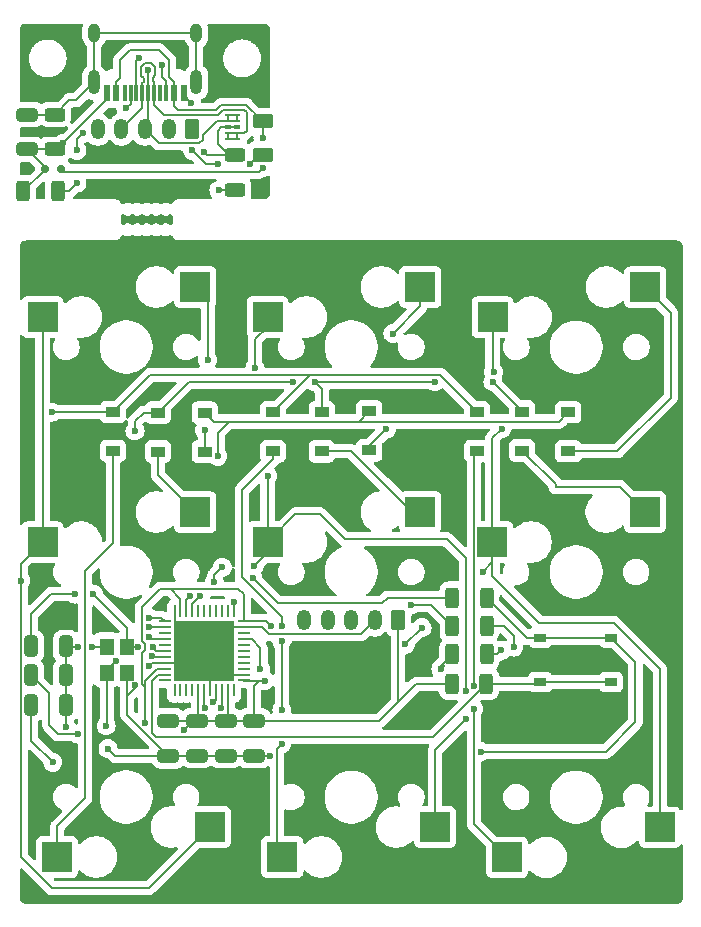
<source format=gbr>
%TF.GenerationSoftware,KiCad,Pcbnew,8.0.2*%
%TF.CreationDate,2024-10-13T22:55:22+09:00*%
%TF.ProjectId,typing-check-board,74797069-6e67-42d6-9368-65636b2d626f,rev?*%
%TF.SameCoordinates,Original*%
%TF.FileFunction,Copper,L2,Bot*%
%TF.FilePolarity,Positive*%
%FSLAX46Y46*%
G04 Gerber Fmt 4.6, Leading zero omitted, Abs format (unit mm)*
G04 Created by KiCad (PCBNEW 8.0.2) date 2024-10-13 22:55:22*
%MOMM*%
%LPD*%
G01*
G04 APERTURE LIST*
G04 Aperture macros list*
%AMRoundRect*
0 Rectangle with rounded corners*
0 $1 Rounding radius*
0 $2 $3 $4 $5 $6 $7 $8 $9 X,Y pos of 4 corners*
0 Add a 4 corners polygon primitive as box body*
4,1,4,$2,$3,$4,$5,$6,$7,$8,$9,$2,$3,0*
0 Add four circle primitives for the rounded corners*
1,1,$1+$1,$2,$3*
1,1,$1+$1,$4,$5*
1,1,$1+$1,$6,$7*
1,1,$1+$1,$8,$9*
0 Add four rect primitives between the rounded corners*
20,1,$1+$1,$2,$3,$4,$5,0*
20,1,$1+$1,$4,$5,$6,$7,0*
20,1,$1+$1,$6,$7,$8,$9,0*
20,1,$1+$1,$8,$9,$2,$3,0*%
G04 Aperture macros list end*
%TA.AperFunction,SMDPad,CuDef*%
%ADD10RoundRect,0.150000X-0.150000X-0.200000X0.150000X-0.200000X0.150000X0.200000X-0.150000X0.200000X0*%
%TD*%
%TA.AperFunction,ComponentPad*%
%ADD11RoundRect,0.250000X0.350000X0.625000X-0.350000X0.625000X-0.350000X-0.625000X0.350000X-0.625000X0*%
%TD*%
%TA.AperFunction,ComponentPad*%
%ADD12O,1.200000X1.750000*%
%TD*%
%TA.AperFunction,SMDPad,CuDef*%
%ADD13RoundRect,0.250000X-0.312500X-0.625000X0.312500X-0.625000X0.312500X0.625000X-0.312500X0.625000X0*%
%TD*%
%TA.AperFunction,SMDPad,CuDef*%
%ADD14RoundRect,0.250000X-0.625000X0.312500X-0.625000X-0.312500X0.625000X-0.312500X0.625000X0.312500X0*%
%TD*%
%TA.AperFunction,SMDPad,CuDef*%
%ADD15RoundRect,0.250000X0.625000X-0.312500X0.625000X0.312500X-0.625000X0.312500X-0.625000X-0.312500X0*%
%TD*%
%TA.AperFunction,SMDPad,CuDef*%
%ADD16RoundRect,0.250000X0.650000X-0.325000X0.650000X0.325000X-0.650000X0.325000X-0.650000X-0.325000X0*%
%TD*%
%TA.AperFunction,SMDPad,CuDef*%
%ADD17RoundRect,0.250000X-0.625000X0.375000X-0.625000X-0.375000X0.625000X-0.375000X0.625000X0.375000X0*%
%TD*%
%TA.AperFunction,ComponentPad*%
%ADD18O,1.000000X1.600000*%
%TD*%
%TA.AperFunction,ComponentPad*%
%ADD19O,1.000000X2.100000*%
%TD*%
%TA.AperFunction,SMDPad,CuDef*%
%ADD20R,0.600000X1.450000*%
%TD*%
%TA.AperFunction,SMDPad,CuDef*%
%ADD21R,0.300000X1.450000*%
%TD*%
%TA.AperFunction,SMDPad,CuDef*%
%ADD22R,0.609000X0.250000*%
%TD*%
%TA.AperFunction,SMDPad,CuDef*%
%ADD23R,0.609000X0.380000*%
%TD*%
%TA.AperFunction,SMDPad,CuDef*%
%ADD24R,1.200000X0.900000*%
%TD*%
%TA.AperFunction,SMDPad,CuDef*%
%ADD25R,2.550000X2.500000*%
%TD*%
%TA.AperFunction,SMDPad,CuDef*%
%ADD26RoundRect,0.250000X0.325000X0.650000X-0.325000X0.650000X-0.325000X-0.650000X0.325000X-0.650000X0*%
%TD*%
%TA.AperFunction,SMDPad,CuDef*%
%ADD27RoundRect,0.250000X-0.325000X-0.650000X0.325000X-0.650000X0.325000X0.650000X-0.325000X0.650000X0*%
%TD*%
%TA.AperFunction,SMDPad,CuDef*%
%ADD28RoundRect,0.250000X-0.650000X0.325000X-0.650000X-0.325000X0.650000X-0.325000X0.650000X0.325000X0*%
%TD*%
%TA.AperFunction,SMDPad,CuDef*%
%ADD29RoundRect,0.250000X0.312500X0.625000X-0.312500X0.625000X-0.312500X-0.625000X0.312500X-0.625000X0*%
%TD*%
%TA.AperFunction,SMDPad,CuDef*%
%ADD30R,1.000000X0.750000*%
%TD*%
%TA.AperFunction,SMDPad,CuDef*%
%ADD31RoundRect,0.062500X0.062500X-0.475000X0.062500X0.475000X-0.062500X0.475000X-0.062500X-0.475000X0*%
%TD*%
%TA.AperFunction,SMDPad,CuDef*%
%ADD32RoundRect,0.062500X0.475000X-0.062500X0.475000X0.062500X-0.475000X0.062500X-0.475000X-0.062500X0*%
%TD*%
%TA.AperFunction,HeatsinkPad*%
%ADD33R,5.200000X5.200000*%
%TD*%
%TA.AperFunction,SMDPad,CuDef*%
%ADD34R,1.200000X1.400000*%
%TD*%
%TA.AperFunction,ViaPad*%
%ADD35C,0.600000*%
%TD*%
%TA.AperFunction,Conductor*%
%ADD36C,0.200000*%
%TD*%
G04 APERTURE END LIST*
D10*
%TO.P,DD1,2,A2*%
%TO.N,GNDD*%
X113588750Y-68445000D03*
%TO.P,DD1,1,A1*%
%TO.N,VCC*%
X114988750Y-68445000D03*
%TD*%
D11*
%TO.P,JD2,1,Pin_1*%
%TO.N,+5VD*%
X126095000Y-65065000D03*
D12*
%TO.P,JD2,2,Pin_2*%
%TO.N,GNDD*%
X124095000Y-65065000D03*
%TO.P,JD2,3,Pin_3*%
%TO.N,DD-*%
X122095000Y-65065000D03*
%TO.P,JD2,4,Pin_4*%
%TO.N,DD+*%
X120095000Y-65065000D03*
%TO.P,JD2,5,Pin_5*%
%TO.N,unconnected-(JD2-Pin_5-Pad5)*%
X118095000Y-65065000D03*
%TD*%
D13*
%TO.P,R6,2*%
%TO.N,Net-(JD1-CC1)*%
X114711250Y-70315000D03*
%TO.P,R6,1*%
%TO.N,GNDD*%
X111786250Y-70315000D03*
%TD*%
D14*
%TO.P,R7,2*%
%TO.N,Net-(JD1-CC2)*%
X129725000Y-70187500D03*
%TO.P,R7,1*%
%TO.N,GNDD*%
X129725000Y-67262500D03*
%TD*%
D15*
%TO.P,RD1,2*%
%TO.N,GNDPWR*%
X114458750Y-63812500D03*
%TO.P,RD1,1*%
%TO.N,GNDD*%
X114458750Y-66737500D03*
%TD*%
D16*
%TO.P,CD4,2*%
%TO.N,GNDPWR*%
X112128750Y-63810000D03*
%TO.P,CD4,1*%
%TO.N,GNDD*%
X112128750Y-66760000D03*
%TD*%
D17*
%TO.P,FD1,1*%
%TO.N,VCC*%
X132045000Y-64395000D03*
%TO.P,FD1,2*%
%TO.N,+5VD*%
X132045000Y-67195000D03*
%TD*%
D18*
%TO.P,JD1,S1,SHIELD*%
%TO.N,GNDPWR*%
X126435000Y-56895000D03*
D19*
X126435000Y-61075000D03*
D18*
X117795000Y-56895000D03*
D19*
X117795000Y-61075000D03*
D20*
%TO.P,JD1,B12,GND*%
%TO.N,GNDD*%
X118865000Y-61990000D03*
%TO.P,JD1,B9,VBUS*%
%TO.N,VCC*%
X119665000Y-61990000D03*
D21*
%TO.P,JD1,B8,SBU2*%
%TO.N,unconnected-(JD1-SBU2-PadB8)*%
X120365000Y-61990000D03*
%TO.P,JD1,B7,D-*%
%TO.N,DD-*%
X121365000Y-61990000D03*
%TO.P,JD1,B6,D+*%
%TO.N,DD+*%
X122865000Y-61990000D03*
%TO.P,JD1,B5,CC2*%
%TO.N,Net-(JD1-CC2)*%
X123865000Y-61990000D03*
D20*
%TO.P,JD1,B4,VBUS*%
%TO.N,VCC*%
X124565000Y-61990000D03*
%TO.P,JD1,B1,GND*%
%TO.N,GNDD*%
X125365000Y-61990000D03*
%TO.P,JD1,A12,GND*%
X125365000Y-61990000D03*
%TO.P,JD1,A9,VBUS*%
%TO.N,VCC*%
X124565000Y-61990000D03*
D21*
%TO.P,JD1,A8,SBU1*%
%TO.N,unconnected-(JD1-SBU1-PadA8)*%
X123365000Y-61990000D03*
%TO.P,JD1,A7,D-*%
%TO.N,DD-*%
X122365000Y-61990000D03*
%TO.P,JD1,A6,D+*%
%TO.N,DD+*%
X121865000Y-61990000D03*
%TO.P,JD1,A5,CC1*%
%TO.N,Net-(JD1-CC1)*%
X120865000Y-61990000D03*
D20*
%TO.P,JD1,A4,VBUS*%
%TO.N,VCC*%
X119665000Y-61990000D03*
%TO.P,JD1,A1,GND*%
%TO.N,GNDD*%
X118865000Y-61990000D03*
%TD*%
D22*
%TO.P,UD1,10,NC*%
%TO.N,DD-*%
X129085000Y-63885000D03*
%TO.P,UD1,9,NC*%
X129085000Y-64385000D03*
D23*
%TO.P,UD1,8,GND*%
%TO.N,GNDD*%
X129085000Y-64885000D03*
D22*
%TO.P,UD1,7,NC*%
%TO.N,DD+*%
X129085000Y-65385000D03*
%TO.P,UD1,6,NC*%
X129085000Y-65885000D03*
%TO.P,UD1,5,D2-*%
X129915000Y-65885000D03*
%TO.P,UD1,4,D2+*%
X129915000Y-65385000D03*
D23*
%TO.P,UD1,3,GND*%
%TO.N,GNDD*%
X129915000Y-64885000D03*
D22*
%TO.P,UD1,2,D1-*%
%TO.N,DD-*%
X129915000Y-64385000D03*
%TO.P,UD1,1,D1+*%
X129915000Y-63885000D03*
%TD*%
D24*
%TO.P,D02_1,2,A*%
%TO.N,Net-(D02_1-A)*%
X119380000Y-92290000D03*
%TO.P,D02_1,1,K*%
%TO.N,row02*%
X119380000Y-88990000D03*
%TD*%
%TO.P,D01_1,1,K*%
%TO.N,row01*%
X123180000Y-89050000D03*
%TO.P,D01_1,2,A*%
%TO.N,Net-(D01_1-A)*%
X123180000Y-92350000D03*
%TD*%
%TO.P,D02_3,1,K*%
%TO.N,row02*%
X150210000Y-89000000D03*
%TO.P,D02_3,2,A*%
%TO.N,Net-(D02_3-A)*%
X150210000Y-92300000D03*
%TD*%
%TO.P,D00_1,1,K*%
%TO.N,row00*%
X127140000Y-89050000D03*
%TO.P,D00_1,2,A*%
%TO.N,Net-(D00_1-A)*%
X127140000Y-92350000D03*
%TD*%
%TO.P,D01_2,1,K*%
%TO.N,row01*%
X137040000Y-89020000D03*
%TO.P,D01_2,2,A*%
%TO.N,Net-(D01_2-A)*%
X137040000Y-92320000D03*
%TD*%
%TO.P,D01_3,1,K*%
%TO.N,row01*%
X154020000Y-88960000D03*
%TO.P,D01_3,2,A*%
%TO.N,Net-(D01_3-A)*%
X154020000Y-92260000D03*
%TD*%
%TO.P,D00_3,1,K*%
%TO.N,row00*%
X157930000Y-89010000D03*
%TO.P,D00_3,2,A*%
%TO.N,Net-(D00_3-A)*%
X157930000Y-92310000D03*
%TD*%
%TO.P,D00_2,1,K*%
%TO.N,row00*%
X141080000Y-88940000D03*
%TO.P,D00_2,2,A*%
%TO.N,Net-(D00_2-A)*%
X141080000Y-92240000D03*
%TD*%
%TO.P,D02_2,2,A*%
%TO.N,Net-(D02_2-A)*%
X132920000Y-92320000D03*
%TO.P,D02_2,1,K*%
%TO.N,row02*%
X132920000Y-89020000D03*
%TD*%
D25*
%TO.P,SW02_2,1,1*%
%TO.N,col01*%
X146640000Y-124135200D03*
%TO.P,SW02_2,2,2*%
%TO.N,Net-(D02_2-A)*%
X133713000Y-126675200D03*
%TD*%
%TO.P,SW01_3,1,1*%
%TO.N,col02*%
X151505000Y-100000000D03*
%TO.P,SW01_3,2,2*%
%TO.N,Net-(D01_3-A)*%
X164432000Y-97460000D03*
%TD*%
%TO.P,SW00_3,1,1*%
%TO.N,col02*%
X151515000Y-80960000D03*
%TO.P,SW00_3,2,2*%
%TO.N,Net-(D00_3-A)*%
X164442000Y-78420000D03*
%TD*%
%TO.P,SW02_3,1,1*%
%TO.N,col02*%
X165680000Y-124145200D03*
%TO.P,SW02_3,2,2*%
%TO.N,Net-(D02_3-A)*%
X152753000Y-126685200D03*
%TD*%
%TO.P,SW01_1,1,1*%
%TO.N,col00*%
X113415000Y-100010000D03*
%TO.P,SW01_1,2,2*%
%TO.N,Net-(D01_1-A)*%
X126342000Y-97470000D03*
%TD*%
%TO.P,SW01_2,1,1*%
%TO.N,col01*%
X132465000Y-100000000D03*
%TO.P,SW01_2,2,2*%
%TO.N,Net-(D01_2-A)*%
X145392000Y-97460000D03*
%TD*%
%TO.P,SW00_1,1,1*%
%TO.N,col00*%
X113415000Y-80950000D03*
%TO.P,SW00_1,2,2*%
%TO.N,Net-(D00_1-A)*%
X126342000Y-78410000D03*
%TD*%
%TO.P,SW00_2,1,1*%
%TO.N,col01*%
X132465000Y-80950000D03*
%TO.P,SW00_2,2,2*%
%TO.N,Net-(D00_2-A)*%
X145392000Y-78410000D03*
%TD*%
%TO.P,SW02_1,1,1*%
%TO.N,col00*%
X127580000Y-124130000D03*
%TO.P,SW02_1,2,2*%
%TO.N,Net-(D02_1-A)*%
X114653000Y-126670000D03*
%TD*%
D26*
%TO.P,C1,1*%
%TO.N,GND*%
X115405000Y-108830000D03*
%TO.P,C1,2*%
%TO.N,Net-(U1-XTAL1)*%
X112455000Y-108830000D03*
%TD*%
D27*
%TO.P,C2,1*%
%TO.N,Net-(U1-XTAL2)*%
X112455000Y-111290000D03*
%TO.P,C2,2*%
%TO.N,GND*%
X115405000Y-111290000D03*
%TD*%
%TO.P,C3,1*%
%TO.N,Net-(U1-UCAP)*%
X112445000Y-113770000D03*
%TO.P,C3,2*%
%TO.N,GND*%
X115395000Y-113770000D03*
%TD*%
D28*
%TO.P,C5,1*%
%TO.N,+5V*%
X131320000Y-115135000D03*
%TO.P,C5,2*%
%TO.N,GND*%
X131320000Y-118085000D03*
%TD*%
%TO.P,C6,1*%
%TO.N,+5V*%
X128920000Y-115130000D03*
%TO.P,C6,2*%
%TO.N,GND*%
X128920000Y-118080000D03*
%TD*%
%TO.P,C7,1*%
%TO.N,+5V*%
X126490000Y-115130000D03*
%TO.P,C7,2*%
%TO.N,GND*%
X126490000Y-118080000D03*
%TD*%
%TO.P,C8,1*%
%TO.N,+5V*%
X124060000Y-115160000D03*
%TO.P,C8,2*%
%TO.N,GND*%
X124060000Y-118110000D03*
%TD*%
D11*
%TO.P,J1,1,Pin_1*%
%TO.N,+5V*%
X143540000Y-106630000D03*
D12*
%TO.P,J1,2,Pin_2*%
%TO.N,GND*%
X141540000Y-106630000D03*
%TO.P,J1,3,Pin_3*%
%TO.N,D-*%
X139540000Y-106630000D03*
%TO.P,J1,4,Pin_4*%
%TO.N,D+*%
X137540000Y-106630000D03*
%TO.P,J1,5,Pin_5*%
%TO.N,unconnected-(J1-Pin_5-Pad5)*%
X135540000Y-106630000D03*
%TD*%
D29*
%TO.P,R2,1*%
%TO.N,Net-(U1-D+)*%
X151012500Y-107120000D03*
%TO.P,R2,2*%
%TO.N,D+*%
X148087500Y-107120000D03*
%TD*%
D13*
%TO.P,R3,1*%
%TO.N,Net-(U1-D-)*%
X148077500Y-109520000D03*
%TO.P,R3,2*%
%TO.N,D-*%
X151002500Y-109520000D03*
%TD*%
D29*
%TO.P,R4,1*%
%TO.N,GND*%
X151020000Y-104710000D03*
%TO.P,R4,2*%
%TO.N,Net-(U1-~{HWB}{slash}PE2)*%
X148095000Y-104710000D03*
%TD*%
D13*
%TO.P,R5,1*%
%TO.N,+5V*%
X148067500Y-111990000D03*
%TO.P,R5,2*%
%TO.N,RESET*%
X150992500Y-111990000D03*
%TD*%
D30*
%TO.P,RESET_SW1,A*%
%TO.N,RESET*%
X155567500Y-111855000D03*
%TO.P,RESET_SW1,B*%
X161567500Y-111855000D03*
%TO.P,RESET_SW1,C*%
%TO.N,GND*%
X155567500Y-108105000D03*
%TO.P,RESET_SW1,D*%
X161567500Y-108105000D03*
%TD*%
D31*
%TO.P,U1,1,PE6*%
%TO.N,unconnected-(U1-PE6-Pad1)*%
X129590000Y-112557500D03*
%TO.P,U1,2,UVCC*%
%TO.N,+5V*%
X129090000Y-112557500D03*
%TO.P,U1,3,D-*%
%TO.N,Net-(U1-D-)*%
X128590000Y-112557500D03*
%TO.P,U1,4,D+*%
%TO.N,Net-(U1-D+)*%
X128090000Y-112557500D03*
%TO.P,U1,5,UGND*%
%TO.N,GND*%
X127590000Y-112557500D03*
%TO.P,U1,6,UCAP*%
%TO.N,Net-(U1-UCAP)*%
X127090000Y-112557500D03*
%TO.P,U1,7,VBUS*%
%TO.N,+5V*%
X126590000Y-112557500D03*
%TO.P,U1,8,PB0*%
%TO.N,unconnected-(U1-PB0-Pad8)*%
X126090000Y-112557500D03*
%TO.P,U1,9,PB1*%
%TO.N,unconnected-(U1-PB1-Pad9)*%
X125590000Y-112557500D03*
%TO.P,U1,10,PB2*%
%TO.N,unconnected-(U1-PB2-Pad10)*%
X125090000Y-112557500D03*
%TO.P,U1,11,PB3*%
%TO.N,unconnected-(U1-PB3-Pad11)*%
X124590000Y-112557500D03*
D32*
%TO.P,U1,12,PB7*%
%TO.N,unconnected-(U1-PB7-Pad12)*%
X123752500Y-111720000D03*
%TO.P,U1,13,~{RESET}*%
%TO.N,RESET*%
X123752500Y-111220000D03*
%TO.P,U1,14,VCC*%
%TO.N,+5V*%
X123752500Y-110720000D03*
%TO.P,U1,15,GND*%
%TO.N,GND*%
X123752500Y-110220000D03*
%TO.P,U1,16,XTAL2*%
%TO.N,Net-(U1-XTAL2)*%
X123752500Y-109720000D03*
%TO.P,U1,17,XTAL1*%
%TO.N,Net-(U1-XTAL1)*%
X123752500Y-109220000D03*
%TO.P,U1,18,PD0*%
%TO.N,unconnected-(U1-PD0-Pad18)*%
X123752500Y-108720000D03*
%TO.P,U1,19,PD1*%
%TO.N,row01*%
X123752500Y-108220000D03*
%TO.P,U1,20,PD2*%
%TO.N,unconnected-(U1-PD2-Pad20)*%
X123752500Y-107720000D03*
%TO.P,U1,21,PD3*%
%TO.N,col00*%
X123752500Y-107220000D03*
%TO.P,U1,22,PD5*%
%TO.N,row02*%
X123752500Y-106720000D03*
D31*
%TO.P,U1,23,GND*%
%TO.N,GND*%
X124590000Y-105882500D03*
%TO.P,U1,24,AVCC*%
%TO.N,+5V*%
X125090000Y-105882500D03*
%TO.P,U1,25,PD4*%
%TO.N,row00*%
X125590000Y-105882500D03*
%TO.P,U1,26,PD6*%
%TO.N,col01*%
X126090000Y-105882500D03*
%TO.P,U1,27,PD7*%
%TO.N,unconnected-(U1-PD7-Pad27)*%
X126590000Y-105882500D03*
%TO.P,U1,28,PB4*%
%TO.N,unconnected-(U1-PB4-Pad28)*%
X127090000Y-105882500D03*
%TO.P,U1,29,PB5*%
%TO.N,unconnected-(U1-PB5-Pad29)*%
X127590000Y-105882500D03*
%TO.P,U1,30,PB6*%
%TO.N,unconnected-(U1-PB6-Pad30)*%
X128090000Y-105882500D03*
%TO.P,U1,31,PC6*%
%TO.N,unconnected-(U1-PC6-Pad31)*%
X128590000Y-105882500D03*
%TO.P,U1,32,PC7*%
%TO.N,unconnected-(U1-PC7-Pad32)*%
X129090000Y-105882500D03*
%TO.P,U1,33,~{HWB}/PE2*%
%TO.N,Net-(U1-~{HWB}{slash}PE2)*%
X129590000Y-105882500D03*
D32*
%TO.P,U1,34,VCC*%
%TO.N,+5V*%
X130427500Y-106720000D03*
%TO.P,U1,35,GND*%
%TO.N,GND*%
X130427500Y-107220000D03*
%TO.P,U1,36,PF7*%
%TO.N,unconnected-(U1-PF7-Pad36)*%
X130427500Y-107720000D03*
%TO.P,U1,37,PF6*%
%TO.N,col02*%
X130427500Y-108220000D03*
%TO.P,U1,38,PF5*%
%TO.N,unconnected-(U1-PF5-Pad38)*%
X130427500Y-108720000D03*
%TO.P,U1,39,PF4*%
%TO.N,unconnected-(U1-PF4-Pad39)*%
X130427500Y-109220000D03*
%TO.P,U1,40,PF1*%
%TO.N,unconnected-(U1-PF1-Pad40)*%
X130427500Y-109720000D03*
%TO.P,U1,41,PF0*%
%TO.N,unconnected-(U1-PF0-Pad41)*%
X130427500Y-110220000D03*
%TO.P,U1,42,AREF*%
%TO.N,unconnected-(U1-AREF-Pad42)*%
X130427500Y-110720000D03*
%TO.P,U1,43,GND*%
%TO.N,GND*%
X130427500Y-111220000D03*
%TO.P,U1,44,AVCC*%
%TO.N,+5V*%
X130427500Y-111720000D03*
D33*
%TO.P,U1,45,GND*%
%TO.N,GND*%
X127090000Y-109220000D03*
%TD*%
D34*
%TO.P,Y1,1,1*%
%TO.N,Net-(U1-XTAL2)*%
X118845000Y-111060000D03*
%TO.P,Y1,2,2*%
%TO.N,GND*%
X118845000Y-108860000D03*
%TO.P,Y1,3,3*%
%TO.N,Net-(U1-XTAL1)*%
X120595000Y-108860000D03*
%TO.P,Y1,4,4*%
%TO.N,GND*%
X120595000Y-111060000D03*
%TD*%
D35*
%TO.N,VCC*%
X132075000Y-65805000D03*
%TO.N,+5VD*%
X130944648Y-68035000D03*
X128245000Y-68035000D03*
X126085000Y-66840000D03*
%TO.N,GNDD*%
X127045000Y-66951472D03*
%TO.N,Net-(JD1-CC2)*%
X123535000Y-59625000D03*
%TO.N,Net-(JD1-CC1)*%
X116325000Y-69605000D03*
%TO.N,VCC*%
X132045000Y-68320000D03*
%TO.N,Net-(JD1-CC2)*%
X128345000Y-70225000D03*
%TO.N,GNDD*%
X115141250Y-66251250D03*
X126015000Y-62825000D03*
%TO.N,DD-*%
X122364999Y-60065000D03*
X121605000Y-59045000D03*
%TO.N,Net-(JD1-CC1)*%
X120465000Y-63295000D03*
X116325000Y-66851250D03*
X116850515Y-65390515D03*
%TO.N,row01*%
X121240000Y-90590000D03*
X122441939Y-108019914D03*
X151550000Y-86440000D03*
X134657573Y-86433900D03*
X136444807Y-86433900D03*
%TO.N,Net-(D00_1-A)*%
X127140000Y-90540000D03*
X127390000Y-84580000D03*
%TO.N,+5V*%
X122090000Y-115291473D03*
X125350000Y-115890000D03*
X132771765Y-107153235D03*
X132230000Y-111730000D03*
%TO.N,Net-(U1-XTAL1)*%
X122724574Y-108886030D03*
X121480000Y-108890000D03*
%TO.N,Net-(U1-XTAL2)*%
X122680000Y-109685514D03*
X119595318Y-110036871D03*
%TO.N,Net-(U1-UCAP)*%
X114280000Y-118650000D03*
X127190000Y-114055000D03*
%TO.N,Net-(U1-D-)*%
X147130000Y-110750000D03*
%TO.N,GND*%
X117640000Y-108860000D03*
X116440000Y-108870000D03*
X121238436Y-112130265D03*
X122430000Y-110510000D03*
%TO.N,Net-(U1-XTAL1)*%
X116150000Y-104410000D03*
X117720000Y-104410000D03*
%TO.N,Net-(U1-XTAL2)*%
X118800000Y-115550000D03*
X116430000Y-116250000D03*
%TO.N,Net-(D02_2-A)*%
X133670000Y-114210000D03*
X133670000Y-117090000D03*
X133680000Y-108405000D03*
X133680000Y-107110000D03*
%TO.N,col01*%
X149270000Y-115010000D03*
X149270000Y-112610000D03*
X132470000Y-94400000D03*
X131390000Y-85233900D03*
%TO.N,row01*%
X146640000Y-86433900D03*
%TO.N,Net-(D00_2-A)*%
X142520000Y-90450000D03*
X143080000Y-82350000D03*
%TO.N,Net-(D02_3-A)*%
X149925387Y-112151229D03*
X149910000Y-114110000D03*
%TO.N,GND*%
X115420000Y-115680000D03*
X118960000Y-117490000D03*
%TO.N,col02*%
X152300000Y-90400000D03*
X151610000Y-85600000D03*
%TO.N,Net-(U1-D-)*%
X128490000Y-114055000D03*
%TO.N,Net-(U1-D+)*%
X127839999Y-113588628D03*
X153300000Y-108890000D03*
%TO.N,GND*%
X150540000Y-117740000D03*
X132650000Y-118110000D03*
%TO.N,Net-(U1-~{HWB}{slash}PE2)*%
X131234265Y-103055735D03*
X129582261Y-105043057D03*
%TO.N,D-*%
X152270000Y-109160000D03*
%TO.N,D+*%
X144650000Y-105310000D03*
%TO.N,col00*%
X111570000Y-103260000D03*
X122430000Y-107220000D03*
%TO.N,row02*%
X114190000Y-89010000D03*
X122430000Y-106419997D03*
%TO.N,col01*%
X127950000Y-103380000D03*
X126780000Y-104580000D03*
X128630000Y-102140000D03*
X131330000Y-102000000D03*
%TO.N,row00*%
X125915058Y-104596412D03*
X128260000Y-92750000D03*
%TO.N,col02*%
X150690000Y-102500000D03*
X144140000Y-108650000D03*
X145540000Y-107250000D03*
X131860000Y-110720000D03*
%TD*%
D36*
%TO.N,DD+*%
X129085000Y-65885000D02*
X129085000Y-65385000D01*
%TO.N,VCC*%
X128119315Y-63425000D02*
X124905000Y-63425000D01*
X119995000Y-59155000D02*
X120775000Y-58375000D01*
X124565000Y-61065000D02*
X124565000Y-61990000D01*
%TO.N,DD+*%
X123675000Y-63825000D02*
X128285000Y-63825000D01*
X122116470Y-59465000D02*
X122613528Y-59465000D01*
%TO.N,GNDD*%
X129085000Y-64885000D02*
X128555500Y-64885000D01*
%TO.N,DD-*%
X126995000Y-65535000D02*
X126995000Y-65924744D01*
%TO.N,DD+*%
X121965000Y-60705000D02*
X121764999Y-60504999D01*
X121865000Y-63295000D02*
X121865000Y-61990000D01*
%TO.N,DD-*%
X122365000Y-64795000D02*
X122365000Y-61990000D01*
%TO.N,DD+*%
X122865000Y-61990000D02*
X122865000Y-63015000D01*
%TO.N,GNDD*%
X125365000Y-61990000D02*
X125365000Y-62175000D01*
%TO.N,DD+*%
X121965000Y-61025000D02*
X121965000Y-60705000D01*
%TO.N,DD-*%
X126679744Y-66240000D02*
X123270000Y-66240000D01*
%TO.N,DD+*%
X128285000Y-63825000D02*
X128695000Y-63415000D01*
%TO.N,DD-*%
X122095000Y-65065000D02*
X122365000Y-64795000D01*
X121364999Y-59285001D02*
X121605000Y-59045000D01*
%TO.N,GNDPWR*%
X117795000Y-56895000D02*
X126435000Y-56895000D01*
%TO.N,+5VD*%
X127280000Y-68035000D02*
X126085000Y-66840000D01*
%TO.N,VCC*%
X124135000Y-60635000D02*
X124565000Y-61065000D01*
%TO.N,DD+*%
X129915000Y-65885000D02*
X129915000Y-65385000D01*
X122865000Y-63015000D02*
X123675000Y-63825000D01*
%TO.N,GNDD*%
X125365000Y-62175000D02*
X126015000Y-62825000D01*
%TO.N,VCC*%
X120775000Y-58375000D02*
X123285000Y-58375000D01*
%TO.N,DD+*%
X128695000Y-63415000D02*
X130474500Y-63415000D01*
%TO.N,DD-*%
X121364999Y-59285001D02*
X121365000Y-61990000D01*
%TO.N,GNDD*%
X127356028Y-67262500D02*
X127045000Y-66951472D01*
%TO.N,DD+*%
X122865000Y-61065000D02*
X122865000Y-61990000D01*
%TO.N,VCC*%
X119995000Y-60735000D02*
X119995000Y-59155000D01*
%TO.N,DD+*%
X121764999Y-59816471D02*
X122116470Y-59465000D01*
X120095000Y-65065000D02*
X121865000Y-63295000D01*
%TO.N,GNDD*%
X129725000Y-67262500D02*
X127356028Y-67262500D01*
X114442500Y-66950000D02*
X114465000Y-66927500D01*
%TO.N,DD+*%
X129085000Y-65385000D02*
X129915000Y-65385000D01*
X121865000Y-61125000D02*
X121965000Y-61025000D01*
%TO.N,VCC*%
X119665000Y-61990000D02*
X119665000Y-61065000D01*
X119665000Y-61065000D02*
X119995000Y-60735000D01*
X123285000Y-58375000D02*
X124135000Y-59225000D01*
%TO.N,DD+*%
X130474500Y-63415000D02*
X130685000Y-63625500D01*
X130475000Y-65385000D02*
X129915000Y-65385000D01*
%TO.N,VCC*%
X124135000Y-59225000D02*
X124135000Y-60635000D01*
%TO.N,DD-*%
X129915000Y-63885000D02*
X129915000Y-64385000D01*
%TO.N,DD+*%
X130685000Y-63625500D02*
X130685000Y-65175000D01*
X130685000Y-65175000D02*
X130475000Y-65385000D01*
%TO.N,GNDD*%
X115141250Y-66251250D02*
X118865000Y-62527500D01*
%TO.N,DD+*%
X122765000Y-60675000D02*
X122765000Y-60965000D01*
%TO.N,GNDD*%
X129182500Y-67262500D02*
X129725000Y-67262500D01*
X128555500Y-64885000D02*
X128255000Y-65185500D01*
X114465000Y-66927500D02*
X115141250Y-66251250D01*
X128255000Y-66335000D02*
X129182500Y-67262500D01*
X128255000Y-65185500D02*
X128255000Y-66335000D01*
%TO.N,DD-*%
X129915000Y-64385000D02*
X129085000Y-64385000D01*
%TO.N,DD+*%
X122865000Y-61990000D02*
X122865000Y-61015000D01*
%TO.N,GNDD*%
X113595000Y-68635000D02*
X113595000Y-68702500D01*
%TO.N,+5VD*%
X132045000Y-67195000D02*
X131784648Y-67195000D01*
X131784648Y-67195000D02*
X130944648Y-68035000D01*
X128245000Y-68035000D02*
X127280000Y-68035000D01*
%TO.N,Net-(JD1-CC1)*%
X116325000Y-65916030D02*
X116850515Y-65390515D01*
X120465000Y-63295000D02*
X120865000Y-62895000D01*
X116325000Y-66851250D02*
X116325000Y-65916030D01*
X120865000Y-62895000D02*
X120865000Y-61990000D01*
%TO.N,DD+*%
X122613528Y-59465000D02*
X122964999Y-59816471D01*
%TO.N,Net-(JD1-CC2)*%
X123865000Y-61990000D02*
X123865000Y-60930686D01*
%TO.N,VCC*%
X124905000Y-63425000D02*
X124565000Y-63085000D01*
%TO.N,DD+*%
X121865000Y-61125000D02*
X121865000Y-61990000D01*
%TO.N,VCC*%
X131730000Y-68635000D02*
X132045000Y-68320000D01*
%TO.N,GNDD*%
X118865000Y-62527500D02*
X118865000Y-61990000D01*
%TO.N,VCC*%
X130665000Y-63015000D02*
X128529314Y-63015000D01*
%TO.N,GNDD*%
X113595000Y-68410000D02*
X113595000Y-68635000D01*
%TO.N,GNDPWR*%
X117795000Y-61075000D02*
X117795000Y-56895000D01*
%TO.N,VCC*%
X124565000Y-63085000D02*
X124565000Y-61990000D01*
X132045000Y-64395000D02*
X130665000Y-63015000D01*
X132075000Y-64425000D02*
X132045000Y-64395000D01*
X128119315Y-63425000D02*
X128529314Y-63015000D01*
%TO.N,DD+*%
X122964999Y-60475001D02*
X122765000Y-60675000D01*
%TO.N,VCC*%
X132075000Y-65805000D02*
X132075000Y-64425000D01*
%TO.N,GNDPWR*%
X117392500Y-61075000D02*
X117795000Y-61075000D01*
%TO.N,DD+*%
X121865000Y-61015000D02*
X121865000Y-61125000D01*
%TO.N,VCC*%
X114995000Y-68635000D02*
X131730000Y-68635000D01*
%TO.N,DD+*%
X121764999Y-60504999D02*
X121764999Y-59816471D01*
X122765000Y-60965000D02*
X122865000Y-61065000D01*
X122964999Y-59816471D02*
X122964999Y-60475001D01*
%TO.N,Net-(JD1-CC2)*%
X129687500Y-70225000D02*
X129725000Y-70187500D01*
X123535000Y-60600686D02*
X123535000Y-59625000D01*
X123865000Y-60930686D02*
X123535000Y-60600686D01*
X128345000Y-70225000D02*
X129687500Y-70225000D01*
%TO.N,GNDPWR*%
X114462500Y-64000000D02*
X114465000Y-64002500D01*
X126435000Y-56895000D02*
X126435000Y-61075000D01*
%TO.N,DD-*%
X123270000Y-66240000D02*
X122095000Y-65065000D01*
X128145000Y-64385000D02*
X126995000Y-65535000D01*
X126995000Y-65924744D02*
X126679744Y-66240000D01*
X129085000Y-64385000D02*
X128145000Y-64385000D01*
%TO.N,DD+*%
X129085000Y-65885000D02*
X129915000Y-65885000D01*
%TO.N,GNDD*%
X129085000Y-64885000D02*
X129915000Y-64885000D01*
%TO.N,DD-*%
X129085000Y-63885000D02*
X129915000Y-63885000D01*
X122365000Y-60065001D02*
X122365000Y-61990000D01*
X122364999Y-60065000D02*
X122365000Y-60065001D01*
X129085000Y-63885000D02*
X129085000Y-64385000D01*
%TO.N,row01*%
X122642025Y-108220000D02*
X122441939Y-108019914D01*
X123752500Y-108220000D02*
X122642025Y-108220000D01*
%TO.N,Net-(U1-D-)*%
X147130000Y-110750000D02*
X147460000Y-110420000D01*
%TO.N,row02*%
X119380000Y-88990000D02*
X122536100Y-85833900D01*
X147043900Y-85833900D02*
X150210000Y-89000000D01*
X122536100Y-85833900D02*
X135990000Y-85833900D01*
X135990000Y-85833900D02*
X147043900Y-85833900D01*
X132920000Y-89020000D02*
X135990000Y-85950000D01*
X135990000Y-85950000D02*
X135990000Y-85833900D01*
%TO.N,row01*%
X123180000Y-89050000D02*
X125796100Y-86433900D01*
X125796100Y-86433900D02*
X134657573Y-86433900D01*
X154020000Y-88910000D02*
X154020000Y-88960000D01*
X151550000Y-86440000D02*
X154020000Y-88910000D01*
X137040000Y-87029093D02*
X137040000Y-89020000D01*
%TO.N,row00*%
X127140000Y-89050000D02*
X127890000Y-89800000D01*
X157140000Y-89800000D02*
X157930000Y-89010000D01*
X141050000Y-88940000D02*
X140190000Y-89800000D01*
X140190000Y-89800000D02*
X157140000Y-89800000D01*
X141080000Y-88940000D02*
X141050000Y-88940000D01*
%TO.N,Net-(D02_1-A)*%
X119380000Y-92290000D02*
X119380000Y-100080000D01*
X119380000Y-100080000D02*
X117040000Y-102420000D01*
X117040000Y-102420000D02*
X117040000Y-121697412D01*
X117040000Y-121697412D02*
X114653000Y-124084412D01*
X114653000Y-124084412D02*
X114653000Y-126670000D01*
%TO.N,Net-(D01_1-A)*%
X123180000Y-92350000D02*
X123180000Y-94308000D01*
X123180000Y-94308000D02*
X126342000Y-97470000D01*
%TO.N,Net-(D00_1-A)*%
X127140000Y-92350000D02*
X127140000Y-90540000D01*
X127390000Y-79458000D02*
X126342000Y-78410000D01*
X127390000Y-84580000D02*
X127390000Y-79458000D01*
%TO.N,GND*%
X124060000Y-118110000D02*
X126460000Y-118110000D01*
X126460000Y-118110000D02*
X126490000Y-118080000D01*
X126490000Y-118080000D02*
X128920000Y-118080000D01*
X128920000Y-118080000D02*
X131315000Y-118080000D01*
X131315000Y-118080000D02*
X131320000Y-118085000D01*
%TO.N,+5V*%
X124060000Y-115160000D02*
X126460000Y-115160000D01*
X126460000Y-115160000D02*
X126490000Y-115130000D01*
X126490000Y-115130000D02*
X128920000Y-115130000D01*
X128920000Y-115130000D02*
X131315000Y-115130000D01*
X131315000Y-115130000D02*
X131320000Y-115135000D01*
X126590000Y-112557500D02*
X126590000Y-115030000D01*
X126590000Y-115030000D02*
X126490000Y-115130000D01*
X129090000Y-112557500D02*
X129090000Y-114960000D01*
X129090000Y-114960000D02*
X128920000Y-115130000D01*
%TO.N,GND*%
X127590000Y-112557500D02*
X127590000Y-109720000D01*
X127590000Y-109720000D02*
X127090000Y-109220000D01*
X130427500Y-111220000D02*
X129090000Y-111220000D01*
X129090000Y-111220000D02*
X127090000Y-109220000D01*
X123752500Y-110220000D02*
X126090000Y-110220000D01*
X126090000Y-110220000D02*
X127090000Y-109220000D01*
X124590000Y-105882500D02*
X124590000Y-106720000D01*
X124590000Y-106720000D02*
X127090000Y-109220000D01*
X130427500Y-107220000D02*
X129090000Y-107220000D01*
X129090000Y-107220000D02*
X127090000Y-109220000D01*
X130427500Y-107220000D02*
X131990000Y-107220000D01*
X140365000Y-107805000D02*
X141540000Y-106630000D01*
X131990000Y-107220000D02*
X132575000Y-107805000D01*
X132575000Y-107805000D02*
X140365000Y-107805000D01*
%TO.N,+5V*%
X143540000Y-106630000D02*
X143540000Y-113520000D01*
X141925000Y-115135000D02*
X131320000Y-115135000D01*
X143540000Y-113520000D02*
X143425000Y-113635000D01*
X147110000Y-111990000D02*
X148067500Y-111990000D01*
X143425000Y-113635000D02*
X141925000Y-115135000D01*
X143425000Y-113635000D02*
X145020000Y-112040000D01*
X145020000Y-112040000D02*
X147060000Y-112040000D01*
X147060000Y-112040000D02*
X147110000Y-111990000D01*
%TO.N,RESET*%
X150992500Y-111990000D02*
X155432500Y-111990000D01*
X155432500Y-111990000D02*
X155567500Y-111855000D01*
X155567500Y-111855000D02*
X161567500Y-111855000D01*
X150992500Y-111990000D02*
X146492500Y-116490000D01*
X122690000Y-111730614D02*
X123200614Y-111220000D01*
X123050000Y-116490000D02*
X122690000Y-116130000D01*
X146492500Y-116490000D02*
X123050000Y-116490000D01*
X122690000Y-116130000D02*
X122690000Y-111730614D01*
X123200614Y-111220000D02*
X123752500Y-111220000D01*
%TO.N,GND*%
X124060000Y-118110000D02*
X120595000Y-114645000D01*
%TO.N,+5V*%
X123752500Y-110720000D02*
X123134928Y-110720000D01*
X123134928Y-110720000D02*
X122080000Y-111774928D01*
X122080000Y-115281473D02*
X122090000Y-115291473D01*
X125350000Y-115890000D02*
X126110000Y-115130000D01*
X126110000Y-115130000D02*
X126490000Y-115130000D01*
X130427500Y-106720000D02*
X132338530Y-106720000D01*
X130437500Y-111730000D02*
X130427500Y-111720000D01*
X132338530Y-106720000D02*
X132771765Y-107153235D01*
X132230000Y-111730000D02*
X130437500Y-111730000D01*
X132230000Y-111730000D02*
X131740000Y-111730000D01*
X131740000Y-111730000D02*
X131320000Y-112150000D01*
X131320000Y-112150000D02*
X131320000Y-115135000D01*
X122080000Y-111774928D02*
X122080000Y-112280000D01*
X125090000Y-104790000D02*
X125090000Y-105882500D01*
X122080000Y-112280000D02*
X122080000Y-115281473D01*
X124280000Y-103980000D02*
X125090000Y-104790000D01*
X130427500Y-104417500D02*
X130427500Y-106720000D01*
X124280000Y-103980000D02*
X129990000Y-103980000D01*
X129990000Y-103980000D02*
X130427500Y-104417500D01*
%TO.N,Net-(U1-XTAL1)*%
X123752500Y-109220000D02*
X123058544Y-109220000D01*
X123058544Y-109220000D02*
X122724574Y-108886030D01*
X121480000Y-108890000D02*
X120625000Y-108890000D01*
X120625000Y-108890000D02*
X120595000Y-108860000D01*
%TO.N,Net-(U1-XTAL2)*%
X123752500Y-109720000D02*
X122714486Y-109720000D01*
X122714486Y-109720000D02*
X122680000Y-109685514D01*
X118845000Y-111060000D02*
X118845000Y-110787189D01*
X118845000Y-110787189D02*
X119595318Y-110036871D01*
%TO.N,GND*%
X115405000Y-108830000D02*
X115405000Y-111290000D01*
X115405000Y-111290000D02*
X115405000Y-113760000D01*
X115405000Y-113760000D02*
X115395000Y-113770000D01*
%TO.N,Net-(U1-UCAP)*%
X112445000Y-113770000D02*
X112445000Y-116815000D01*
X112445000Y-116815000D02*
X114280000Y-118650000D01*
X127190000Y-114055000D02*
X127090000Y-113955000D01*
X127090000Y-113955000D02*
X127090000Y-112557500D01*
%TO.N,Net-(U1-D-)*%
X147130000Y-110750000D02*
X147130000Y-110467500D01*
X147130000Y-110467500D02*
X148077500Y-109520000D01*
%TO.N,GND*%
X118845000Y-108860000D02*
X117640000Y-108860000D01*
X116440000Y-108870000D02*
X115445000Y-108870000D01*
X115445000Y-108870000D02*
X115405000Y-108830000D01*
%TO.N,+5V*%
X122080000Y-112280000D02*
X121830000Y-112030000D01*
X121830000Y-105500000D02*
X123350000Y-103980000D01*
X122080000Y-109138529D02*
X122080000Y-108641471D01*
X121830000Y-112030000D02*
X121830000Y-109388529D01*
X121830000Y-109388529D02*
X122080000Y-109138529D01*
X121830000Y-108391471D02*
X121830000Y-105500000D01*
X122080000Y-108641471D02*
X121830000Y-108391471D01*
X123350000Y-103980000D02*
X124280000Y-103980000D01*
%TO.N,GND*%
X123752500Y-110220000D02*
X123686986Y-110285514D01*
X123686986Y-110285514D02*
X122654486Y-110285514D01*
X122654486Y-110285514D02*
X122430000Y-110510000D01*
X120595000Y-114645000D02*
X120595000Y-113010000D01*
X120595000Y-113010000D02*
X120595000Y-111060000D01*
X121238436Y-112130265D02*
X121238436Y-112366564D01*
X121238436Y-112366564D02*
X120595000Y-113010000D01*
%TO.N,Net-(U1-XTAL1)*%
X112455000Y-108830000D02*
X112455000Y-106075000D01*
X114120000Y-104410000D02*
X116150000Y-104410000D01*
X112455000Y-106075000D02*
X114120000Y-104410000D01*
X117720000Y-104410000D02*
X120595000Y-107285000D01*
X120595000Y-107285000D02*
X120595000Y-108860000D01*
%TO.N,Net-(U1-XTAL2)*%
X112455000Y-111290000D02*
X113990000Y-112825000D01*
X114760000Y-116280000D02*
X116400000Y-116280000D01*
X113990000Y-112825000D02*
X113990000Y-115510000D01*
X113990000Y-115510000D02*
X114760000Y-116280000D01*
X116400000Y-116280000D02*
X116430000Y-116250000D01*
X118800000Y-115550000D02*
X118845000Y-115505000D01*
X118845000Y-115505000D02*
X118845000Y-111060000D01*
%TO.N,Net-(D02_2-A)*%
X133713000Y-126675200D02*
X133250000Y-126212200D01*
X133250000Y-117510000D02*
X133670000Y-117090000D01*
X133250000Y-126212200D02*
X133250000Y-117510000D01*
X133670000Y-114210000D02*
X133670000Y-108415000D01*
X133670000Y-108415000D02*
X133680000Y-108405000D01*
X133680000Y-107110000D02*
X133680000Y-106350000D01*
X133680000Y-106350000D02*
X130270000Y-102940000D01*
X130270000Y-102940000D02*
X130270000Y-95620000D01*
X130270000Y-95620000D02*
X132920000Y-92970000D01*
X132920000Y-92970000D02*
X132920000Y-92320000D01*
%TO.N,col00*%
X113415000Y-80950000D02*
X113415000Y-100010000D01*
X122410000Y-129300000D02*
X127580000Y-124130000D01*
X114200000Y-129300000D02*
X122410000Y-129300000D01*
X111570000Y-126670000D02*
X114200000Y-129300000D01*
%TO.N,col01*%
X146640000Y-124135200D02*
X146640000Y-117640000D01*
X146640000Y-117640000D02*
X149270000Y-115010000D01*
X149270000Y-112610000D02*
X149270000Y-101390000D01*
X149270000Y-101390000D02*
X147650000Y-99770000D01*
X147650000Y-99770000D02*
X139020000Y-99770000D01*
X139020000Y-99770000D02*
X136910000Y-97660000D01*
X136910000Y-97660000D02*
X134805000Y-97660000D01*
X134805000Y-97660000D02*
X132465000Y-100000000D01*
X132465000Y-100000000D02*
X132465000Y-94405000D01*
X132465000Y-94405000D02*
X132470000Y-94400000D01*
X131390000Y-85233900D02*
X131390000Y-82850000D01*
X131390000Y-82850000D02*
X131380000Y-82840000D01*
X132465000Y-81755000D02*
X132465000Y-80950000D01*
X131380000Y-82840000D02*
X132465000Y-81755000D01*
%TO.N,Net-(D01_2-A)*%
X144706295Y-97460000D02*
X145392000Y-97460000D01*
X137040000Y-92320000D02*
X139566295Y-92320000D01*
X139566295Y-92320000D02*
X144706295Y-97460000D01*
%TO.N,row01*%
X136990454Y-86979546D02*
X137040000Y-87029093D01*
X136990454Y-86979546D02*
X136870454Y-86859546D01*
X136870454Y-86859546D02*
X136870453Y-86859546D01*
X136870453Y-86859546D02*
X136444807Y-86433900D01*
X136444807Y-86433900D02*
X146640000Y-86433900D01*
%TO.N,Net-(D00_2-A)*%
X141080000Y-92240000D02*
X141080000Y-91890000D01*
X141080000Y-91890000D02*
X142520000Y-90450000D01*
X143080000Y-82350000D02*
X145392000Y-80038000D01*
X145392000Y-80038000D02*
X145392000Y-78410000D01*
%TO.N,Net-(D02_3-A)*%
X150210000Y-92300000D02*
X149930000Y-92580000D01*
X149930000Y-92580000D02*
X149930000Y-112146616D01*
X149930000Y-112146616D02*
X149925387Y-112151229D01*
X149910000Y-114110000D02*
X149940000Y-114140000D01*
X149940000Y-114140000D02*
X149940000Y-123872200D01*
X149940000Y-123872200D02*
X152753000Y-126685200D01*
%TO.N,GND*%
X115395000Y-113770000D02*
X115395000Y-115655000D01*
X115395000Y-115655000D02*
X115420000Y-115680000D01*
X118960000Y-117490000D02*
X119580000Y-118110000D01*
X119580000Y-118110000D02*
X124060000Y-118110000D01*
%TO.N,col02*%
X151505000Y-91195000D02*
X152300000Y-90400000D01*
X151505000Y-100000000D02*
X151505000Y-91195000D01*
X151610000Y-85600000D02*
X151515000Y-85505000D01*
X151515000Y-85505000D02*
X151515000Y-80960000D01*
%TO.N,Net-(D01_3-A)*%
X154020000Y-92260000D02*
X156880000Y-95120000D01*
X162312000Y-95340000D02*
X164432000Y-97460000D01*
X156880000Y-95120000D02*
X156880000Y-95340000D01*
X156880000Y-95340000D02*
X162312000Y-95340000D01*
%TO.N,Net-(D00_3-A)*%
X157930000Y-92310000D02*
X162080000Y-92310000D01*
X162080000Y-92310000D02*
X166600000Y-87790000D01*
X166600000Y-87790000D02*
X166600000Y-80578000D01*
X166600000Y-80578000D02*
X164442000Y-78420000D01*
%TO.N,GND*%
X155567500Y-108105000D02*
X161567500Y-108105000D01*
X155567500Y-108105000D02*
X154415000Y-108105000D01*
X154415000Y-108105000D02*
X151020000Y-104710000D01*
%TO.N,Net-(U1-D-)*%
X128590000Y-112557500D02*
X128590000Y-113955000D01*
X128590000Y-113955000D02*
X128490000Y-114055000D01*
%TO.N,Net-(U1-D+)*%
X128090000Y-112557500D02*
X128090000Y-113338627D01*
X128090000Y-113338627D02*
X127839999Y-113588628D01*
X153300000Y-108890000D02*
X153300000Y-107930000D01*
X153300000Y-107930000D02*
X152490000Y-107120000D01*
X152490000Y-107120000D02*
X151012500Y-107120000D01*
%TO.N,GND*%
X161567500Y-108105000D02*
X163610000Y-110147500D01*
X163610000Y-110147500D02*
X163610000Y-115240000D01*
X163610000Y-115240000D02*
X161110000Y-117740000D01*
X161110000Y-117740000D02*
X150540000Y-117740000D01*
X132650000Y-118110000D02*
X131345000Y-118110000D01*
X131345000Y-118110000D02*
X131320000Y-118085000D01*
%TO.N,col02*%
X151505000Y-102895000D02*
X151505000Y-100000000D01*
X161777500Y-106840000D02*
X155450000Y-106840000D01*
X165680000Y-110742500D02*
X161777500Y-106840000D01*
X155450000Y-106840000D02*
X151505000Y-102895000D01*
%TO.N,Net-(U1-~{HWB}{slash}PE2)*%
X148095000Y-104710000D02*
X142620000Y-104710000D01*
X142130000Y-105200000D02*
X142620000Y-104710000D01*
X132360000Y-104180000D02*
X132358530Y-104180000D01*
X133380000Y-105200000D02*
X142130000Y-105200000D01*
X133380000Y-105200000D02*
X132360000Y-104180000D01*
X132358530Y-104180000D02*
X131234265Y-103055735D01*
X129582261Y-105043057D02*
X129582261Y-105874761D01*
X129582261Y-105874761D02*
X129590000Y-105882500D01*
%TO.N,D-*%
X151002500Y-109520000D02*
X151910000Y-109520000D01*
X151910000Y-109520000D02*
X152270000Y-109160000D01*
%TO.N,D+*%
X148087500Y-107120000D02*
X146277500Y-105310000D01*
X146277500Y-105310000D02*
X144650000Y-105310000D01*
%TO.N,col02*%
X165680000Y-124145200D02*
X165680000Y-110742500D01*
%TO.N,col00*%
X113415000Y-100010000D02*
X111570000Y-101855000D01*
X111570000Y-103260000D02*
X111570000Y-126670000D01*
X111570000Y-101855000D02*
X111570000Y-103260000D01*
X122430000Y-107220000D02*
X123752500Y-107220000D01*
%TO.N,row02*%
X123752500Y-106720000D02*
X123452497Y-106419997D01*
X123452497Y-106419997D02*
X122430000Y-106419997D01*
X114190000Y-89010000D02*
X114210000Y-88990000D01*
X114210000Y-88990000D02*
X119380000Y-88990000D01*
%TO.N,col01*%
X126090000Y-105882500D02*
X126090000Y-105270000D01*
X126090000Y-105270000D02*
X126780000Y-104580000D01*
X127950000Y-102820000D02*
X128630000Y-102140000D01*
X127950000Y-103380000D02*
X127950000Y-102820000D01*
X131330000Y-102000000D02*
X132465000Y-100865000D01*
X132465000Y-100865000D02*
X132465000Y-100000000D01*
%TO.N,row00*%
X125590000Y-105882500D02*
X125590000Y-104921470D01*
X125590000Y-104921470D02*
X125915058Y-104596412D01*
X127890000Y-89800000D02*
X129210000Y-89800000D01*
X129210000Y-89800000D02*
X140190000Y-89800000D01*
X128260000Y-92750000D02*
X128260000Y-90750000D01*
X128260000Y-90750000D02*
X129210000Y-89800000D01*
%TO.N,col02*%
X151505000Y-100000000D02*
X151505000Y-101685000D01*
X151505000Y-101685000D02*
X150690000Y-102500000D01*
X145540000Y-107250000D02*
X144140000Y-108650000D01*
X131860000Y-110720000D02*
X131860000Y-108950614D01*
X131860000Y-108950614D02*
X131129386Y-108220000D01*
X131129386Y-108220000D02*
X130427500Y-108220000D01*
%TO.N,row01*%
X123180000Y-89050000D02*
X121970000Y-89050000D01*
X121970000Y-89050000D02*
X121240000Y-89780000D01*
X121240000Y-89780000D02*
X121240000Y-90590000D01*
%TO.N,GNDPWR*%
X117795000Y-61075000D02*
X116285000Y-62585000D01*
X116285000Y-62585000D02*
X115686250Y-62585000D01*
X115686250Y-62585000D02*
X114458750Y-63812500D01*
X114458750Y-63812500D02*
X112131250Y-63812500D01*
X112131250Y-63812500D02*
X112128750Y-63810000D01*
%TO.N,GNDD*%
X113588750Y-68220000D02*
X113588750Y-68445000D01*
X112128750Y-66760000D02*
X113588750Y-68220000D01*
X114436250Y-66760000D02*
X114458750Y-66737500D01*
X112128750Y-66760000D02*
X114436250Y-66760000D01*
X114655000Y-66737500D02*
X115141250Y-66251250D01*
X114458750Y-66737500D02*
X114655000Y-66737500D01*
X113588750Y-68445000D02*
X113588750Y-68512500D01*
X113588750Y-68512500D02*
X111786250Y-70315000D01*
%TO.N,Net-(JD1-CC1)*%
X115615000Y-70315000D02*
X116325000Y-69605000D01*
X114711250Y-70315000D02*
X115615000Y-70315000D01*
%TD*%
%TA.AperFunction,NonConductor*%
G36*
X125460723Y-57515185D02*
G01*
X125506478Y-57567989D01*
X125508245Y-57572048D01*
X125548364Y-57668907D01*
X125548371Y-57668920D01*
X125657860Y-57832781D01*
X125657863Y-57832785D01*
X125798181Y-57973103D01*
X125831666Y-58034426D01*
X125834500Y-58060784D01*
X125834500Y-59659216D01*
X125814815Y-59726255D01*
X125798181Y-59746897D01*
X125657863Y-59887214D01*
X125657860Y-59887218D01*
X125544983Y-60056151D01*
X125543534Y-60055182D01*
X125500356Y-60099122D01*
X125432215Y-60114570D01*
X125366540Y-60090725D01*
X125364493Y-60089188D01*
X125358368Y-60084488D01*
X125358365Y-60084485D01*
X125282342Y-60040593D01*
X125227136Y-60008719D01*
X125142446Y-59986027D01*
X125080766Y-59969500D01*
X124929234Y-59969500D01*
X124891592Y-59979585D01*
X124821743Y-59977923D01*
X124763881Y-59938760D01*
X124736377Y-59874531D01*
X124735500Y-59859811D01*
X124735500Y-59314060D01*
X124735501Y-59314047D01*
X124735501Y-59145944D01*
X124735501Y-59145943D01*
X124694577Y-58993216D01*
X124674450Y-58958355D01*
X124615524Y-58856290D01*
X124615518Y-58856282D01*
X123772590Y-58013355D01*
X123772588Y-58013352D01*
X123653717Y-57894481D01*
X123653716Y-57894480D01*
X123523368Y-57819224D01*
X123516785Y-57815423D01*
X123364057Y-57774499D01*
X123205943Y-57774499D01*
X123198347Y-57774499D01*
X123198331Y-57774500D01*
X120861670Y-57774500D01*
X120861654Y-57774499D01*
X120854058Y-57774499D01*
X120695943Y-57774499D01*
X120620229Y-57794787D01*
X120543214Y-57815423D01*
X120543209Y-57815426D01*
X120406290Y-57894475D01*
X120406282Y-57894481D01*
X119514481Y-58786282D01*
X119514479Y-58786285D01*
X119499668Y-58811940D01*
X119474507Y-58855520D01*
X119435423Y-58923215D01*
X119394499Y-59075943D01*
X119394499Y-59075945D01*
X119394499Y-59244046D01*
X119394500Y-59244059D01*
X119394500Y-59845500D01*
X119374815Y-59912539D01*
X119322011Y-59958294D01*
X119270500Y-59969500D01*
X119149234Y-59969500D01*
X119002863Y-60008719D01*
X118871627Y-60084489D01*
X118865502Y-60089190D01*
X118800333Y-60114383D01*
X118731888Y-60100343D01*
X118685976Y-60055509D01*
X118685017Y-60056151D01*
X118681982Y-60051609D01*
X118681899Y-60051528D01*
X118681766Y-60051286D01*
X118572139Y-59887218D01*
X118572136Y-59887214D01*
X118431819Y-59746897D01*
X118398334Y-59685574D01*
X118395500Y-59659216D01*
X118395500Y-58060784D01*
X118415185Y-57993745D01*
X118431819Y-57973103D01*
X118572136Y-57832785D01*
X118572139Y-57832782D01*
X118681632Y-57668914D01*
X118721755Y-57572048D01*
X118765595Y-57517644D01*
X118831889Y-57495579D01*
X118836316Y-57495500D01*
X125393684Y-57495500D01*
X125460723Y-57515185D01*
G37*
%TD.AperFunction*%
%TA.AperFunction,NonConductor*%
G36*
X116797858Y-56121385D02*
G01*
X116843613Y-56174189D01*
X116853557Y-56243347D01*
X116845381Y-56273151D01*
X116832949Y-56303165D01*
X116832947Y-56303170D01*
X116794500Y-56496456D01*
X116794500Y-56496459D01*
X116794500Y-57293541D01*
X116794500Y-57293543D01*
X116794499Y-57293543D01*
X116832947Y-57486829D01*
X116832950Y-57486839D01*
X116908364Y-57668907D01*
X116908371Y-57668920D01*
X117017860Y-57832781D01*
X117017863Y-57832785D01*
X117158181Y-57973103D01*
X117191666Y-58034426D01*
X117194500Y-58060784D01*
X117194500Y-59659216D01*
X117174815Y-59726255D01*
X117158181Y-59746897D01*
X117017863Y-59887214D01*
X117017860Y-59887218D01*
X116908371Y-60051079D01*
X116908364Y-60051092D01*
X116832950Y-60233160D01*
X116832947Y-60233170D01*
X116794500Y-60426456D01*
X116794500Y-60970287D01*
X116792199Y-60987770D01*
X116793061Y-60987884D01*
X116792000Y-60995944D01*
X116792000Y-61154056D01*
X116792710Y-61159451D01*
X116781942Y-61228486D01*
X116757451Y-61263313D01*
X116072584Y-61948181D01*
X116011261Y-61981666D01*
X115984903Y-61984500D01*
X115765307Y-61984500D01*
X115607193Y-61984500D01*
X115454465Y-62025423D01*
X115429855Y-62039632D01*
X115373694Y-62072056D01*
X115317535Y-62104479D01*
X115317532Y-62104481D01*
X115205728Y-62216286D01*
X114708832Y-62713181D01*
X114647509Y-62746666D01*
X114621151Y-62749500D01*
X113783748Y-62749500D01*
X113783730Y-62749501D01*
X113680953Y-62760000D01*
X113680950Y-62760001D01*
X113514418Y-62815185D01*
X113514409Y-62815189D01*
X113383505Y-62895931D01*
X113316112Y-62914371D01*
X113253313Y-62895931D01*
X113098090Y-62800189D01*
X113098085Y-62800187D01*
X113098084Y-62800186D01*
X112931547Y-62745001D01*
X112931545Y-62745000D01*
X112828766Y-62734500D01*
X112828759Y-62734500D01*
X111604500Y-62734500D01*
X111537461Y-62714815D01*
X111491706Y-62662011D01*
X111480500Y-62610500D01*
X111480500Y-59078682D01*
X112248287Y-59078682D01*
X112248287Y-59078691D01*
X112254249Y-59110765D01*
X112255966Y-59123841D01*
X112264167Y-59229650D01*
X112264492Y-59242618D01*
X112263585Y-59275789D01*
X112263586Y-59275791D01*
X112267473Y-59292066D01*
X112270494Y-59311284D01*
X112271787Y-59327969D01*
X112282827Y-59359266D01*
X112286495Y-59371706D01*
X112311595Y-59476788D01*
X112313921Y-59489365D01*
X112318322Y-59522706D01*
X112324559Y-59537749D01*
X112330619Y-59556425D01*
X112334403Y-59572268D01*
X112350411Y-59601833D01*
X112355916Y-59613386D01*
X112397021Y-59712538D01*
X112401357Y-59724772D01*
X112407918Y-59746897D01*
X112410783Y-59756558D01*
X112412448Y-59759273D01*
X112419539Y-59770837D01*
X112428374Y-59788164D01*
X112434792Y-59803644D01*
X112454985Y-59829944D01*
X112462340Y-59840639D01*
X112518342Y-59931968D01*
X112524527Y-59943349D01*
X112538847Y-59973334D01*
X112538851Y-59973340D01*
X112549696Y-59986027D01*
X112561149Y-60001778D01*
X112569871Y-60016002D01*
X112593975Y-60038864D01*
X112602894Y-60048256D01*
X112628933Y-60078716D01*
X112672609Y-60129807D01*
X112680609Y-60140238D01*
X112699127Y-60167235D01*
X112712183Y-60178407D01*
X112725817Y-60192048D01*
X112736980Y-60205106D01*
X112763961Y-60223631D01*
X112774384Y-60231633D01*
X112797968Y-60251814D01*
X112854259Y-60299984D01*
X112863795Y-60309064D01*
X112886233Y-60332826D01*
X112886234Y-60332827D01*
X112900897Y-60341863D01*
X112916453Y-60353205D01*
X112929555Y-60364416D01*
X112929556Y-60364416D01*
X112929558Y-60364418D01*
X112959045Y-60378516D01*
X112970608Y-60384820D01*
X113061528Y-60440847D01*
X113072064Y-60448115D01*
X113098704Y-60468604D01*
X113106326Y-60471771D01*
X113113765Y-60474862D01*
X113131243Y-60483807D01*
X113145124Y-60492362D01*
X113145126Y-60492362D01*
X113145127Y-60492363D01*
X113149325Y-60493618D01*
X113177310Y-60501983D01*
X113189376Y-60506281D01*
X113289497Y-60547883D01*
X113301066Y-60553408D01*
X113314806Y-60560865D01*
X113330567Y-60569419D01*
X113346457Y-60573231D01*
X113365104Y-60579299D01*
X113380200Y-60585572D01*
X113413474Y-60589990D01*
X113426072Y-60592330D01*
X113531322Y-60617580D01*
X113543710Y-60621245D01*
X113575081Y-60632338D01*
X113591678Y-60633636D01*
X113610931Y-60636679D01*
X113627114Y-60640562D01*
X113660381Y-60639685D01*
X113673277Y-60640018D01*
X113780250Y-60648384D01*
X113793273Y-60650104D01*
X113825381Y-60656095D01*
X113842599Y-60654760D01*
X113861846Y-60654766D01*
X113879064Y-60656114D01*
X113879064Y-60656113D01*
X113879066Y-60656114D01*
X113879066Y-60656113D01*
X113898630Y-60652477D01*
X113911158Y-60650150D01*
X113924224Y-60648434D01*
X114030104Y-60640227D01*
X114043042Y-60639903D01*
X114076256Y-60640807D01*
X114092489Y-60636926D01*
X114111726Y-60633901D01*
X114128371Y-60632612D01*
X114159711Y-60621554D01*
X114172114Y-60617895D01*
X114277129Y-60592797D01*
X114289693Y-60590472D01*
X114323006Y-60586077D01*
X114338085Y-60579825D01*
X114356748Y-60573769D01*
X114362139Y-60572480D01*
X114372630Y-60569973D01*
X114402178Y-60553967D01*
X114413704Y-60548474D01*
X114512842Y-60507375D01*
X114525064Y-60503043D01*
X114556858Y-60493617D01*
X114571142Y-60484857D01*
X114588471Y-60476021D01*
X114603944Y-60469608D01*
X114630247Y-60449411D01*
X114640930Y-60442063D01*
X114732183Y-60386108D01*
X114743591Y-60379912D01*
X114773477Y-60365655D01*
X114786264Y-60354731D01*
X114801970Y-60343316D01*
X114816303Y-60334528D01*
X114839085Y-60310506D01*
X114848502Y-60301565D01*
X114930157Y-60231815D01*
X114940531Y-60223862D01*
X114967635Y-60205273D01*
X114978736Y-60192299D01*
X114992408Y-60178640D01*
X115005379Y-60167561D01*
X115023991Y-60140474D01*
X115031954Y-60130107D01*
X115100395Y-60050126D01*
X115109454Y-60040612D01*
X115133227Y-60018166D01*
X115142266Y-60003496D01*
X115153613Y-59987937D01*
X115155247Y-59986027D01*
X115164816Y-59974845D01*
X115178918Y-59945348D01*
X115185218Y-59933792D01*
X115241256Y-59842855D01*
X115248509Y-59832342D01*
X115269004Y-59805696D01*
X115275262Y-59790632D01*
X115284206Y-59773157D01*
X115285636Y-59770837D01*
X115292763Y-59759273D01*
X115302383Y-59727090D01*
X115306681Y-59715021D01*
X115336773Y-59642601D01*
X115348270Y-59614931D01*
X115353793Y-59603368D01*
X115369794Y-59573897D01*
X115373617Y-59557971D01*
X115379685Y-59539329D01*
X115385972Y-59524200D01*
X115390385Y-59490963D01*
X115392730Y-59478347D01*
X115393616Y-59474657D01*
X115417973Y-59373189D01*
X115421637Y-59360810D01*
X115432743Y-59329396D01*
X115434035Y-59312864D01*
X115437084Y-59293575D01*
X115440955Y-59277453D01*
X115440081Y-59244137D01*
X115440414Y-59231249D01*
X115448785Y-59124165D01*
X115450511Y-59111093D01*
X115450572Y-59110765D01*
X115456495Y-59079020D01*
X115455159Y-59061788D01*
X115455164Y-59042550D01*
X115456513Y-59025313D01*
X115450545Y-58993209D01*
X115448831Y-58980152D01*
X115448807Y-58979836D01*
X115440630Y-58874339D01*
X115440306Y-58861386D01*
X115441214Y-58828211D01*
X115437326Y-58811934D01*
X115434305Y-58792725D01*
X115433012Y-58776029D01*
X115421972Y-58744736D01*
X115418303Y-58732294D01*
X115393201Y-58627206D01*
X115390875Y-58614632D01*
X115386477Y-58581294D01*
X115380242Y-58566255D01*
X115374180Y-58547575D01*
X115370397Y-58531733D01*
X115370396Y-58531732D01*
X115370396Y-58531730D01*
X115354387Y-58502164D01*
X115348881Y-58490608D01*
X115307778Y-58391459D01*
X115303442Y-58379226D01*
X115298773Y-58363483D01*
X115294017Y-58347442D01*
X115285260Y-58333162D01*
X115276429Y-58315844D01*
X115270009Y-58300357D01*
X115249811Y-58274051D01*
X115242455Y-58263354D01*
X115186514Y-58172124D01*
X115180306Y-58160696D01*
X115166055Y-58130824D01*
X115166055Y-58130823D01*
X115155130Y-58118033D01*
X115143713Y-58102324D01*
X115142536Y-58100404D01*
X115134928Y-58087997D01*
X115110907Y-58065214D01*
X115101965Y-58055796D01*
X115032220Y-57974146D01*
X115024247Y-57963746D01*
X115005674Y-57936667D01*
X115005098Y-57936174D01*
X114992707Y-57925571D01*
X114979046Y-57911898D01*
X114975137Y-57907322D01*
X114967961Y-57898921D01*
X114955991Y-57890695D01*
X114940883Y-57880313D01*
X114930493Y-57872333D01*
X114930147Y-57872037D01*
X114850429Y-57803822D01*
X114840937Y-57794787D01*
X114818374Y-57770915D01*
X114809292Y-57765325D01*
X114803824Y-57761959D01*
X114788211Y-57750580D01*
X114782172Y-57745412D01*
X114775246Y-57739485D01*
X114775244Y-57739484D01*
X114745616Y-57725317D01*
X114734114Y-57719050D01*
X114643198Y-57663087D01*
X114632603Y-57655781D01*
X114606097Y-57635395D01*
X114590882Y-57629073D01*
X114573467Y-57620165D01*
X114559446Y-57611535D01*
X114559445Y-57611534D01*
X114559444Y-57611534D01*
X114527409Y-57601975D01*
X114515285Y-57597660D01*
X114415305Y-57556117D01*
X114403737Y-57550593D01*
X114374233Y-57534580D01*
X114374229Y-57534579D01*
X114358337Y-57530766D01*
X114339692Y-57524698D01*
X114324603Y-57518429D01*
X114324595Y-57518426D01*
X114291321Y-57514007D01*
X114278723Y-57511666D01*
X114173489Y-57486421D01*
X114161080Y-57482750D01*
X114129722Y-57471663D01*
X114129721Y-57471662D01*
X114129719Y-57471662D01*
X114126204Y-57471387D01*
X114113121Y-57470363D01*
X114093874Y-57467321D01*
X114077685Y-57463437D01*
X114044425Y-57464313D01*
X114031501Y-57463979D01*
X113924569Y-57455615D01*
X113911513Y-57453892D01*
X113879420Y-57447905D01*
X113862200Y-57449239D01*
X113842963Y-57449232D01*
X113825736Y-57447885D01*
X113825734Y-57447885D01*
X113793638Y-57453850D01*
X113780565Y-57455566D01*
X113674746Y-57463767D01*
X113661779Y-57464092D01*
X113628612Y-57463185D01*
X113628608Y-57463186D01*
X113612334Y-57467073D01*
X113593116Y-57470094D01*
X113576431Y-57471387D01*
X113576425Y-57471388D01*
X113545136Y-57482426D01*
X113532696Y-57486095D01*
X113427608Y-57511197D01*
X113415024Y-57513524D01*
X113381694Y-57517922D01*
X113381690Y-57517923D01*
X113366647Y-57524160D01*
X113347974Y-57530219D01*
X113332131Y-57534003D01*
X113332130Y-57534003D01*
X113302569Y-57550009D01*
X113291018Y-57555513D01*
X113191857Y-57596622D01*
X113179624Y-57600958D01*
X113147842Y-57610382D01*
X113147841Y-57610383D01*
X113133561Y-57619139D01*
X113116241Y-57627971D01*
X113100757Y-57634391D01*
X113100756Y-57634391D01*
X113074452Y-57654587D01*
X113063759Y-57661940D01*
X112972544Y-57717872D01*
X112961114Y-57724080D01*
X112931254Y-57738324D01*
X112931243Y-57738331D01*
X112918450Y-57749258D01*
X112902747Y-57760671D01*
X112888399Y-57769469D01*
X112888394Y-57769473D01*
X112865632Y-57793472D01*
X112856199Y-57802426D01*
X112774654Y-57872074D01*
X112764261Y-57880041D01*
X112737169Y-57898624D01*
X112737162Y-57898629D01*
X112726083Y-57911577D01*
X112712406Y-57925241D01*
X112699443Y-57936312D01*
X112699439Y-57936316D01*
X112680826Y-57963399D01*
X112672851Y-57973783D01*
X112604416Y-58053758D01*
X112595336Y-58063293D01*
X112571572Y-58085733D01*
X112571571Y-58085735D01*
X112562531Y-58100404D01*
X112551186Y-58115963D01*
X112539985Y-58129053D01*
X112525887Y-58158537D01*
X112519584Y-58170097D01*
X112463510Y-58261093D01*
X112456255Y-58271612D01*
X112435739Y-58298300D01*
X112429510Y-58313301D01*
X112420561Y-58330791D01*
X112412037Y-58344623D01*
X112402396Y-58376875D01*
X112398110Y-58388912D01*
X112356508Y-58489097D01*
X112350965Y-58500705D01*
X112335007Y-58530098D01*
X112331165Y-58546101D01*
X112325114Y-58564696D01*
X112318800Y-58579902D01*
X112318799Y-58579907D01*
X112314402Y-58613071D01*
X112312053Y-58625716D01*
X112286827Y-58730804D01*
X112283162Y-58743189D01*
X112272057Y-58774602D01*
X112272056Y-58774606D01*
X112270762Y-58791150D01*
X112267716Y-58810416D01*
X112263844Y-58826545D01*
X112263844Y-58826546D01*
X112264717Y-58859850D01*
X112264383Y-58872761D01*
X112256013Y-58979836D01*
X112254288Y-58992904D01*
X112248305Y-59024981D01*
X112248305Y-59024983D01*
X112248305Y-59024984D01*
X112249640Y-59042208D01*
X112249634Y-59061450D01*
X112248287Y-59078682D01*
X111480500Y-59078682D01*
X111480500Y-56632028D01*
X111481103Y-56619816D01*
X111481471Y-56616093D01*
X111491386Y-56515915D01*
X111496161Y-56492013D01*
X111517566Y-56421748D01*
X111526883Y-56399326D01*
X111560814Y-56336009D01*
X111574217Y-56315967D01*
X111620767Y-56259201D01*
X111638011Y-56241957D01*
X111694740Y-56195433D01*
X111715064Y-56181879D01*
X111780040Y-56147275D01*
X111802341Y-56138062D01*
X111871141Y-56117211D01*
X111894956Y-56112479D01*
X111998503Y-56102294D01*
X112010640Y-56101700D01*
X116730819Y-56101700D01*
X116797858Y-56121385D01*
G37*
%TD.AperFunction*%
%TA.AperFunction,NonConductor*%
G36*
X132153082Y-56102303D02*
G01*
X132168102Y-56103789D01*
X132256981Y-56112586D01*
X132280886Y-56117361D01*
X132351147Y-56138765D01*
X132373576Y-56148085D01*
X132436884Y-56182012D01*
X132456936Y-56195420D01*
X132513691Y-56241962D01*
X132530942Y-56259212D01*
X132577553Y-56316049D01*
X132591092Y-56336343D01*
X132625653Y-56401168D01*
X132634920Y-56423597D01*
X132655689Y-56492246D01*
X132660406Y-56516016D01*
X132670604Y-56619693D01*
X132671200Y-56631831D01*
X132671200Y-63145500D01*
X132651515Y-63212539D01*
X132598711Y-63258294D01*
X132547200Y-63269500D01*
X131820098Y-63269500D01*
X131753059Y-63249815D01*
X131732417Y-63233181D01*
X131152590Y-62653355D01*
X131152588Y-62653352D01*
X131033717Y-62534481D01*
X131033716Y-62534480D01*
X130922934Y-62470520D01*
X130922934Y-62470519D01*
X130922929Y-62470518D01*
X130913806Y-62465250D01*
X130896786Y-62455423D01*
X130858603Y-62445192D01*
X130744057Y-62414499D01*
X130585943Y-62414499D01*
X130578347Y-62414499D01*
X130578331Y-62414500D01*
X128615983Y-62414500D01*
X128615967Y-62414499D01*
X128608371Y-62414499D01*
X128450256Y-62414499D01*
X128348438Y-62441781D01*
X128297528Y-62455423D01*
X128278903Y-62466177D01*
X128271381Y-62470520D01*
X128215989Y-62502500D01*
X128160599Y-62534479D01*
X128160596Y-62534481D01*
X128048792Y-62646285D01*
X128048792Y-62646286D01*
X127906899Y-62788181D01*
X127845576Y-62821666D01*
X127819217Y-62824500D01*
X126931322Y-62824500D01*
X126864283Y-62804815D01*
X126818528Y-62752011D01*
X126808102Y-62714383D01*
X126801220Y-62653299D01*
X126813275Y-62584477D01*
X126860624Y-62533098D01*
X126876972Y-62524862D01*
X126908914Y-62511632D01*
X127072782Y-62402139D01*
X127212139Y-62262782D01*
X127321632Y-62098914D01*
X127397051Y-61916835D01*
X127435500Y-61723541D01*
X127435500Y-60426459D01*
X127435500Y-60426456D01*
X127397052Y-60233170D01*
X127397051Y-60233169D01*
X127397051Y-60233165D01*
X127396496Y-60231824D01*
X127321635Y-60051092D01*
X127321628Y-60051079D01*
X127212139Y-59887218D01*
X127212136Y-59887214D01*
X127071819Y-59746897D01*
X127038334Y-59685574D01*
X127035500Y-59659216D01*
X127035500Y-59078682D01*
X128696387Y-59078682D01*
X128696387Y-59078691D01*
X128702349Y-59110765D01*
X128704066Y-59123841D01*
X128712267Y-59229650D01*
X128712592Y-59242618D01*
X128711685Y-59275789D01*
X128711686Y-59275791D01*
X128715573Y-59292066D01*
X128718594Y-59311284D01*
X128719887Y-59327969D01*
X128730927Y-59359266D01*
X128734595Y-59371706D01*
X128759695Y-59476788D01*
X128762021Y-59489365D01*
X128766422Y-59522706D01*
X128772659Y-59537749D01*
X128778719Y-59556425D01*
X128782503Y-59572268D01*
X128798511Y-59601833D01*
X128804016Y-59613386D01*
X128845121Y-59712538D01*
X128849457Y-59724772D01*
X128856018Y-59746897D01*
X128858883Y-59756558D01*
X128860548Y-59759273D01*
X128867639Y-59770837D01*
X128876474Y-59788164D01*
X128882892Y-59803644D01*
X128903085Y-59829944D01*
X128910440Y-59840639D01*
X128966442Y-59931968D01*
X128972627Y-59943349D01*
X128986947Y-59973334D01*
X128986951Y-59973340D01*
X128997796Y-59986027D01*
X129009249Y-60001778D01*
X129017971Y-60016002D01*
X129042075Y-60038864D01*
X129050994Y-60048256D01*
X129077033Y-60078716D01*
X129120709Y-60129807D01*
X129128709Y-60140238D01*
X129147227Y-60167235D01*
X129160283Y-60178407D01*
X129173917Y-60192048D01*
X129185080Y-60205106D01*
X129212061Y-60223631D01*
X129222484Y-60231633D01*
X129246068Y-60251814D01*
X129302359Y-60299984D01*
X129311895Y-60309064D01*
X129334333Y-60332826D01*
X129334334Y-60332827D01*
X129348997Y-60341863D01*
X129364553Y-60353205D01*
X129377655Y-60364416D01*
X129377656Y-60364416D01*
X129377658Y-60364418D01*
X129407145Y-60378516D01*
X129418708Y-60384820D01*
X129509628Y-60440847D01*
X129520164Y-60448115D01*
X129546804Y-60468604D01*
X129554426Y-60471771D01*
X129561865Y-60474862D01*
X129579343Y-60483807D01*
X129593224Y-60492362D01*
X129593226Y-60492362D01*
X129593227Y-60492363D01*
X129597425Y-60493618D01*
X129625410Y-60501983D01*
X129637476Y-60506281D01*
X129737597Y-60547883D01*
X129749166Y-60553408D01*
X129762906Y-60560865D01*
X129778667Y-60569419D01*
X129794557Y-60573231D01*
X129813204Y-60579299D01*
X129828300Y-60585572D01*
X129861574Y-60589990D01*
X129874172Y-60592330D01*
X129979422Y-60617580D01*
X129991810Y-60621245D01*
X130023181Y-60632338D01*
X130039778Y-60633636D01*
X130059031Y-60636679D01*
X130075214Y-60640562D01*
X130108481Y-60639685D01*
X130121377Y-60640018D01*
X130228350Y-60648384D01*
X130241373Y-60650104D01*
X130273481Y-60656095D01*
X130290699Y-60654760D01*
X130309946Y-60654766D01*
X130327164Y-60656114D01*
X130327164Y-60656113D01*
X130327166Y-60656114D01*
X130327166Y-60656113D01*
X130346730Y-60652477D01*
X130359258Y-60650150D01*
X130372322Y-60648434D01*
X130478158Y-60640230D01*
X130491110Y-60639906D01*
X130524289Y-60640814D01*
X130540568Y-60636925D01*
X130559779Y-60633905D01*
X130576471Y-60632612D01*
X130607768Y-60621570D01*
X130620190Y-60617906D01*
X130725307Y-60592798D01*
X130737851Y-60590478D01*
X130771206Y-60586077D01*
X130786249Y-60579839D01*
X130804927Y-60573779D01*
X130820767Y-60569997D01*
X130850341Y-60553982D01*
X130861878Y-60548485D01*
X130961036Y-60507377D01*
X130973266Y-60503043D01*
X131005058Y-60493617D01*
X131019342Y-60484857D01*
X131036671Y-60476021D01*
X131052144Y-60469608D01*
X131078447Y-60449411D01*
X131089130Y-60442063D01*
X131180485Y-60386045D01*
X131191840Y-60379875D01*
X131221836Y-60365552D01*
X131234524Y-60354704D01*
X131250272Y-60343253D01*
X131264503Y-60334528D01*
X131287357Y-60310431D01*
X131296748Y-60301511D01*
X131378319Y-60231778D01*
X131388731Y-60223794D01*
X131415735Y-60205273D01*
X131426905Y-60192218D01*
X131440545Y-60178584D01*
X131453606Y-60167420D01*
X131472130Y-60140438D01*
X131480128Y-60130020D01*
X131548501Y-60050118D01*
X131557556Y-60040610D01*
X131581327Y-60018166D01*
X131590366Y-60003496D01*
X131601713Y-59987937D01*
X131603347Y-59986027D01*
X131612916Y-59974845D01*
X131627018Y-59945348D01*
X131633318Y-59933792D01*
X131689356Y-59842855D01*
X131696609Y-59832342D01*
X131717104Y-59805696D01*
X131723362Y-59790632D01*
X131732306Y-59773157D01*
X131733736Y-59770837D01*
X131740863Y-59759273D01*
X131750483Y-59727090D01*
X131754781Y-59715021D01*
X131784873Y-59642601D01*
X131796370Y-59614931D01*
X131801893Y-59603368D01*
X131817894Y-59573897D01*
X131821717Y-59557971D01*
X131827785Y-59539329D01*
X131834072Y-59524200D01*
X131838485Y-59490963D01*
X131840830Y-59478347D01*
X131841716Y-59474657D01*
X131866073Y-59373189D01*
X131869737Y-59360810D01*
X131880843Y-59329396D01*
X131882135Y-59312864D01*
X131885184Y-59293575D01*
X131889055Y-59277453D01*
X131888181Y-59244137D01*
X131888514Y-59231249D01*
X131896885Y-59124165D01*
X131898611Y-59111093D01*
X131898672Y-59110765D01*
X131904595Y-59079020D01*
X131903259Y-59061788D01*
X131903264Y-59042550D01*
X131904613Y-59025313D01*
X131898645Y-58993209D01*
X131896931Y-58980152D01*
X131896907Y-58979836D01*
X131888730Y-58874339D01*
X131888406Y-58861386D01*
X131889314Y-58828211D01*
X131885426Y-58811934D01*
X131882405Y-58792725D01*
X131881112Y-58776029D01*
X131870072Y-58744736D01*
X131866403Y-58732294D01*
X131841301Y-58627206D01*
X131838975Y-58614632D01*
X131834577Y-58581294D01*
X131828342Y-58566255D01*
X131822280Y-58547575D01*
X131818497Y-58531733D01*
X131818496Y-58531732D01*
X131818496Y-58531730D01*
X131802487Y-58502164D01*
X131796981Y-58490608D01*
X131755878Y-58391459D01*
X131751542Y-58379226D01*
X131746873Y-58363483D01*
X131742117Y-58347442D01*
X131733360Y-58333162D01*
X131724529Y-58315844D01*
X131718109Y-58300357D01*
X131697911Y-58274051D01*
X131690555Y-58263354D01*
X131634614Y-58172124D01*
X131628406Y-58160696D01*
X131614155Y-58130824D01*
X131614155Y-58130823D01*
X131603230Y-58118033D01*
X131591813Y-58102324D01*
X131590636Y-58100404D01*
X131583028Y-58087997D01*
X131559007Y-58065214D01*
X131550065Y-58055796D01*
X131480320Y-57974146D01*
X131472347Y-57963746D01*
X131453774Y-57936667D01*
X131453198Y-57936174D01*
X131440807Y-57925571D01*
X131427146Y-57911898D01*
X131423237Y-57907322D01*
X131416061Y-57898921D01*
X131404091Y-57890695D01*
X131388983Y-57880313D01*
X131378593Y-57872333D01*
X131378247Y-57872037D01*
X131298529Y-57803822D01*
X131289037Y-57794787D01*
X131266474Y-57770915D01*
X131257392Y-57765325D01*
X131251924Y-57761959D01*
X131236311Y-57750580D01*
X131230272Y-57745412D01*
X131223346Y-57739485D01*
X131223344Y-57739484D01*
X131193716Y-57725317D01*
X131182214Y-57719050D01*
X131091298Y-57663087D01*
X131080703Y-57655781D01*
X131054197Y-57635395D01*
X131038982Y-57629073D01*
X131021567Y-57620165D01*
X131007546Y-57611535D01*
X131007545Y-57611534D01*
X131007544Y-57611534D01*
X130975509Y-57601975D01*
X130963385Y-57597660D01*
X130863405Y-57556117D01*
X130851837Y-57550593D01*
X130822333Y-57534580D01*
X130822329Y-57534579D01*
X130806437Y-57530766D01*
X130787792Y-57524698D01*
X130772703Y-57518429D01*
X130772695Y-57518426D01*
X130739421Y-57514007D01*
X130726823Y-57511666D01*
X130621589Y-57486421D01*
X130609180Y-57482750D01*
X130577822Y-57471663D01*
X130577821Y-57471662D01*
X130577819Y-57471662D01*
X130574304Y-57471387D01*
X130561221Y-57470363D01*
X130541974Y-57467321D01*
X130525785Y-57463437D01*
X130492525Y-57464313D01*
X130479601Y-57463979D01*
X130372669Y-57455615D01*
X130359613Y-57453892D01*
X130327520Y-57447905D01*
X130310300Y-57449239D01*
X130291063Y-57449232D01*
X130273836Y-57447885D01*
X130273834Y-57447885D01*
X130241738Y-57453850D01*
X130228665Y-57455566D01*
X130122801Y-57463770D01*
X130109852Y-57464095D01*
X130076644Y-57463192D01*
X130060408Y-57467073D01*
X130041169Y-57470098D01*
X130024527Y-57471388D01*
X129993196Y-57482440D01*
X129980772Y-57486105D01*
X129875787Y-57511197D01*
X129863189Y-57513528D01*
X129829895Y-57517922D01*
X129829889Y-57517924D01*
X129814808Y-57524176D01*
X129796154Y-57530230D01*
X129780272Y-57534026D01*
X129780270Y-57534027D01*
X129750738Y-57550021D01*
X129739175Y-57555531D01*
X129640058Y-57596622D01*
X129627824Y-57600958D01*
X129596042Y-57610382D01*
X129596041Y-57610383D01*
X129581761Y-57619139D01*
X129564441Y-57627971D01*
X129548957Y-57634391D01*
X129548956Y-57634391D01*
X129522652Y-57654587D01*
X129511959Y-57661940D01*
X129420844Y-57717811D01*
X129409371Y-57724040D01*
X129379613Y-57738221D01*
X129379606Y-57738225D01*
X129366711Y-57749231D01*
X129351042Y-57760614D01*
X129336595Y-57769473D01*
X129336593Y-57769474D01*
X129313908Y-57793391D01*
X129304441Y-57802374D01*
X129222817Y-57872037D01*
X129212460Y-57879974D01*
X129185267Y-57898625D01*
X129185259Y-57898633D01*
X129174259Y-57911488D01*
X129160548Y-57925181D01*
X129147671Y-57936171D01*
X129128972Y-57963356D01*
X129121026Y-57973696D01*
X129093141Y-58006284D01*
X129052520Y-58053754D01*
X129043442Y-58063288D01*
X129019670Y-58085736D01*
X129010631Y-58100404D01*
X128999286Y-58115963D01*
X128988085Y-58129053D01*
X128973987Y-58158537D01*
X128967684Y-58170097D01*
X128911610Y-58261093D01*
X128904355Y-58271612D01*
X128883839Y-58298300D01*
X128877610Y-58313301D01*
X128868661Y-58330791D01*
X128860137Y-58344623D01*
X128850496Y-58376875D01*
X128846210Y-58388912D01*
X128804608Y-58489097D01*
X128799065Y-58500705D01*
X128783107Y-58530098D01*
X128779265Y-58546101D01*
X128773214Y-58564696D01*
X128766900Y-58579902D01*
X128766899Y-58579907D01*
X128762502Y-58613071D01*
X128760153Y-58625716D01*
X128734927Y-58730804D01*
X128731262Y-58743189D01*
X128720157Y-58774602D01*
X128720156Y-58774606D01*
X128718862Y-58791150D01*
X128715816Y-58810416D01*
X128711944Y-58826545D01*
X128711944Y-58826546D01*
X128712817Y-58859850D01*
X128712483Y-58872761D01*
X128704113Y-58979836D01*
X128702388Y-58992904D01*
X128696405Y-59024981D01*
X128696405Y-59024983D01*
X128696405Y-59024984D01*
X128697740Y-59042208D01*
X128697734Y-59061450D01*
X128696387Y-59078682D01*
X127035500Y-59078682D01*
X127035500Y-58060784D01*
X127055185Y-57993745D01*
X127071819Y-57973103D01*
X127212136Y-57832785D01*
X127212139Y-57832782D01*
X127321632Y-57668914D01*
X127397051Y-57486835D01*
X127435500Y-57293541D01*
X127435500Y-56496459D01*
X127435500Y-56496456D01*
X127397052Y-56303170D01*
X127397051Y-56303169D01*
X127397051Y-56303165D01*
X127384619Y-56273151D01*
X127377152Y-56203682D01*
X127408427Y-56141203D01*
X127468517Y-56105551D01*
X127499181Y-56101700D01*
X132140870Y-56101700D01*
X132153082Y-56102303D01*
G37*
%TD.AperFunction*%
%TA.AperFunction,NonConductor*%
G36*
X119317127Y-63215500D02*
G01*
X119539664Y-63215499D01*
X119606703Y-63235183D01*
X119652458Y-63287987D01*
X119662884Y-63325616D01*
X119679630Y-63474249D01*
X119679632Y-63474257D01*
X119730644Y-63620041D01*
X119734205Y-63689819D01*
X119699476Y-63750447D01*
X119669897Y-63771480D01*
X119518211Y-63848768D01*
X119438256Y-63906859D01*
X119378072Y-63950586D01*
X119378070Y-63950588D01*
X119378069Y-63950588D01*
X119255588Y-64073069D01*
X119255581Y-64073078D01*
X119195317Y-64156023D01*
X119139987Y-64198689D01*
X119070374Y-64204667D01*
X119008579Y-64172061D01*
X118994683Y-64156023D01*
X118934418Y-64073078D01*
X118934414Y-64073072D01*
X118811928Y-63950586D01*
X118671788Y-63848768D01*
X118639147Y-63832136D01*
X118588352Y-63784161D01*
X118571558Y-63716339D01*
X118594097Y-63650205D01*
X118607757Y-63633977D01*
X118989917Y-63251818D01*
X119051240Y-63218333D01*
X119077598Y-63215499D01*
X119212872Y-63215499D01*
X119212885Y-63215498D01*
X119251744Y-63211320D01*
X119278252Y-63211320D01*
X119317127Y-63215500D01*
G37*
%TD.AperFunction*%
%TA.AperFunction,NonConductor*%
G36*
X117313268Y-62508479D02*
G01*
X117317386Y-62510100D01*
X117496951Y-62584477D01*
X117503165Y-62587051D01*
X117621050Y-62610500D01*
X117653516Y-62616958D01*
X117715427Y-62649343D01*
X117750001Y-62710058D01*
X117746262Y-62779828D01*
X117717006Y-62826256D01*
X115974795Y-64568467D01*
X115913472Y-64601952D01*
X115843780Y-64596968D01*
X115787847Y-64555096D01*
X115763430Y-64489632D01*
X115769406Y-64441790D01*
X115823749Y-64277797D01*
X115834250Y-64175009D01*
X115834249Y-63449992D01*
X115825059Y-63360029D01*
X115837829Y-63291338D01*
X115860734Y-63259750D01*
X115898669Y-63221816D01*
X115959993Y-63188333D01*
X115986348Y-63185500D01*
X116198331Y-63185500D01*
X116198347Y-63185501D01*
X116205943Y-63185501D01*
X116364054Y-63185501D01*
X116364057Y-63185501D01*
X116516785Y-63144577D01*
X116566904Y-63115639D01*
X116653716Y-63065520D01*
X116765520Y-62953716D01*
X116765520Y-62953714D01*
X116775728Y-62943507D01*
X116775730Y-62943504D01*
X117182255Y-62536978D01*
X117243576Y-62503495D01*
X117313268Y-62508479D01*
G37*
%TD.AperFunction*%
%TA.AperFunction,NonConductor*%
G36*
X113379450Y-64726567D02*
G01*
X113514416Y-64809814D01*
X113680953Y-64864999D01*
X113783741Y-64875500D01*
X115133758Y-64875499D01*
X115236547Y-64864999D01*
X115400537Y-64810657D01*
X115470359Y-64808256D01*
X115530401Y-64843987D01*
X115561594Y-64906507D01*
X115554035Y-64975967D01*
X115527217Y-65016045D01*
X115122715Y-65420548D01*
X115061392Y-65454033D01*
X115048918Y-65456087D01*
X114962000Y-65465880D01*
X114791728Y-65525460D01*
X114638984Y-65621436D01*
X114622237Y-65638183D01*
X114560913Y-65671667D01*
X114534558Y-65674500D01*
X113783748Y-65674500D01*
X113783730Y-65674501D01*
X113680953Y-65685000D01*
X113680950Y-65685001D01*
X113514418Y-65740185D01*
X113514409Y-65740189D01*
X113363239Y-65833431D01*
X113295846Y-65851871D01*
X113233047Y-65833431D01*
X113098090Y-65750189D01*
X113098085Y-65750187D01*
X113098084Y-65750186D01*
X112931547Y-65695001D01*
X112931545Y-65695000D01*
X112828766Y-65684500D01*
X112828759Y-65684500D01*
X111604500Y-65684500D01*
X111537461Y-65664815D01*
X111491706Y-65612011D01*
X111480500Y-65560500D01*
X111480500Y-65009499D01*
X111500185Y-64942460D01*
X111552989Y-64896705D01*
X111604500Y-64885499D01*
X112828752Y-64885499D01*
X112828758Y-64885499D01*
X112931547Y-64874999D01*
X113098084Y-64819814D01*
X113247406Y-64727712D01*
X113247408Y-64727709D01*
X113249259Y-64726568D01*
X113316652Y-64708128D01*
X113379450Y-64726567D01*
G37*
%TD.AperFunction*%
%TA.AperFunction,NonConductor*%
G36*
X131196241Y-65615504D02*
G01*
X131252175Y-65657374D01*
X131276594Y-65722838D01*
X131276130Y-65745569D01*
X131269435Y-65804994D01*
X131269435Y-65805003D01*
X131287962Y-65969439D01*
X131275907Y-66038261D01*
X131228558Y-66089640D01*
X131203747Y-66101028D01*
X131100666Y-66135186D01*
X131100663Y-66135187D01*
X130951342Y-66227289D01*
X130909910Y-66268721D01*
X130848587Y-66302205D01*
X130778895Y-66297220D01*
X130722962Y-66255348D01*
X130698546Y-66189884D01*
X130706049Y-66137704D01*
X130713591Y-66117483D01*
X130719999Y-66057886D01*
X130719999Y-66057882D01*
X130720000Y-66057873D01*
X130719999Y-66008537D01*
X130739682Y-65941501D01*
X130781999Y-65901151D01*
X130843716Y-65865520D01*
X130955520Y-65753716D01*
X130955520Y-65753714D01*
X130965724Y-65743511D01*
X130965728Y-65743506D01*
X131043506Y-65665728D01*
X131043511Y-65665724D01*
X131053714Y-65655520D01*
X131053716Y-65655520D01*
X131065229Y-65644006D01*
X131126549Y-65610521D01*
X131196241Y-65615504D01*
G37*
%TD.AperFunction*%
%TA.AperFunction,NonConductor*%
G36*
X121181421Y-65957938D02*
G01*
X121195315Y-65973973D01*
X121255586Y-66056928D01*
X121378072Y-66179414D01*
X121518212Y-66281232D01*
X121672555Y-66359873D01*
X121837299Y-66413402D01*
X122008389Y-66440500D01*
X122008390Y-66440500D01*
X122181610Y-66440500D01*
X122181611Y-66440500D01*
X122352701Y-66413402D01*
X122462684Y-66377665D01*
X122532522Y-66375671D01*
X122588681Y-66407916D01*
X122785139Y-66604374D01*
X122785149Y-66604385D01*
X122789479Y-66608715D01*
X122789480Y-66608716D01*
X122901284Y-66720520D01*
X122986971Y-66769991D01*
X122986972Y-66769992D01*
X123038209Y-66799574D01*
X123038210Y-66799575D01*
X123038212Y-66799575D01*
X123038215Y-66799577D01*
X123190943Y-66840501D01*
X123190946Y-66840501D01*
X123356653Y-66840501D01*
X123356669Y-66840500D01*
X125168678Y-66840500D01*
X125235717Y-66860185D01*
X125281472Y-66912989D01*
X125291898Y-66950617D01*
X125299630Y-67019249D01*
X125359210Y-67189521D01*
X125359211Y-67189522D01*
X125455184Y-67342262D01*
X125582738Y-67469816D01*
X125735478Y-67565789D01*
X125905745Y-67625368D01*
X125992669Y-67635161D01*
X126057080Y-67662226D01*
X126066465Y-67670700D01*
X126218584Y-67822819D01*
X126252069Y-67884142D01*
X126247085Y-67953834D01*
X126205213Y-68009767D01*
X126139749Y-68034184D01*
X126130903Y-68034500D01*
X115840732Y-68034500D01*
X115773693Y-68014815D01*
X115734000Y-67973621D01*
X115722298Y-67953834D01*
X115656831Y-67843135D01*
X115656828Y-67843132D01*
X115656826Y-67843129D01*
X115592088Y-67778391D01*
X115558603Y-67717068D01*
X115563587Y-67647376D01*
X115592084Y-67603033D01*
X115676462Y-67518656D01*
X115676463Y-67518653D01*
X115681569Y-67513548D01*
X115682641Y-67514620D01*
X115732867Y-67479050D01*
X115802666Y-67475906D01*
X115839090Y-67491340D01*
X115874433Y-67513548D01*
X115975475Y-67577038D01*
X116145745Y-67636618D01*
X116145750Y-67636619D01*
X116324996Y-67656815D01*
X116325000Y-67656815D01*
X116325004Y-67656815D01*
X116504249Y-67636619D01*
X116504252Y-67636618D01*
X116504255Y-67636618D01*
X116674522Y-67577039D01*
X116827262Y-67481066D01*
X116954816Y-67353512D01*
X117050789Y-67200772D01*
X117110368Y-67030505D01*
X117111636Y-67019255D01*
X117130565Y-66851253D01*
X117130565Y-66851246D01*
X117110369Y-66672000D01*
X117110368Y-66671995D01*
X117050789Y-66501728D01*
X116961886Y-66360240D01*
X116942887Y-66293006D01*
X116963255Y-66226170D01*
X117016522Y-66180956D01*
X117025926Y-66177229D01*
X117206610Y-66114004D01*
X117207191Y-66115667D01*
X117267261Y-66105768D01*
X117331399Y-66133481D01*
X117339819Y-66141161D01*
X117378072Y-66179414D01*
X117518212Y-66281232D01*
X117672555Y-66359873D01*
X117837299Y-66413402D01*
X118008389Y-66440500D01*
X118008390Y-66440500D01*
X118181610Y-66440500D01*
X118181611Y-66440500D01*
X118352701Y-66413402D01*
X118517445Y-66359873D01*
X118671788Y-66281232D01*
X118811928Y-66179414D01*
X118934414Y-66056928D01*
X118994682Y-65973975D01*
X119050012Y-65931311D01*
X119119626Y-65925332D01*
X119181421Y-65957938D01*
X119195315Y-65973973D01*
X119255586Y-66056928D01*
X119378072Y-66179414D01*
X119518212Y-66281232D01*
X119672555Y-66359873D01*
X119837299Y-66413402D01*
X120008389Y-66440500D01*
X120008390Y-66440500D01*
X120181610Y-66440500D01*
X120181611Y-66440500D01*
X120352701Y-66413402D01*
X120517445Y-66359873D01*
X120671788Y-66281232D01*
X120811928Y-66179414D01*
X120934414Y-66056928D01*
X120994682Y-65973975D01*
X121050012Y-65931311D01*
X121119626Y-65925332D01*
X121181421Y-65957938D01*
G37*
%TD.AperFunction*%
%TA.AperFunction,NonConductor*%
G36*
X112370690Y-67855184D02*
G01*
X112391332Y-67871818D01*
X112751931Y-68232416D01*
X112785416Y-68293739D01*
X112788250Y-68320097D01*
X112788250Y-68412402D01*
X112768565Y-68479441D01*
X112751931Y-68500083D01*
X112339000Y-68913013D01*
X112277677Y-68946498D01*
X112238717Y-68948690D01*
X112148768Y-68939500D01*
X112148759Y-68939500D01*
X111604500Y-68939500D01*
X111537461Y-68919815D01*
X111491706Y-68867011D01*
X111480500Y-68815500D01*
X111480500Y-67959499D01*
X111500185Y-67892460D01*
X111552989Y-67846705D01*
X111604500Y-67835499D01*
X112303651Y-67835499D01*
X112370690Y-67855184D01*
G37*
%TD.AperFunction*%
%TA.AperFunction,NonConductor*%
G36*
X132615299Y-68992674D02*
G01*
X132660513Y-69045942D01*
X132671200Y-69096301D01*
X132671200Y-70439168D01*
X132670597Y-70451383D01*
X132660313Y-70555275D01*
X132655535Y-70579193D01*
X132634095Y-70649577D01*
X132624797Y-70671966D01*
X132590984Y-70735130D01*
X132577514Y-70755275D01*
X132530999Y-70811951D01*
X132513780Y-70829164D01*
X132456962Y-70875761D01*
X132436618Y-70889328D01*
X132371676Y-70923914D01*
X132349353Y-70933137D01*
X132280556Y-70953987D01*
X132256730Y-70958721D01*
X132196788Y-70964617D01*
X132153205Y-70968904D01*
X132141068Y-70969500D01*
X131156774Y-70969500D01*
X131089735Y-70949815D01*
X131043980Y-70897011D01*
X131034036Y-70827853D01*
X131039068Y-70806496D01*
X131042705Y-70795520D01*
X131089999Y-70652797D01*
X131100500Y-70550009D01*
X131100499Y-69824992D01*
X131089999Y-69722203D01*
X131034814Y-69555666D01*
X131015058Y-69523637D01*
X130953970Y-69424596D01*
X130935530Y-69357204D01*
X130956453Y-69290541D01*
X131010095Y-69245771D01*
X131059509Y-69235500D01*
X131643331Y-69235500D01*
X131643347Y-69235501D01*
X131650943Y-69235501D01*
X131809054Y-69235501D01*
X131809057Y-69235501D01*
X131961785Y-69194577D01*
X132016337Y-69163081D01*
X132067717Y-69133417D01*
X132115831Y-69117583D01*
X132224255Y-69105368D01*
X132394522Y-69045789D01*
X132481228Y-68991307D01*
X132548464Y-68972307D01*
X132615299Y-68992674D01*
G37*
%TD.AperFunction*%
%TA.AperFunction,NonConductor*%
G36*
X113571233Y-69481765D02*
G01*
X113627166Y-69523637D01*
X113651583Y-69589101D01*
X113651257Y-69610547D01*
X113648251Y-69639976D01*
X113648250Y-69639996D01*
X113648251Y-70845500D01*
X113628566Y-70912539D01*
X113575763Y-70958294D01*
X113524251Y-70969500D01*
X112973250Y-70969500D01*
X112906211Y-70949815D01*
X112860456Y-70897011D01*
X112849250Y-70845500D01*
X112849249Y-70152596D01*
X112868933Y-70085557D01*
X112885563Y-70064920D01*
X113440219Y-69510265D01*
X113501541Y-69476781D01*
X113571233Y-69481765D01*
G37*
%TD.AperFunction*%
%TA.AperFunction,NonConductor*%
G36*
X128086346Y-69255185D02*
G01*
X128132101Y-69307989D01*
X128142045Y-69377147D01*
X128113020Y-69440703D01*
X128060262Y-69476541D01*
X127995480Y-69499209D01*
X127842737Y-69595184D01*
X127715184Y-69722737D01*
X127619211Y-69875476D01*
X127559631Y-70045745D01*
X127559630Y-70045750D01*
X127539435Y-70224996D01*
X127539435Y-70225003D01*
X127559630Y-70404249D01*
X127559631Y-70404254D01*
X127619211Y-70574523D01*
X127715184Y-70727262D01*
X127745741Y-70757819D01*
X127779226Y-70819142D01*
X127774242Y-70888834D01*
X127732370Y-70944767D01*
X127666906Y-70969184D01*
X127658060Y-70969500D01*
X124850342Y-70969500D01*
X124723046Y-71003608D01*
X124608920Y-71069500D01*
X124608917Y-71069502D01*
X124515736Y-71162683D01*
X124515732Y-71162689D01*
X124445779Y-71283852D01*
X124443885Y-71282758D01*
X124407213Y-71328243D01*
X124398521Y-71333755D01*
X124302001Y-71389482D01*
X124234101Y-71405955D01*
X124178000Y-71389482D01*
X124052488Y-71317017D01*
X124052489Y-71317017D01*
X124040035Y-71313680D01*
X123912475Y-71279500D01*
X123767525Y-71279500D01*
X123639965Y-71313680D01*
X123627511Y-71317017D01*
X123502000Y-71389482D01*
X123434100Y-71405955D01*
X123378000Y-71389482D01*
X123252488Y-71317017D01*
X123252489Y-71317017D01*
X123240035Y-71313680D01*
X123112475Y-71279500D01*
X122967525Y-71279500D01*
X122839965Y-71313680D01*
X122827511Y-71317017D01*
X122702000Y-71389482D01*
X122634100Y-71405955D01*
X122578000Y-71389482D01*
X122452488Y-71317017D01*
X122452489Y-71317017D01*
X122440035Y-71313680D01*
X122312475Y-71279500D01*
X122167525Y-71279500D01*
X122039965Y-71313680D01*
X122027511Y-71317017D01*
X121902000Y-71389482D01*
X121834100Y-71405955D01*
X121778000Y-71389482D01*
X121652488Y-71317017D01*
X121652489Y-71317017D01*
X121640035Y-71313680D01*
X121512475Y-71279500D01*
X121367525Y-71279500D01*
X121239965Y-71313680D01*
X121227511Y-71317017D01*
X121102000Y-71389482D01*
X121034100Y-71405955D01*
X120978000Y-71389482D01*
X120852488Y-71317017D01*
X120852489Y-71317017D01*
X120840035Y-71313680D01*
X120712475Y-71279500D01*
X120567525Y-71279500D01*
X120439965Y-71313680D01*
X120427511Y-71317017D01*
X120301999Y-71389482D01*
X120234099Y-71405955D01*
X120177999Y-71389482D01*
X120119501Y-71355708D01*
X120054609Y-71318242D01*
X120009224Y-71272857D01*
X119993604Y-71245802D01*
X119945617Y-71162686D01*
X119852431Y-71069500D01*
X119780887Y-71028194D01*
X119738304Y-71003608D01*
X119665669Y-70984146D01*
X119611009Y-70969500D01*
X119611008Y-70969500D01*
X116109098Y-70969500D01*
X116042059Y-70949815D01*
X115996304Y-70897011D01*
X115986360Y-70827853D01*
X116015385Y-70764297D01*
X116021417Y-70757819D01*
X116051974Y-70727262D01*
X116095520Y-70683716D01*
X116095520Y-70683714D01*
X116105724Y-70673511D01*
X116105728Y-70673506D01*
X116343535Y-70435698D01*
X116404856Y-70402215D01*
X116417311Y-70400163D01*
X116504255Y-70390368D01*
X116674522Y-70330789D01*
X116827262Y-70234816D01*
X116954816Y-70107262D01*
X117050789Y-69954522D01*
X117110368Y-69784255D01*
X117110369Y-69784249D01*
X117130565Y-69605003D01*
X117130565Y-69604996D01*
X117110369Y-69425750D01*
X117110366Y-69425739D01*
X117101519Y-69400453D01*
X117097958Y-69330675D01*
X117132687Y-69270048D01*
X117194681Y-69237821D01*
X117218561Y-69235500D01*
X128019307Y-69235500D01*
X128086346Y-69255185D01*
G37*
%TD.AperFunction*%
%TA.AperFunction,NonConductor*%
G36*
X124301996Y-72270515D02*
G01*
X124353736Y-72300387D01*
X124401950Y-72350953D01*
X124415734Y-72407773D01*
X124415734Y-72976452D01*
X124396049Y-73043491D01*
X124353735Y-73083839D01*
X124352386Y-73084618D01*
X124292003Y-73119481D01*
X124292001Y-73119482D01*
X124224101Y-73135955D01*
X124168000Y-73119482D01*
X124042488Y-73047017D01*
X124042489Y-73047017D01*
X124029330Y-73043491D01*
X123902475Y-73009500D01*
X123757525Y-73009500D01*
X123630670Y-73043491D01*
X123617511Y-73047017D01*
X123492000Y-73119482D01*
X123424100Y-73135955D01*
X123368000Y-73119482D01*
X123242488Y-73047017D01*
X123242489Y-73047017D01*
X123229330Y-73043491D01*
X123102475Y-73009500D01*
X122957525Y-73009500D01*
X122830670Y-73043491D01*
X122817511Y-73047017D01*
X122692000Y-73119482D01*
X122624100Y-73135955D01*
X122568000Y-73119482D01*
X122442488Y-73047017D01*
X122442489Y-73047017D01*
X122429330Y-73043491D01*
X122302475Y-73009500D01*
X122157525Y-73009500D01*
X122030670Y-73043491D01*
X122017511Y-73047017D01*
X121892000Y-73119482D01*
X121824100Y-73135955D01*
X121768000Y-73119482D01*
X121642488Y-73047017D01*
X121642489Y-73047017D01*
X121629330Y-73043491D01*
X121502475Y-73009500D01*
X121357525Y-73009500D01*
X121230670Y-73043491D01*
X121217511Y-73047017D01*
X121092000Y-73119482D01*
X121024100Y-73135955D01*
X120968000Y-73119482D01*
X120842488Y-73047017D01*
X120842489Y-73047017D01*
X120829330Y-73043491D01*
X120702475Y-73009500D01*
X120557525Y-73009500D01*
X120430670Y-73043491D01*
X120417511Y-73047017D01*
X120291999Y-73119482D01*
X120224099Y-73135955D01*
X120167998Y-73119481D01*
X120148226Y-73108066D01*
X120107615Y-73084618D01*
X120059400Y-73034050D01*
X120045617Y-72977232D01*
X120045617Y-72418540D01*
X120065302Y-72351501D01*
X120107613Y-72311155D01*
X120178003Y-72270515D01*
X120245898Y-72254044D01*
X120301997Y-72270516D01*
X120427515Y-72342984D01*
X120567525Y-72380500D01*
X120567528Y-72380500D01*
X120712472Y-72380500D01*
X120712475Y-72380500D01*
X120852485Y-72342984D01*
X120978002Y-72270516D01*
X121045899Y-72254044D01*
X121101996Y-72270515D01*
X121227515Y-72342984D01*
X121367525Y-72380500D01*
X121367528Y-72380500D01*
X121512472Y-72380500D01*
X121512475Y-72380500D01*
X121652485Y-72342984D01*
X121778002Y-72270516D01*
X121845899Y-72254044D01*
X121901996Y-72270515D01*
X122027515Y-72342984D01*
X122167525Y-72380500D01*
X122167528Y-72380500D01*
X122312472Y-72380500D01*
X122312475Y-72380500D01*
X122452485Y-72342984D01*
X122578002Y-72270516D01*
X122645899Y-72254044D01*
X122701996Y-72270515D01*
X122827515Y-72342984D01*
X122967525Y-72380500D01*
X122967528Y-72380500D01*
X123112472Y-72380500D01*
X123112475Y-72380500D01*
X123252485Y-72342984D01*
X123378002Y-72270516D01*
X123445899Y-72254044D01*
X123501996Y-72270515D01*
X123627515Y-72342984D01*
X123767525Y-72380500D01*
X123767528Y-72380500D01*
X123912472Y-72380500D01*
X123912475Y-72380500D01*
X124052485Y-72342984D01*
X124178002Y-72270516D01*
X124245899Y-72254044D01*
X124301996Y-72270515D01*
G37*
%TD.AperFunction*%
%TA.AperFunction,NonConductor*%
G36*
X147326704Y-86981786D02*
G01*
X147371052Y-87010287D01*
X149073181Y-88712417D01*
X149106666Y-88773740D01*
X149109500Y-88800098D01*
X149109501Y-89075500D01*
X149089817Y-89142539D01*
X149037013Y-89188294D01*
X148985501Y-89199500D01*
X142304500Y-89199500D01*
X142237461Y-89179815D01*
X142191706Y-89127011D01*
X142180500Y-89075500D01*
X142180499Y-88442129D01*
X142180498Y-88442123D01*
X142180497Y-88442116D01*
X142174091Y-88382517D01*
X142167470Y-88364766D01*
X142123797Y-88247671D01*
X142123793Y-88247664D01*
X142037547Y-88132455D01*
X142037544Y-88132452D01*
X141922335Y-88046206D01*
X141922328Y-88046202D01*
X141787482Y-87995908D01*
X141787483Y-87995908D01*
X141727883Y-87989501D01*
X141727881Y-87989500D01*
X141727873Y-87989500D01*
X141727864Y-87989500D01*
X140432129Y-87989500D01*
X140432123Y-87989501D01*
X140372516Y-87995908D01*
X140237671Y-88046202D01*
X140237664Y-88046206D01*
X140122455Y-88132452D01*
X140122452Y-88132455D01*
X140036206Y-88247664D01*
X140036202Y-88247671D01*
X139985908Y-88382517D01*
X139979501Y-88442116D01*
X139979501Y-88442123D01*
X139979500Y-88442135D01*
X139979500Y-89075500D01*
X139959815Y-89142539D01*
X139907011Y-89188294D01*
X139855500Y-89199500D01*
X138264500Y-89199500D01*
X138197461Y-89179815D01*
X138151706Y-89127011D01*
X138140500Y-89075500D01*
X138140499Y-88522129D01*
X138140498Y-88522123D01*
X138139424Y-88512135D01*
X138134091Y-88462517D01*
X138133946Y-88462129D01*
X138083797Y-88327671D01*
X138083793Y-88327664D01*
X137997547Y-88212455D01*
X137997544Y-88212452D01*
X137882335Y-88126206D01*
X137882328Y-88126202D01*
X137747482Y-88075908D01*
X137739938Y-88074126D01*
X137740474Y-88071853D01*
X137686688Y-88049571D01*
X137646843Y-87992177D01*
X137640500Y-87953024D01*
X137640500Y-87158400D01*
X137660185Y-87091361D01*
X137712989Y-87045606D01*
X137764500Y-87034400D01*
X146057588Y-87034400D01*
X146124627Y-87054085D01*
X146134903Y-87061455D01*
X146137736Y-87063714D01*
X146137738Y-87063716D01*
X146251270Y-87135052D01*
X146288426Y-87158400D01*
X146290478Y-87159689D01*
X146460742Y-87219267D01*
X146460745Y-87219268D01*
X146460750Y-87219269D01*
X146639996Y-87239465D01*
X146640000Y-87239465D01*
X146640004Y-87239465D01*
X146819249Y-87219269D01*
X146819252Y-87219268D01*
X146819255Y-87219268D01*
X146989522Y-87159689D01*
X147142262Y-87063716D01*
X147195691Y-87010286D01*
X147257012Y-86976802D01*
X147326704Y-86981786D01*
G37*
%TD.AperFunction*%
%TA.AperFunction,NonConductor*%
G36*
X135877365Y-87014382D02*
G01*
X135921712Y-87042883D01*
X135942545Y-87063716D01*
X136032887Y-87120482D01*
X136093233Y-87158400D01*
X136095285Y-87159689D01*
X136265552Y-87219268D01*
X136329385Y-87226459D01*
X136393795Y-87253524D01*
X136433352Y-87311118D01*
X136439500Y-87349679D01*
X136439500Y-87953023D01*
X136419815Y-88020062D01*
X136367011Y-88065817D01*
X136339865Y-88073266D01*
X136340068Y-88074124D01*
X136332520Y-88075907D01*
X136197671Y-88126202D01*
X136197664Y-88126206D01*
X136082455Y-88212452D01*
X136082452Y-88212455D01*
X135996206Y-88327664D01*
X135996202Y-88327671D01*
X135945910Y-88462513D01*
X135945909Y-88462517D01*
X135939500Y-88522127D01*
X135939500Y-88850096D01*
X135939501Y-89075500D01*
X135919817Y-89142539D01*
X135867013Y-89188294D01*
X135815501Y-89199500D01*
X134144500Y-89199500D01*
X134077461Y-89179815D01*
X134031706Y-89127011D01*
X134020500Y-89075500D01*
X134020499Y-88820096D01*
X134040183Y-88753057D01*
X134056813Y-88732420D01*
X135746354Y-87042880D01*
X135807673Y-87009398D01*
X135877365Y-87014382D01*
G37*
%TD.AperFunction*%
%TA.AperFunction,NonConductor*%
G36*
X124714042Y-86454085D02*
G01*
X124759797Y-86506889D01*
X124769741Y-86576047D01*
X124740716Y-86639603D01*
X124734684Y-86646081D01*
X123317582Y-88063181D01*
X123256259Y-88096666D01*
X123229901Y-88099500D01*
X122532129Y-88099500D01*
X122532123Y-88099501D01*
X122472516Y-88105908D01*
X122337671Y-88156202D01*
X122337664Y-88156206D01*
X122222455Y-88242452D01*
X122222452Y-88242455D01*
X122136205Y-88357665D01*
X122136204Y-88357669D01*
X122132039Y-88368833D01*
X122090170Y-88424766D01*
X122024705Y-88449183D01*
X122015859Y-88449499D01*
X121890943Y-88449499D01*
X121776397Y-88480192D01*
X121738214Y-88490423D01*
X121717944Y-88502127D01*
X121717941Y-88502128D01*
X121601290Y-88569475D01*
X121601282Y-88569481D01*
X120759481Y-89411282D01*
X120759479Y-89411285D01*
X120719508Y-89480519D01*
X120719503Y-89480527D01*
X120711882Y-89493725D01*
X120661312Y-89541937D01*
X120592704Y-89555156D01*
X120527841Y-89529184D01*
X120487316Y-89472267D01*
X120480499Y-89431723D01*
X120480499Y-88790095D01*
X120500184Y-88723057D01*
X120516813Y-88702420D01*
X122748516Y-86470719D01*
X122809839Y-86437234D01*
X122836197Y-86434400D01*
X124647003Y-86434400D01*
X124714042Y-86454085D01*
G37*
%TD.AperFunction*%
%TA.AperFunction,NonConductor*%
G36*
X150847539Y-93270184D02*
G01*
X150893294Y-93322988D01*
X150904500Y-93374499D01*
X150904500Y-98125500D01*
X150884815Y-98192539D01*
X150832011Y-98238294D01*
X150780500Y-98249500D01*
X150654500Y-98249500D01*
X150587461Y-98229815D01*
X150541706Y-98177011D01*
X150530500Y-98125500D01*
X150530500Y-93374499D01*
X150550185Y-93307460D01*
X150602989Y-93261705D01*
X150654500Y-93250499D01*
X150780500Y-93250499D01*
X150847539Y-93270184D01*
G37*
%TD.AperFunction*%
%TA.AperFunction,NonConductor*%
G36*
X131783834Y-95057914D02*
G01*
X131839767Y-95099786D01*
X131864184Y-95165250D01*
X131864500Y-95174096D01*
X131864500Y-98125500D01*
X131844815Y-98192539D01*
X131792011Y-98238294D01*
X131740500Y-98249500D01*
X131142129Y-98249500D01*
X131142123Y-98249501D01*
X131082517Y-98255908D01*
X131037831Y-98272575D01*
X130968140Y-98277558D01*
X130906817Y-98244072D01*
X130873333Y-98182748D01*
X130870500Y-98156392D01*
X130870500Y-95920096D01*
X130890185Y-95853057D01*
X130906815Y-95832419D01*
X131652819Y-95086414D01*
X131714142Y-95052930D01*
X131783834Y-95057914D01*
G37*
%TD.AperFunction*%
%TA.AperFunction,NonConductor*%
G36*
X111687581Y-82435540D02*
G01*
X111705642Y-82454939D01*
X111782454Y-82557546D01*
X111795814Y-82567547D01*
X111897664Y-82643793D01*
X111897671Y-82643797D01*
X111924472Y-82653793D01*
X112032517Y-82694091D01*
X112092127Y-82700500D01*
X112690500Y-82700499D01*
X112757539Y-82720183D01*
X112803294Y-82772987D01*
X112814500Y-82824499D01*
X112814500Y-98135500D01*
X112794815Y-98202539D01*
X112742011Y-98248294D01*
X112690500Y-98259500D01*
X112092129Y-98259500D01*
X112092123Y-98259501D01*
X112032516Y-98265908D01*
X111897671Y-98316202D01*
X111897664Y-98316206D01*
X111782455Y-98402452D01*
X111705644Y-98505058D01*
X111649710Y-98546928D01*
X111580018Y-98551912D01*
X111518696Y-98518426D01*
X111485211Y-98457103D01*
X111482378Y-98430746D01*
X111482378Y-82529253D01*
X111502063Y-82462214D01*
X111554867Y-82416459D01*
X111624025Y-82406515D01*
X111687581Y-82435540D01*
G37*
%TD.AperFunction*%
%TA.AperFunction,NonConductor*%
G36*
X143535833Y-98592260D02*
G01*
X143591767Y-98634131D01*
X143616184Y-98699596D01*
X143616500Y-98708440D01*
X143616500Y-98757868D01*
X143616501Y-98757876D01*
X143622908Y-98817483D01*
X143673202Y-98952328D01*
X143673204Y-98952331D01*
X143687321Y-98971189D01*
X143711738Y-99036654D01*
X143696886Y-99104927D01*
X143647481Y-99154332D01*
X143588054Y-99169500D01*
X143092833Y-99169500D01*
X143025794Y-99149815D01*
X142980039Y-99097011D01*
X142970095Y-99027853D01*
X142999120Y-98964297D01*
X143030828Y-98938115D01*
X143064612Y-98918611D01*
X143246661Y-98778919D01*
X143404820Y-98620759D01*
X143466142Y-98587276D01*
X143535833Y-98592260D01*
G37*
%TD.AperFunction*%
%TA.AperFunction,NonConductor*%
G36*
X151217941Y-90420185D02*
G01*
X151263696Y-90472989D01*
X151273640Y-90542147D01*
X151244615Y-90605703D01*
X151238583Y-90612181D01*
X151024481Y-90826282D01*
X151024480Y-90826284D01*
X150980615Y-90902262D01*
X150974361Y-90913094D01*
X150974359Y-90913096D01*
X150945425Y-90963209D01*
X150945424Y-90963210D01*
X150945423Y-90963215D01*
X150904499Y-91115943D01*
X150904499Y-91115945D01*
X150904499Y-91225500D01*
X150884814Y-91292539D01*
X150832010Y-91338294D01*
X150780499Y-91349500D01*
X149562129Y-91349500D01*
X149562123Y-91349501D01*
X149502516Y-91355908D01*
X149367671Y-91406202D01*
X149367664Y-91406206D01*
X149252455Y-91492452D01*
X149252452Y-91492455D01*
X149166206Y-91607664D01*
X149166202Y-91607671D01*
X149115908Y-91742517D01*
X149109501Y-91802116D01*
X149109500Y-91802135D01*
X149109500Y-92797870D01*
X149109501Y-92797876D01*
X149115908Y-92857483D01*
X149166202Y-92992328D01*
X149166203Y-92992329D01*
X149166204Y-92992331D01*
X149252452Y-93107543D01*
X149252451Y-93107543D01*
X149252452Y-93107544D01*
X149252454Y-93107546D01*
X149279812Y-93128026D01*
X149321681Y-93183956D01*
X149329500Y-93227291D01*
X149329500Y-100300903D01*
X149309815Y-100367942D01*
X149257011Y-100413697D01*
X149187853Y-100423641D01*
X149124297Y-100394616D01*
X149117819Y-100388584D01*
X148137590Y-99408355D01*
X148137588Y-99408352D01*
X148018717Y-99289481D01*
X148018716Y-99289480D01*
X147922815Y-99234112D01*
X147881785Y-99210423D01*
X147729057Y-99169499D01*
X147570943Y-99169499D01*
X147563347Y-99169499D01*
X147563331Y-99169500D01*
X147195946Y-99169500D01*
X147128907Y-99149815D01*
X147083152Y-99097011D01*
X147073208Y-99027853D01*
X147096679Y-98971189D01*
X147103312Y-98962328D01*
X147110796Y-98952331D01*
X147161091Y-98817483D01*
X147167500Y-98757873D01*
X147167499Y-96162128D01*
X147161091Y-96102517D01*
X147153493Y-96082147D01*
X147110797Y-95967671D01*
X147110793Y-95967664D01*
X147024547Y-95852455D01*
X147024544Y-95852452D01*
X146909335Y-95766206D01*
X146909328Y-95766202D01*
X146774482Y-95715908D01*
X146774483Y-95715908D01*
X146714883Y-95709501D01*
X146714881Y-95709500D01*
X146714873Y-95709500D01*
X146714864Y-95709500D01*
X144069129Y-95709500D01*
X144069123Y-95709501D01*
X144009516Y-95715908D01*
X143939913Y-95741869D01*
X143870221Y-95746853D01*
X143808899Y-95713368D01*
X142674780Y-94579249D01*
X141497709Y-93402179D01*
X141464225Y-93340857D01*
X141469209Y-93271165D01*
X141511081Y-93215232D01*
X141576545Y-93190815D01*
X141585391Y-93190499D01*
X141727871Y-93190499D01*
X141727872Y-93190499D01*
X141787483Y-93184091D01*
X141922331Y-93133796D01*
X142037546Y-93047546D01*
X142123796Y-92932331D01*
X142174091Y-92797483D01*
X142180500Y-92737873D01*
X142180499Y-91742128D01*
X142176804Y-91707754D01*
X142189211Y-91638995D01*
X142212410Y-91606823D01*
X142538535Y-91280698D01*
X142599856Y-91247215D01*
X142612311Y-91245163D01*
X142699255Y-91235368D01*
X142869522Y-91175789D01*
X143022262Y-91079816D01*
X143149816Y-90952262D01*
X143245789Y-90799522D01*
X143305368Y-90629255D01*
X143309791Y-90590000D01*
X143318736Y-90510616D01*
X143345803Y-90446202D01*
X143403397Y-90406647D01*
X143441956Y-90400500D01*
X151150902Y-90400500D01*
X151217941Y-90420185D01*
G37*
%TD.AperFunction*%
%TA.AperFunction,NonConductor*%
G36*
X152516087Y-101770184D02*
G01*
X152561842Y-101822988D01*
X152571786Y-101892146D01*
X152549365Y-101947386D01*
X152547386Y-101950108D01*
X152466957Y-102107957D01*
X152466956Y-102107960D01*
X152412214Y-102276443D01*
X152384500Y-102451421D01*
X152384500Y-102625902D01*
X152364815Y-102692941D01*
X152312011Y-102738696D01*
X152242853Y-102748640D01*
X152179297Y-102719615D01*
X152172819Y-102713583D01*
X152141819Y-102682583D01*
X152108334Y-102621260D01*
X152105500Y-102594902D01*
X152105500Y-101874499D01*
X152125185Y-101807460D01*
X152177989Y-101761705D01*
X152229500Y-101750499D01*
X152449048Y-101750499D01*
X152516087Y-101770184D01*
G37*
%TD.AperFunction*%
%TA.AperFunction,NonConductor*%
G36*
X129636684Y-102187765D02*
G01*
X129667640Y-102250403D01*
X129669500Y-102271797D01*
X129669500Y-102853330D01*
X129669499Y-102853348D01*
X129669499Y-103019054D01*
X129669498Y-103019054D01*
X129710423Y-103171786D01*
X129710424Y-103171787D01*
X129722960Y-103193500D01*
X129739433Y-103261401D01*
X129716580Y-103327427D01*
X129661659Y-103370618D01*
X129615573Y-103379500D01*
X128866322Y-103379500D01*
X128799283Y-103359815D01*
X128753528Y-103307011D01*
X128743102Y-103269383D01*
X128735369Y-103200748D01*
X128714074Y-103139890D01*
X128696821Y-103090586D01*
X128693260Y-103020809D01*
X128727988Y-102960182D01*
X128789982Y-102927954D01*
X128799975Y-102926413D01*
X128809255Y-102925368D01*
X128979522Y-102865789D01*
X129132262Y-102769816D01*
X129259816Y-102642262D01*
X129355789Y-102489522D01*
X129415368Y-102319255D01*
X129419065Y-102286443D01*
X129422280Y-102257914D01*
X129449346Y-102193500D01*
X129506941Y-102153944D01*
X129576778Y-102151807D01*
X129636684Y-102187765D01*
G37*
%TD.AperFunction*%
%TA.AperFunction,NonConductor*%
G36*
X133824041Y-87054085D02*
G01*
X133869796Y-87106889D01*
X133879740Y-87176047D01*
X133850715Y-87239603D01*
X133844683Y-87246081D01*
X133057582Y-88033181D01*
X132996259Y-88066666D01*
X132969901Y-88069500D01*
X132272129Y-88069500D01*
X132272123Y-88069501D01*
X132212516Y-88075908D01*
X132077671Y-88126202D01*
X132077664Y-88126206D01*
X131962455Y-88212452D01*
X131962452Y-88212455D01*
X131876206Y-88327664D01*
X131876202Y-88327671D01*
X131825910Y-88462513D01*
X131825909Y-88462517D01*
X131819500Y-88522127D01*
X131819500Y-88850096D01*
X131819501Y-89075500D01*
X131799817Y-89142539D01*
X131747013Y-89188294D01*
X131695501Y-89199500D01*
X129296669Y-89199500D01*
X129296653Y-89199499D01*
X129289057Y-89199499D01*
X129130943Y-89199499D01*
X129123347Y-89199499D01*
X129123331Y-89199500D01*
X128364500Y-89199500D01*
X128297461Y-89179815D01*
X128251706Y-89127011D01*
X128240500Y-89075500D01*
X128240499Y-88552129D01*
X128240498Y-88552123D01*
X128240497Y-88552116D01*
X128234091Y-88492517D01*
X128222901Y-88462516D01*
X128183797Y-88357671D01*
X128183793Y-88357664D01*
X128097547Y-88242455D01*
X128097544Y-88242452D01*
X127982335Y-88156206D01*
X127982328Y-88156202D01*
X127847482Y-88105908D01*
X127847483Y-88105908D01*
X127787883Y-88099501D01*
X127787881Y-88099500D01*
X127787873Y-88099500D01*
X127787864Y-88099500D01*
X126492129Y-88099500D01*
X126492123Y-88099501D01*
X126432516Y-88105908D01*
X126297671Y-88156202D01*
X126297664Y-88156206D01*
X126182455Y-88242452D01*
X126182452Y-88242455D01*
X126096206Y-88357664D01*
X126096202Y-88357671D01*
X126045908Y-88492517D01*
X126042724Y-88522136D01*
X126039501Y-88552123D01*
X126039500Y-88552135D01*
X126039500Y-89547870D01*
X126039501Y-89547876D01*
X126045908Y-89607483D01*
X126096202Y-89742328D01*
X126096206Y-89742335D01*
X126182452Y-89857544D01*
X126182455Y-89857547D01*
X126297664Y-89943793D01*
X126297671Y-89943797D01*
X126374977Y-89972630D01*
X126430910Y-90014501D01*
X126455328Y-90079965D01*
X126440477Y-90148238D01*
X126436639Y-90154783D01*
X126414211Y-90190477D01*
X126354631Y-90360745D01*
X126354630Y-90360750D01*
X126334435Y-90539996D01*
X126334435Y-90540003D01*
X126354630Y-90719249D01*
X126354631Y-90719254D01*
X126414211Y-90889523D01*
X126510185Y-91042263D01*
X126512445Y-91045097D01*
X126513334Y-91047275D01*
X126513889Y-91048158D01*
X126513734Y-91048255D01*
X126538855Y-91109783D01*
X126539500Y-91122412D01*
X126539500Y-91283023D01*
X126519815Y-91350062D01*
X126467011Y-91395817D01*
X126439865Y-91403266D01*
X126440068Y-91404124D01*
X126432520Y-91405907D01*
X126297671Y-91456202D01*
X126297664Y-91456206D01*
X126182455Y-91542452D01*
X126182452Y-91542455D01*
X126096206Y-91657664D01*
X126096202Y-91657671D01*
X126045908Y-91792517D01*
X126039501Y-91852116D01*
X126039501Y-91852123D01*
X126039500Y-91852135D01*
X126039500Y-92847870D01*
X126039501Y-92847876D01*
X126045908Y-92907483D01*
X126096202Y-93042328D01*
X126096206Y-93042335D01*
X126182452Y-93157544D01*
X126182455Y-93157547D01*
X126297664Y-93243793D01*
X126297671Y-93243797D01*
X126432517Y-93294091D01*
X126432516Y-93294091D01*
X126439444Y-93294835D01*
X126492127Y-93300500D01*
X127627059Y-93300499D01*
X127694098Y-93320184D01*
X127714740Y-93336818D01*
X127757738Y-93379816D01*
X127910478Y-93475789D01*
X128080745Y-93535368D01*
X128080750Y-93535369D01*
X128259996Y-93555565D01*
X128260000Y-93555565D01*
X128260004Y-93555565D01*
X128439249Y-93535369D01*
X128439252Y-93535368D01*
X128439255Y-93535368D01*
X128609522Y-93475789D01*
X128762262Y-93379816D01*
X128889816Y-93252262D01*
X128985789Y-93099522D01*
X129045368Y-92929255D01*
X129046319Y-92920816D01*
X129065565Y-92750003D01*
X129065565Y-92749996D01*
X129045369Y-92570750D01*
X129045368Y-92570745D01*
X128985788Y-92400476D01*
X128889813Y-92247734D01*
X128887550Y-92244896D01*
X128886659Y-92242715D01*
X128886111Y-92241842D01*
X128886264Y-92241745D01*
X128861144Y-92180209D01*
X128860500Y-92167587D01*
X128860500Y-91050097D01*
X128880185Y-90983058D01*
X128896819Y-90962416D01*
X129422416Y-90436819D01*
X129483739Y-90403334D01*
X129510097Y-90400500D01*
X140103331Y-90400500D01*
X140103347Y-90400501D01*
X140110943Y-90400501D01*
X140276653Y-90400501D01*
X140276669Y-90400500D01*
X141420902Y-90400500D01*
X141487941Y-90420185D01*
X141533696Y-90472989D01*
X141543640Y-90542147D01*
X141514615Y-90605703D01*
X141508583Y-90612181D01*
X140867582Y-91253181D01*
X140806259Y-91286666D01*
X140779901Y-91289500D01*
X140432130Y-91289500D01*
X140432123Y-91289501D01*
X140372516Y-91295908D01*
X140237671Y-91346202D01*
X140237664Y-91346206D01*
X140122455Y-91432452D01*
X140122452Y-91432455D01*
X140036206Y-91547664D01*
X140036202Y-91547671D01*
X139985906Y-91682522D01*
X139985489Y-91684290D01*
X139984789Y-91685518D01*
X139983198Y-91689785D01*
X139982506Y-91689527D01*
X139950913Y-91745004D01*
X139889001Y-91777387D01*
X139819410Y-91771157D01*
X139802811Y-91763154D01*
X139798083Y-91760424D01*
X139798082Y-91760423D01*
X139729799Y-91742127D01*
X139645352Y-91719499D01*
X139487238Y-91719499D01*
X139479642Y-91719499D01*
X139479626Y-91719500D01*
X138204141Y-91719500D01*
X138137102Y-91699815D01*
X138091347Y-91647011D01*
X138087969Y-91638859D01*
X138083796Y-91627669D01*
X138083793Y-91627665D01*
X138083793Y-91627664D01*
X137997547Y-91512455D01*
X137997544Y-91512452D01*
X137882335Y-91426206D01*
X137882328Y-91426202D01*
X137747482Y-91375908D01*
X137747483Y-91375908D01*
X137687883Y-91369501D01*
X137687881Y-91369500D01*
X137687873Y-91369500D01*
X137687864Y-91369500D01*
X136392129Y-91369500D01*
X136392123Y-91369501D01*
X136332516Y-91375908D01*
X136197671Y-91426202D01*
X136197664Y-91426206D01*
X136082455Y-91512452D01*
X136082452Y-91512455D01*
X135996206Y-91627664D01*
X135996202Y-91627671D01*
X135945908Y-91762517D01*
X135941651Y-91802116D01*
X135939501Y-91822123D01*
X135939500Y-91822135D01*
X135939500Y-92817870D01*
X135939501Y-92817876D01*
X135945908Y-92877483D01*
X135996202Y-93012328D01*
X135996206Y-93012335D01*
X136082452Y-93127544D01*
X136082455Y-93127547D01*
X136197664Y-93213793D01*
X136197671Y-93213797D01*
X136332517Y-93264091D01*
X136332516Y-93264091D01*
X136339444Y-93264835D01*
X136392127Y-93270500D01*
X137687872Y-93270499D01*
X137747483Y-93264091D01*
X137882331Y-93213796D01*
X137997546Y-93127546D01*
X138083796Y-93012331D01*
X138087960Y-93001165D01*
X138129829Y-92945234D01*
X138195293Y-92920816D01*
X138204141Y-92920500D01*
X139266198Y-92920500D01*
X139333237Y-92940185D01*
X139353879Y-92956819D01*
X141913485Y-95516426D01*
X141946970Y-95577749D01*
X141941986Y-95647441D01*
X141900114Y-95703374D01*
X141841990Y-95727046D01*
X141758174Y-95738081D01*
X141747762Y-95739452D01*
X141701260Y-95751912D01*
X141526112Y-95798842D01*
X141314123Y-95886650D01*
X141314109Y-95886657D01*
X141115382Y-96001392D01*
X140933338Y-96141081D01*
X140771081Y-96303338D01*
X140631392Y-96485382D01*
X140516657Y-96684109D01*
X140516650Y-96684123D01*
X140428842Y-96896112D01*
X140369453Y-97117759D01*
X140369451Y-97117770D01*
X140339500Y-97345258D01*
X140339500Y-97574741D01*
X140340817Y-97584741D01*
X140369452Y-97802238D01*
X140372132Y-97812240D01*
X140428842Y-98023887D01*
X140516650Y-98235876D01*
X140516657Y-98235890D01*
X140547581Y-98289452D01*
X140612821Y-98402452D01*
X140631392Y-98434617D01*
X140771081Y-98616661D01*
X140771089Y-98616670D01*
X140933330Y-98778911D01*
X140933338Y-98778918D01*
X141115379Y-98918605D01*
X141115383Y-98918607D01*
X141115388Y-98918611D01*
X141149169Y-98938114D01*
X141197383Y-98988681D01*
X141210605Y-99057288D01*
X141184637Y-99122152D01*
X141127723Y-99162680D01*
X141087167Y-99169500D01*
X139320098Y-99169500D01*
X139253059Y-99149815D01*
X139232417Y-99133181D01*
X137397590Y-97298355D01*
X137397588Y-97298352D01*
X137278717Y-97179481D01*
X137278716Y-97179480D01*
X137189137Y-97127762D01*
X137141785Y-97100423D01*
X136989057Y-97059499D01*
X136830943Y-97059499D01*
X136823347Y-97059499D01*
X136823331Y-97059500D01*
X134891670Y-97059500D01*
X134891654Y-97059499D01*
X134884058Y-97059499D01*
X134725943Y-97059499D01*
X134649579Y-97079961D01*
X134573214Y-97100423D01*
X134573209Y-97100426D01*
X134436290Y-97179475D01*
X134436282Y-97179481D01*
X133402583Y-98213181D01*
X133341260Y-98246666D01*
X133314902Y-98249500D01*
X133189500Y-98249500D01*
X133122461Y-98229815D01*
X133076706Y-98177011D01*
X133065500Y-98125500D01*
X133065500Y-94987940D01*
X133085185Y-94920901D01*
X133095684Y-94907871D01*
X133095475Y-94907705D01*
X133099811Y-94902266D01*
X133099816Y-94902262D01*
X133195789Y-94749522D01*
X133255368Y-94579255D01*
X133275565Y-94400000D01*
X133274106Y-94387054D01*
X133255369Y-94220750D01*
X133255368Y-94220745D01*
X133211572Y-94095584D01*
X133195789Y-94050478D01*
X133099816Y-93897738D01*
X133058337Y-93856259D01*
X133024852Y-93794936D01*
X133029836Y-93725244D01*
X133058337Y-93680897D01*
X133278506Y-93460728D01*
X133278511Y-93460724D01*
X133288714Y-93450520D01*
X133288716Y-93450520D01*
X133400520Y-93338716D01*
X133401616Y-93336818D01*
X133404111Y-93332498D01*
X133454678Y-93284283D01*
X133511497Y-93270499D01*
X133567871Y-93270499D01*
X133567872Y-93270499D01*
X133627483Y-93264091D01*
X133762331Y-93213796D01*
X133877546Y-93127546D01*
X133963796Y-93012331D01*
X134014091Y-92877483D01*
X134020500Y-92817873D01*
X134020499Y-91822128D01*
X134015020Y-91771157D01*
X134014091Y-91762516D01*
X133963797Y-91627671D01*
X133963793Y-91627664D01*
X133877547Y-91512455D01*
X133877544Y-91512452D01*
X133762335Y-91426206D01*
X133762328Y-91426202D01*
X133627482Y-91375908D01*
X133627483Y-91375908D01*
X133567883Y-91369501D01*
X133567881Y-91369500D01*
X133567873Y-91369500D01*
X133567864Y-91369500D01*
X132272129Y-91369500D01*
X132272123Y-91369501D01*
X132212516Y-91375908D01*
X132077671Y-91426202D01*
X132077664Y-91426206D01*
X131962455Y-91512452D01*
X131962452Y-91512455D01*
X131876206Y-91627664D01*
X131876202Y-91627671D01*
X131825908Y-91762517D01*
X131821651Y-91802116D01*
X131819501Y-91822123D01*
X131819500Y-91822135D01*
X131819500Y-92817870D01*
X131819501Y-92817876D01*
X131825908Y-92877483D01*
X131876202Y-93012328D01*
X131876206Y-93012335D01*
X131876984Y-93013374D01*
X131877437Y-93014589D01*
X131880454Y-93020114D01*
X131879659Y-93020547D01*
X131901401Y-93078838D01*
X131886549Y-93147111D01*
X131865398Y-93175365D01*
X129901286Y-95139478D01*
X129789481Y-95251282D01*
X129789479Y-95251285D01*
X129739361Y-95338094D01*
X129739359Y-95338096D01*
X129710425Y-95388209D01*
X129710424Y-95388210D01*
X129710423Y-95388215D01*
X129669499Y-95540943D01*
X129669499Y-95540945D01*
X129669499Y-95709046D01*
X129669500Y-95709059D01*
X129669500Y-102008202D01*
X129649815Y-102075241D01*
X129597011Y-102120996D01*
X129527853Y-102130940D01*
X129464297Y-102101915D01*
X129426523Y-102043137D01*
X129422280Y-102022085D01*
X129415369Y-101960750D01*
X129415368Y-101960745D01*
X129368570Y-101827005D01*
X129355789Y-101790478D01*
X129353489Y-101786818D01*
X129293609Y-101691519D01*
X129259816Y-101637738D01*
X129132262Y-101510184D01*
X129111213Y-101496958D01*
X128979523Y-101414211D01*
X128809254Y-101354631D01*
X128809249Y-101354630D01*
X128630004Y-101334435D01*
X128629996Y-101334435D01*
X128450750Y-101354630D01*
X128450745Y-101354631D01*
X128280476Y-101414211D01*
X128127737Y-101510184D01*
X128000184Y-101637737D01*
X127904210Y-101790478D01*
X127844630Y-101960750D01*
X127834837Y-102047668D01*
X127807770Y-102112082D01*
X127799298Y-102121465D01*
X127581286Y-102339478D01*
X127469481Y-102451282D01*
X127469479Y-102451284D01*
X127447403Y-102489523D01*
X127436322Y-102508716D01*
X127390423Y-102588215D01*
X127349499Y-102740943D01*
X127349499Y-102740945D01*
X127349499Y-102797589D01*
X127329814Y-102864628D01*
X127322445Y-102874903D01*
X127320184Y-102877737D01*
X127224210Y-103030478D01*
X127164630Y-103200750D01*
X127156898Y-103269383D01*
X127129832Y-103333797D01*
X127072237Y-103373352D01*
X127033678Y-103379500D01*
X126611891Y-103379500D01*
X126544852Y-103359815D01*
X126499097Y-103307011D01*
X126489153Y-103237853D01*
X126511573Y-103182614D01*
X126519441Y-103171785D01*
X126542614Y-103139890D01*
X126623042Y-102982042D01*
X126677786Y-102813555D01*
X126705500Y-102638579D01*
X126705500Y-102461421D01*
X126677786Y-102286445D01*
X126635109Y-102155096D01*
X126623043Y-102117960D01*
X126623042Y-102117957D01*
X126567118Y-102008202D01*
X126542614Y-101960110D01*
X126438483Y-101816786D01*
X126313214Y-101691517D01*
X126169890Y-101587386D01*
X126142341Y-101573349D01*
X126012042Y-101506957D01*
X126012039Y-101506956D01*
X125843556Y-101452214D01*
X125756067Y-101438357D01*
X125668579Y-101424500D01*
X125491421Y-101424500D01*
X125433095Y-101433738D01*
X125316443Y-101452214D01*
X125147960Y-101506956D01*
X125147957Y-101506957D01*
X124990109Y-101587386D01*
X124920808Y-101637737D01*
X124846786Y-101691517D01*
X124846784Y-101691519D01*
X124846783Y-101691519D01*
X124721519Y-101816783D01*
X124721519Y-101816784D01*
X124721517Y-101816786D01*
X124714087Y-101827013D01*
X124617386Y-101960109D01*
X124536957Y-102117957D01*
X124536956Y-102117960D01*
X124482214Y-102286443D01*
X124454500Y-102461421D01*
X124454500Y-102638578D01*
X124482214Y-102813556D01*
X124536956Y-102982039D01*
X124536957Y-102982042D01*
X124617386Y-103139890D01*
X124648427Y-103182614D01*
X124671907Y-103248421D01*
X124656082Y-103316475D01*
X124605976Y-103365170D01*
X124548109Y-103379500D01*
X124366669Y-103379500D01*
X124366653Y-103379499D01*
X124359057Y-103379499D01*
X124200943Y-103379499D01*
X124193347Y-103379499D01*
X124193331Y-103379500D01*
X123436670Y-103379500D01*
X123436654Y-103379499D01*
X123429058Y-103379499D01*
X123270943Y-103379499D01*
X123200107Y-103398480D01*
X123118214Y-103420423D01*
X123118209Y-103420426D01*
X122981290Y-103499475D01*
X122981282Y-103499481D01*
X122611309Y-103869454D01*
X122549986Y-103902939D01*
X122480294Y-103897955D01*
X122424361Y-103856083D01*
X122399944Y-103790619D01*
X122414796Y-103722346D01*
X122416199Y-103719845D01*
X122517261Y-103544803D01*
X122530595Y-103512613D01*
X122629755Y-103273216D01*
X122629850Y-103272987D01*
X122705998Y-102988800D01*
X122744400Y-102697106D01*
X122744400Y-102402894D01*
X122705998Y-102111200D01*
X122629850Y-101827013D01*
X122602300Y-101760500D01*
X122517265Y-101555205D01*
X122517257Y-101555189D01*
X122370159Y-101300410D01*
X122370155Y-101300403D01*
X122191050Y-101066989D01*
X122191045Y-101066983D01*
X121983016Y-100858954D01*
X121983009Y-100858948D01*
X121749605Y-100679851D01*
X121749603Y-100679849D01*
X121749597Y-100679845D01*
X121749592Y-100679842D01*
X121749589Y-100679840D01*
X121494810Y-100532742D01*
X121494794Y-100532734D01*
X121222994Y-100420152D01*
X121214395Y-100417848D01*
X120938800Y-100344002D01*
X120938799Y-100344001D01*
X120938796Y-100344001D01*
X120647116Y-100305601D01*
X120647111Y-100305600D01*
X120647106Y-100305600D01*
X120352894Y-100305600D01*
X120352888Y-100305600D01*
X120352883Y-100305601D01*
X120110173Y-100337554D01*
X120041138Y-100326788D01*
X119988882Y-100280408D01*
X119969997Y-100213139D01*
X119974214Y-100182520D01*
X119980500Y-100159059D01*
X119980501Y-100159056D01*
X119980501Y-99993347D01*
X119980500Y-99993329D01*
X119980500Y-97355258D01*
X121289500Y-97355258D01*
X121289500Y-97584741D01*
X121314446Y-97774215D01*
X121319452Y-97812238D01*
X121319453Y-97812240D01*
X121378842Y-98033887D01*
X121466650Y-98245876D01*
X121466657Y-98245890D01*
X121507252Y-98316202D01*
X121575618Y-98434617D01*
X121581392Y-98444617D01*
X121721081Y-98626661D01*
X121721089Y-98626670D01*
X121883330Y-98788911D01*
X121883338Y-98788918D01*
X122065382Y-98928607D01*
X122065385Y-98928608D01*
X122065388Y-98928611D01*
X122264112Y-99043344D01*
X122264117Y-99043346D01*
X122264123Y-99043349D01*
X122346678Y-99077544D01*
X122476113Y-99131158D01*
X122697762Y-99190548D01*
X122914312Y-99219057D01*
X122925250Y-99220498D01*
X122925266Y-99220500D01*
X122925273Y-99220500D01*
X123154727Y-99220500D01*
X123154734Y-99220500D01*
X123382238Y-99190548D01*
X123603887Y-99131158D01*
X123815888Y-99043344D01*
X124014612Y-98928611D01*
X124196661Y-98788919D01*
X124354820Y-98630759D01*
X124416142Y-98597276D01*
X124485833Y-98602260D01*
X124541767Y-98644131D01*
X124566184Y-98709596D01*
X124566500Y-98718440D01*
X124566500Y-98767868D01*
X124566501Y-98767876D01*
X124572908Y-98827483D01*
X124623202Y-98962328D01*
X124623206Y-98962335D01*
X124709452Y-99077544D01*
X124709455Y-99077547D01*
X124824664Y-99163793D01*
X124824671Y-99163797D01*
X124959517Y-99214091D01*
X124959516Y-99214091D01*
X124966444Y-99214835D01*
X125019127Y-99220500D01*
X127664872Y-99220499D01*
X127724483Y-99214091D01*
X127859331Y-99163796D01*
X127974546Y-99077546D01*
X128060796Y-98962331D01*
X128111091Y-98827483D01*
X128117500Y-98767873D01*
X128117499Y-96172128D01*
X128111091Y-96112517D01*
X128107361Y-96102517D01*
X128060797Y-95977671D01*
X128060793Y-95977664D01*
X127974547Y-95862455D01*
X127974544Y-95862452D01*
X127859335Y-95776206D01*
X127859328Y-95776202D01*
X127724482Y-95725908D01*
X127724483Y-95725908D01*
X127664883Y-95719501D01*
X127664881Y-95719500D01*
X127664873Y-95719500D01*
X127664865Y-95719500D01*
X125492097Y-95719500D01*
X125425058Y-95699815D01*
X125404416Y-95683181D01*
X123816819Y-94095584D01*
X123783334Y-94034261D01*
X123780500Y-94007903D01*
X123780500Y-93416976D01*
X123800185Y-93349937D01*
X123852989Y-93304182D01*
X123880135Y-93296736D01*
X123879932Y-93295876D01*
X123887479Y-93294092D01*
X123887481Y-93294091D01*
X123887483Y-93294091D01*
X124022331Y-93243796D01*
X124137546Y-93157546D01*
X124223796Y-93042331D01*
X124274091Y-92907483D01*
X124280500Y-92847873D01*
X124280499Y-91852128D01*
X124274091Y-91792517D01*
X124273946Y-91792129D01*
X124223797Y-91657671D01*
X124223793Y-91657664D01*
X124137547Y-91542455D01*
X124137544Y-91542452D01*
X124022335Y-91456206D01*
X124022328Y-91456202D01*
X123887482Y-91405908D01*
X123887483Y-91405908D01*
X123827883Y-91399501D01*
X123827881Y-91399500D01*
X123827873Y-91399500D01*
X123827864Y-91399500D01*
X122532129Y-91399500D01*
X122532123Y-91399501D01*
X122472516Y-91405908D01*
X122337671Y-91456202D01*
X122337664Y-91456206D01*
X122222455Y-91542452D01*
X122222452Y-91542455D01*
X122136206Y-91657664D01*
X122136202Y-91657671D01*
X122085908Y-91792517D01*
X122079501Y-91852116D01*
X122079501Y-91852123D01*
X122079500Y-91852135D01*
X122079500Y-92847870D01*
X122079501Y-92847876D01*
X122085908Y-92907483D01*
X122136202Y-93042328D01*
X122136206Y-93042335D01*
X122222452Y-93157544D01*
X122222455Y-93157547D01*
X122337664Y-93243793D01*
X122337671Y-93243797D01*
X122472517Y-93294091D01*
X122480062Y-93295874D01*
X122479523Y-93298151D01*
X122533287Y-93320408D01*
X122573147Y-93377793D01*
X122579500Y-93416975D01*
X122579500Y-94221330D01*
X122579499Y-94221348D01*
X122579499Y-94387054D01*
X122579498Y-94387054D01*
X122579499Y-94387057D01*
X122620423Y-94539785D01*
X122643211Y-94579255D01*
X122699477Y-94676712D01*
X122699481Y-94676717D01*
X122818349Y-94795585D01*
X122818355Y-94795590D01*
X123587729Y-95564964D01*
X123621214Y-95626287D01*
X123616230Y-95695979D01*
X123574358Y-95751912D01*
X123508894Y-95776329D01*
X123467957Y-95772420D01*
X123382238Y-95749452D01*
X123344215Y-95744446D01*
X123154741Y-95719500D01*
X123154734Y-95719500D01*
X122925266Y-95719500D01*
X122925258Y-95719500D01*
X122717503Y-95746853D01*
X122697762Y-95749452D01*
X122635242Y-95766204D01*
X122476112Y-95808842D01*
X122264123Y-95896650D01*
X122264109Y-95896657D01*
X122065382Y-96011392D01*
X121883338Y-96151081D01*
X121721081Y-96313338D01*
X121581392Y-96495382D01*
X121466657Y-96694109D01*
X121466650Y-96694123D01*
X121382984Y-96896113D01*
X121378842Y-96906113D01*
X121322132Y-97117762D01*
X121319453Y-97127759D01*
X121319451Y-97127770D01*
X121289500Y-97355258D01*
X119980500Y-97355258D01*
X119980500Y-93356976D01*
X120000185Y-93289937D01*
X120052989Y-93244182D01*
X120080135Y-93236736D01*
X120079932Y-93235876D01*
X120087479Y-93234092D01*
X120087481Y-93234091D01*
X120087483Y-93234091D01*
X120222331Y-93183796D01*
X120337546Y-93097546D01*
X120423796Y-92982331D01*
X120474091Y-92847483D01*
X120480500Y-92787873D01*
X120480499Y-91792128D01*
X120474091Y-91732517D01*
X120465506Y-91709500D01*
X120423797Y-91597671D01*
X120423793Y-91597664D01*
X120337547Y-91482455D01*
X120337544Y-91482452D01*
X120222335Y-91396206D01*
X120222328Y-91396202D01*
X120087482Y-91345908D01*
X120087483Y-91345908D01*
X120027883Y-91339501D01*
X120027881Y-91339500D01*
X120027873Y-91339500D01*
X120027864Y-91339500D01*
X118732129Y-91339500D01*
X118732123Y-91339501D01*
X118672516Y-91345908D01*
X118537671Y-91396202D01*
X118537664Y-91396206D01*
X118422455Y-91482452D01*
X118422452Y-91482455D01*
X118336206Y-91597664D01*
X118336202Y-91597671D01*
X118285908Y-91732517D01*
X118279501Y-91792116D01*
X118279501Y-91792123D01*
X118279500Y-91792135D01*
X118279500Y-92787870D01*
X118279501Y-92787876D01*
X118285908Y-92847483D01*
X118336202Y-92982328D01*
X118336206Y-92982335D01*
X118422452Y-93097544D01*
X118422455Y-93097547D01*
X118537664Y-93183793D01*
X118537671Y-93183797D01*
X118672517Y-93234091D01*
X118680062Y-93235874D01*
X118679523Y-93238151D01*
X118733287Y-93260408D01*
X118773147Y-93317793D01*
X118779500Y-93356975D01*
X118779500Y-99779901D01*
X118759815Y-99846940D01*
X118743181Y-99867582D01*
X118650292Y-99960471D01*
X118588969Y-99993956D01*
X118519277Y-99988972D01*
X118463344Y-99947100D01*
X118439672Y-99888976D01*
X118432074Y-99831264D01*
X118410548Y-99667762D01*
X118351158Y-99446113D01*
X118286278Y-99289479D01*
X118263349Y-99234123D01*
X118263344Y-99234113D01*
X118263344Y-99234112D01*
X118148611Y-99035388D01*
X118148608Y-99035385D01*
X118148607Y-99035382D01*
X118008918Y-98853338D01*
X118008911Y-98853330D01*
X117846670Y-98691089D01*
X117846661Y-98691081D01*
X117664617Y-98551392D01*
X117647296Y-98541392D01*
X117580620Y-98502896D01*
X117465890Y-98436657D01*
X117465876Y-98436650D01*
X117253887Y-98348842D01*
X117172456Y-98327023D01*
X117032238Y-98289452D01*
X116994215Y-98284446D01*
X116804741Y-98259500D01*
X116804734Y-98259500D01*
X116575266Y-98259500D01*
X116575258Y-98259500D01*
X116358715Y-98288009D01*
X116347762Y-98289452D01*
X116285242Y-98306204D01*
X116126112Y-98348842D01*
X115914123Y-98436650D01*
X115914109Y-98436657D01*
X115715382Y-98551392D01*
X115533338Y-98691081D01*
X115402180Y-98822239D01*
X115340857Y-98855724D01*
X115271165Y-98850740D01*
X115215232Y-98808868D01*
X115190815Y-98743404D01*
X115190499Y-98734558D01*
X115190499Y-98712129D01*
X115190498Y-98712123D01*
X115190226Y-98709596D01*
X115184091Y-98652517D01*
X115180963Y-98644131D01*
X115133797Y-98517671D01*
X115133793Y-98517664D01*
X115047547Y-98402455D01*
X115047544Y-98402452D01*
X114932335Y-98316206D01*
X114932328Y-98316202D01*
X114797482Y-98265908D01*
X114797483Y-98265908D01*
X114737883Y-98259501D01*
X114737881Y-98259500D01*
X114737873Y-98259500D01*
X114737865Y-98259500D01*
X114139500Y-98259500D01*
X114072461Y-98239815D01*
X114026706Y-98187011D01*
X114015500Y-98135500D01*
X114015500Y-89934659D01*
X114035185Y-89867620D01*
X114087989Y-89821865D01*
X114153383Y-89811439D01*
X114181276Y-89814582D01*
X114189999Y-89815565D01*
X114190000Y-89815565D01*
X114190003Y-89815565D01*
X114369249Y-89795369D01*
X114369252Y-89795368D01*
X114369255Y-89795368D01*
X114539522Y-89735789D01*
X114692262Y-89639816D01*
X114705259Y-89626819D01*
X114766582Y-89593334D01*
X114792940Y-89590500D01*
X118215859Y-89590500D01*
X118282898Y-89610185D01*
X118328653Y-89662989D01*
X118332030Y-89671140D01*
X118336204Y-89682331D01*
X118336205Y-89682332D01*
X118336206Y-89682335D01*
X118422452Y-89797544D01*
X118422455Y-89797547D01*
X118537664Y-89883793D01*
X118537671Y-89883797D01*
X118672517Y-89934091D01*
X118672516Y-89934091D01*
X118677800Y-89934659D01*
X118732127Y-89940500D01*
X120027872Y-89940499D01*
X120087483Y-89934091D01*
X120222331Y-89883796D01*
X120337546Y-89797546D01*
X120416234Y-89692432D01*
X120472166Y-89650563D01*
X120541858Y-89645579D01*
X120603181Y-89679064D01*
X120636665Y-89740388D01*
X120639499Y-89766745D01*
X120639499Y-89869046D01*
X120639500Y-89869059D01*
X120639500Y-90007587D01*
X120619815Y-90074626D01*
X120612450Y-90084896D01*
X120610186Y-90087734D01*
X120514211Y-90240476D01*
X120454631Y-90410745D01*
X120454630Y-90410750D01*
X120434435Y-90589996D01*
X120434435Y-90590003D01*
X120454630Y-90769249D01*
X120454631Y-90769254D01*
X120514211Y-90939523D01*
X120583690Y-91050097D01*
X120610184Y-91092262D01*
X120737738Y-91219816D01*
X120785806Y-91250019D01*
X120880470Y-91309501D01*
X120890478Y-91315789D01*
X121015397Y-91359500D01*
X121060745Y-91375368D01*
X121060750Y-91375369D01*
X121239996Y-91395565D01*
X121240000Y-91395565D01*
X121240004Y-91395565D01*
X121419249Y-91375369D01*
X121419252Y-91375368D01*
X121419255Y-91375368D01*
X121589522Y-91315789D01*
X121742262Y-91219816D01*
X121869816Y-91092262D01*
X121965789Y-90939522D01*
X122025368Y-90769255D01*
X122025369Y-90769249D01*
X122045565Y-90590003D01*
X122045565Y-90589996D01*
X122025369Y-90410750D01*
X122025368Y-90410745D01*
X122007872Y-90360745D01*
X121965789Y-90240478D01*
X121888346Y-90117228D01*
X121869346Y-90049991D01*
X121889714Y-89983156D01*
X121905650Y-89963584D01*
X122031037Y-89838197D01*
X122092355Y-89804715D01*
X122162047Y-89809699D01*
X122217980Y-89851570D01*
X122222452Y-89857544D01*
X122222455Y-89857547D01*
X122337664Y-89943793D01*
X122337671Y-89943797D01*
X122472517Y-89994091D01*
X122472516Y-89994091D01*
X122479444Y-89994835D01*
X122532127Y-90000500D01*
X123827872Y-90000499D01*
X123887483Y-89994091D01*
X124022331Y-89943796D01*
X124137546Y-89857546D01*
X124223796Y-89742331D01*
X124274091Y-89607483D01*
X124280500Y-89547873D01*
X124280499Y-88850095D01*
X124300183Y-88783057D01*
X124316813Y-88762420D01*
X126008516Y-87070719D01*
X126069839Y-87037234D01*
X126096197Y-87034400D01*
X133757002Y-87034400D01*
X133824041Y-87054085D01*
G37*
%TD.AperFunction*%
%TA.AperFunction,NonConductor*%
G36*
X147416942Y-100390185D02*
G01*
X147437584Y-100406819D01*
X148633181Y-101602416D01*
X148666666Y-101663739D01*
X148669500Y-101690097D01*
X148669500Y-103218843D01*
X148649815Y-103285882D01*
X148597011Y-103331637D01*
X148532899Y-103342201D01*
X148457512Y-103334500D01*
X147732498Y-103334500D01*
X147732480Y-103334501D01*
X147629703Y-103345000D01*
X147629700Y-103345001D01*
X147463168Y-103400185D01*
X147463163Y-103400187D01*
X147313842Y-103492289D01*
X147189789Y-103616342D01*
X147097687Y-103765663D01*
X147097685Y-103765668D01*
X147072255Y-103842412D01*
X147043404Y-103929480D01*
X147042501Y-103932204D01*
X147042500Y-103932205D01*
X147035768Y-103998103D01*
X147009371Y-104062795D01*
X146952190Y-104102946D01*
X146912410Y-104109500D01*
X142706670Y-104109500D01*
X142706654Y-104109499D01*
X142699058Y-104109499D01*
X142540943Y-104109499D01*
X142464579Y-104129961D01*
X142388214Y-104150423D01*
X142388209Y-104150426D01*
X142251290Y-104229475D01*
X142251282Y-104229481D01*
X141917584Y-104563181D01*
X141856261Y-104596666D01*
X141829903Y-104599500D01*
X140918130Y-104599500D01*
X140851091Y-104579815D01*
X140805336Y-104527011D01*
X140795392Y-104457853D01*
X140824417Y-104394297D01*
X140842644Y-104377124D01*
X141019977Y-104241051D01*
X141033011Y-104231050D01*
X141241050Y-104023011D01*
X141420155Y-103789597D01*
X141567261Y-103534803D01*
X141576453Y-103512613D01*
X141670367Y-103285882D01*
X141679850Y-103262987D01*
X141755998Y-102978800D01*
X141794400Y-102687106D01*
X141794400Y-102451421D01*
X143504500Y-102451421D01*
X143504500Y-102628578D01*
X143532214Y-102803556D01*
X143586956Y-102972039D01*
X143586957Y-102972042D01*
X143667386Y-103129890D01*
X143771517Y-103273214D01*
X143896786Y-103398483D01*
X144040110Y-103502614D01*
X144103284Y-103534803D01*
X144197957Y-103583042D01*
X144197960Y-103583043D01*
X144228735Y-103593042D01*
X144366445Y-103637786D01*
X144541421Y-103665500D01*
X144541422Y-103665500D01*
X144718578Y-103665500D01*
X144718579Y-103665500D01*
X144893555Y-103637786D01*
X145062042Y-103583042D01*
X145219890Y-103502614D01*
X145363214Y-103398483D01*
X145488483Y-103273214D01*
X145592614Y-103129890D01*
X145673042Y-102972042D01*
X145727786Y-102803555D01*
X145755500Y-102628579D01*
X145755500Y-102451421D01*
X145727786Y-102276445D01*
X145697157Y-102182178D01*
X145673043Y-102107960D01*
X145673042Y-102107957D01*
X145627477Y-102018533D01*
X145592614Y-101950110D01*
X145488483Y-101806786D01*
X145363214Y-101681517D01*
X145219890Y-101577386D01*
X145176342Y-101555197D01*
X145062042Y-101496957D01*
X145062039Y-101496956D01*
X144893556Y-101442214D01*
X144781715Y-101424500D01*
X144718579Y-101414500D01*
X144541421Y-101414500D01*
X144483095Y-101423738D01*
X144366443Y-101442214D01*
X144197960Y-101496956D01*
X144197957Y-101496957D01*
X144040109Y-101577386D01*
X144005659Y-101602416D01*
X143896786Y-101681517D01*
X143896784Y-101681519D01*
X143896783Y-101681519D01*
X143771519Y-101806783D01*
X143771519Y-101806784D01*
X143771517Y-101806786D01*
X143752480Y-101832988D01*
X143667386Y-101950109D01*
X143586957Y-102107957D01*
X143586956Y-102107960D01*
X143532214Y-102276443D01*
X143504500Y-102451421D01*
X141794400Y-102451421D01*
X141794400Y-102392894D01*
X141755998Y-102101200D01*
X141679850Y-101817013D01*
X141660453Y-101770184D01*
X141567265Y-101545205D01*
X141567257Y-101545189D01*
X141420159Y-101290410D01*
X141420155Y-101290403D01*
X141241050Y-101056989D01*
X141241045Y-101056983D01*
X141033016Y-100848954D01*
X141033009Y-100848948D01*
X140799605Y-100669851D01*
X140799603Y-100669849D01*
X140799597Y-100669845D01*
X140799592Y-100669842D01*
X140799589Y-100669840D01*
X140681891Y-100601887D01*
X140633675Y-100551320D01*
X140620453Y-100482713D01*
X140646421Y-100417848D01*
X140703335Y-100377320D01*
X140743891Y-100370500D01*
X147349903Y-100370500D01*
X147416942Y-100390185D01*
G37*
%TD.AperFunction*%
%TA.AperFunction,NonConductor*%
G36*
X137485338Y-99103122D02*
G01*
X137533858Y-99133094D01*
X138651284Y-100250520D01*
X138667919Y-100260124D01*
X138716135Y-100310691D01*
X138729359Y-100379298D01*
X138703391Y-100444163D01*
X138653373Y-100482073D01*
X138555200Y-100522737D01*
X138555189Y-100522742D01*
X138300410Y-100669840D01*
X138300394Y-100669851D01*
X138066990Y-100848948D01*
X138066983Y-100848954D01*
X137858954Y-101056983D01*
X137858948Y-101056990D01*
X137679851Y-101290394D01*
X137679840Y-101290410D01*
X137532742Y-101545189D01*
X137532734Y-101545205D01*
X137420152Y-101817005D01*
X137344001Y-102101203D01*
X137305601Y-102392883D01*
X137305600Y-102392900D01*
X137305600Y-102687099D01*
X137305601Y-102687116D01*
X137343768Y-102977029D01*
X137344002Y-102978800D01*
X137419350Y-103260003D01*
X137420152Y-103262994D01*
X137532734Y-103534794D01*
X137532742Y-103534810D01*
X137679840Y-103789589D01*
X137679851Y-103789605D01*
X137858948Y-104023009D01*
X137858954Y-104023016D01*
X138066983Y-104231045D01*
X138066990Y-104231051D01*
X138257356Y-104377124D01*
X138298559Y-104433552D01*
X138302714Y-104503298D01*
X138268502Y-104564218D01*
X138206785Y-104596971D01*
X138181870Y-104599500D01*
X133680097Y-104599500D01*
X133613058Y-104579815D01*
X133592416Y-104563181D01*
X132847590Y-103818355D01*
X132847588Y-103818352D01*
X132728610Y-103699374D01*
X132716644Y-103688879D01*
X132064965Y-103037200D01*
X132031480Y-102975877D01*
X132029428Y-102963421D01*
X132019633Y-102876480D01*
X131960054Y-102706213D01*
X131933871Y-102664544D01*
X131914872Y-102597310D01*
X131935240Y-102530474D01*
X131951188Y-102510890D01*
X131953363Y-102508715D01*
X131959816Y-102502262D01*
X132055789Y-102349522D01*
X132115368Y-102179255D01*
X132125161Y-102092329D01*
X132152226Y-102027918D01*
X132160690Y-102018543D01*
X132392416Y-101786818D01*
X132453739Y-101753333D01*
X132480097Y-101750499D01*
X133409048Y-101750499D01*
X133476087Y-101770184D01*
X133521842Y-101822988D01*
X133531786Y-101892146D01*
X133509365Y-101947386D01*
X133507386Y-101950108D01*
X133426957Y-102107957D01*
X133426956Y-102107960D01*
X133372214Y-102276443D01*
X133344500Y-102451421D01*
X133344500Y-102628578D01*
X133372214Y-102803556D01*
X133426956Y-102972039D01*
X133426957Y-102972042D01*
X133507386Y-103129890D01*
X133611517Y-103273214D01*
X133736786Y-103398483D01*
X133880110Y-103502614D01*
X133943284Y-103534803D01*
X134037957Y-103583042D01*
X134037960Y-103583043D01*
X134068735Y-103593042D01*
X134206445Y-103637786D01*
X134381421Y-103665500D01*
X134381422Y-103665500D01*
X134558578Y-103665500D01*
X134558579Y-103665500D01*
X134733555Y-103637786D01*
X134902042Y-103583042D01*
X135059890Y-103502614D01*
X135203214Y-103398483D01*
X135328483Y-103273214D01*
X135432614Y-103129890D01*
X135513042Y-102972042D01*
X135567786Y-102803555D01*
X135595500Y-102628579D01*
X135595500Y-102451421D01*
X135567786Y-102276445D01*
X135537157Y-102182178D01*
X135513043Y-102107960D01*
X135513042Y-102107957D01*
X135467477Y-102018533D01*
X135432614Y-101950110D01*
X135421517Y-101934837D01*
X135398038Y-101869032D01*
X135413863Y-101800978D01*
X135463968Y-101752283D01*
X135532446Y-101738407D01*
X135537977Y-101739008D01*
X135625266Y-101750500D01*
X135625273Y-101750500D01*
X135854727Y-101750500D01*
X135854734Y-101750500D01*
X136082238Y-101720548D01*
X136303887Y-101661158D01*
X136515888Y-101573344D01*
X136714612Y-101458611D01*
X136896661Y-101318919D01*
X136896665Y-101318914D01*
X136896670Y-101318911D01*
X137058911Y-101156670D01*
X137058914Y-101156665D01*
X137058919Y-101156661D01*
X137198611Y-100974612D01*
X137313344Y-100775888D01*
X137401158Y-100563887D01*
X137460548Y-100342238D01*
X137490500Y-100114734D01*
X137490500Y-99885266D01*
X137460548Y-99657762D01*
X137401158Y-99436113D01*
X137340421Y-99289481D01*
X137331618Y-99268228D01*
X137324149Y-99198759D01*
X137355424Y-99136280D01*
X137415513Y-99100628D01*
X137485338Y-99103122D01*
G37*
%TD.AperFunction*%
%TA.AperFunction,NonConductor*%
G36*
X128788302Y-104600185D02*
G01*
X128834057Y-104652989D01*
X128844001Y-104722147D01*
X128838303Y-104745459D01*
X128831905Y-104763741D01*
X128791181Y-104820516D01*
X128726227Y-104846260D01*
X128698684Y-104845722D01*
X128696037Y-104845373D01*
X128689401Y-104844500D01*
X128689399Y-104844500D01*
X128490596Y-104844500D01*
X128380531Y-104858989D01*
X128372678Y-104861094D01*
X128371802Y-104857824D01*
X128317853Y-104863567D01*
X128307477Y-104860518D01*
X128307323Y-104861095D01*
X128299470Y-104858990D01*
X128189401Y-104844500D01*
X127990596Y-104844500D01*
X127880531Y-104858989D01*
X127872678Y-104861094D01*
X127871802Y-104857824D01*
X127817853Y-104863567D01*
X127807477Y-104860518D01*
X127807323Y-104861095D01*
X127799470Y-104858990D01*
X127689404Y-104844500D01*
X127686386Y-104844302D01*
X127685537Y-104843991D01*
X127685377Y-104843970D01*
X127685381Y-104843934D01*
X127620781Y-104820267D01*
X127578584Y-104764578D01*
X127571291Y-104706683D01*
X127573102Y-104690611D01*
X127600171Y-104626199D01*
X127657768Y-104586646D01*
X127696322Y-104580500D01*
X128721263Y-104580500D01*
X128788302Y-104600185D01*
G37*
%TD.AperFunction*%
%TA.AperFunction,NonConductor*%
G36*
X114426087Y-101780184D02*
G01*
X114471842Y-101832988D01*
X114481786Y-101902146D01*
X114459365Y-101957386D01*
X114457386Y-101960108D01*
X114376957Y-102117957D01*
X114376956Y-102117960D01*
X114322214Y-102286443D01*
X114294500Y-102461421D01*
X114294500Y-102638578D01*
X114322214Y-102813556D01*
X114376956Y-102982039D01*
X114376957Y-102982042D01*
X114432265Y-103090588D01*
X114457386Y-103139890D01*
X114561517Y-103283214D01*
X114686786Y-103408483D01*
X114830110Y-103512614D01*
X114930800Y-103563918D01*
X114952578Y-103575015D01*
X115003374Y-103622990D01*
X115020169Y-103690811D01*
X114997631Y-103756946D01*
X114942916Y-103800397D01*
X114896283Y-103809500D01*
X114206670Y-103809500D01*
X114206654Y-103809499D01*
X114199058Y-103809499D01*
X114040943Y-103809499D01*
X113964579Y-103829961D01*
X113888214Y-103850423D01*
X113888209Y-103850426D01*
X113751290Y-103929475D01*
X113751282Y-103929481D01*
X112382181Y-105298583D01*
X112320858Y-105332068D01*
X112251166Y-105327084D01*
X112195233Y-105285212D01*
X112170816Y-105219748D01*
X112170500Y-105210902D01*
X112170500Y-103842412D01*
X112190185Y-103775373D01*
X112197555Y-103765097D01*
X112199810Y-103762267D01*
X112199816Y-103762262D01*
X112295789Y-103609522D01*
X112355368Y-103439255D01*
X112355369Y-103439249D01*
X112375565Y-103260003D01*
X112375565Y-103259996D01*
X112355369Y-103080750D01*
X112355368Y-103080745D01*
X112323195Y-102988800D01*
X112295789Y-102910478D01*
X112275216Y-102877737D01*
X112228605Y-102803556D01*
X112199816Y-102757738D01*
X112199814Y-102757736D01*
X112199813Y-102757734D01*
X112197550Y-102754896D01*
X112196659Y-102752715D01*
X112196111Y-102751842D01*
X112196264Y-102751745D01*
X112171144Y-102690209D01*
X112170500Y-102677587D01*
X112170500Y-102155096D01*
X112190185Y-102088057D01*
X112206815Y-102067419D01*
X112477416Y-101796817D01*
X112538739Y-101763333D01*
X112565097Y-101760499D01*
X114359048Y-101760499D01*
X114426087Y-101780184D01*
G37*
%TD.AperFunction*%
%TA.AperFunction,NonConductor*%
G36*
X124046942Y-104600185D02*
G01*
X124067584Y-104616819D01*
X124213138Y-104762373D01*
X124246623Y-104823696D01*
X124241639Y-104893388D01*
X124200944Y-104948429D01*
X124125966Y-105005962D01*
X124125965Y-105005963D01*
X124125964Y-105005964D01*
X124094615Y-105046819D01*
X124035719Y-105123574D01*
X123978991Y-105260527D01*
X123978990Y-105260529D01*
X123964501Y-105370589D01*
X123964500Y-105370605D01*
X123964500Y-105807429D01*
X123944815Y-105874468D01*
X123892011Y-105920223D01*
X123822853Y-105930167D01*
X123778501Y-105914817D01*
X123741666Y-105893551D01*
X123719432Y-105880714D01*
X123719431Y-105880713D01*
X123684287Y-105860422D01*
X123684286Y-105860421D01*
X123671760Y-105857064D01*
X123531554Y-105819496D01*
X123373440Y-105819496D01*
X123365844Y-105819496D01*
X123365828Y-105819497D01*
X123012412Y-105819497D01*
X122945373Y-105799812D01*
X122935097Y-105792442D01*
X122932263Y-105790182D01*
X122932262Y-105790181D01*
X122881348Y-105758190D01*
X122779520Y-105694206D01*
X122747632Y-105683048D01*
X122690856Y-105642326D01*
X122665110Y-105577373D01*
X122678567Y-105508811D01*
X122700903Y-105478330D01*
X123562417Y-104616819D01*
X123623740Y-104583334D01*
X123650098Y-104580500D01*
X123979903Y-104580500D01*
X124046942Y-104600185D01*
G37*
%TD.AperFunction*%
%TA.AperFunction,NonConductor*%
G36*
X131233203Y-104752884D02*
G01*
X131239681Y-104758916D01*
X132388583Y-105907818D01*
X132422068Y-105969141D01*
X132417084Y-106038833D01*
X132375212Y-106094766D01*
X132309748Y-106119183D01*
X132300902Y-106119499D01*
X132251877Y-106119499D01*
X132251861Y-106119500D01*
X131152000Y-106119500D01*
X131084961Y-106099815D01*
X131039206Y-106047011D01*
X131028000Y-105995500D01*
X131028000Y-104846597D01*
X131047685Y-104779558D01*
X131100489Y-104733803D01*
X131169647Y-104723859D01*
X131233203Y-104752884D01*
G37*
%TD.AperFunction*%
%TA.AperFunction,NonConductor*%
G36*
X118181265Y-102230481D02*
G01*
X118237199Y-102272352D01*
X118261616Y-102337817D01*
X118260871Y-102362846D01*
X118255601Y-102402878D01*
X118255600Y-102402900D01*
X118255600Y-102697099D01*
X118255601Y-102697116D01*
X118293111Y-102982039D01*
X118294002Y-102988800D01*
X118367470Y-103262987D01*
X118370152Y-103272994D01*
X118482734Y-103544794D01*
X118482742Y-103544810D01*
X118629840Y-103799589D01*
X118629851Y-103799605D01*
X118808948Y-104033009D01*
X118808954Y-104033016D01*
X119016983Y-104241045D01*
X119016989Y-104241050D01*
X119250403Y-104420155D01*
X119250410Y-104420159D01*
X119505189Y-104567257D01*
X119505205Y-104567265D01*
X119777005Y-104679847D01*
X119777007Y-104679847D01*
X119777013Y-104679850D01*
X120061200Y-104755998D01*
X120352894Y-104794400D01*
X120352901Y-104794400D01*
X120647099Y-104794400D01*
X120647106Y-104794400D01*
X120938800Y-104755998D01*
X121222987Y-104679850D01*
X121363626Y-104621596D01*
X121494794Y-104567265D01*
X121494795Y-104567263D01*
X121494803Y-104567261D01*
X121669775Y-104466240D01*
X121737672Y-104449768D01*
X121803699Y-104472620D01*
X121846890Y-104527541D01*
X121853532Y-104597094D01*
X121821517Y-104659197D01*
X121819454Y-104661309D01*
X121461286Y-105019478D01*
X121349481Y-105131282D01*
X121349477Y-105131287D01*
X121304549Y-105209107D01*
X121304549Y-105209108D01*
X121270423Y-105268214D01*
X121262286Y-105298583D01*
X121229499Y-105420943D01*
X121229499Y-105420945D01*
X121229499Y-105589046D01*
X121229500Y-105589059D01*
X121229500Y-106770901D01*
X121209815Y-106837940D01*
X121157011Y-106883695D01*
X121087853Y-106893639D01*
X121024297Y-106864614D01*
X121017819Y-106858582D01*
X120959397Y-106800160D01*
X120959374Y-106800139D01*
X118550700Y-104391465D01*
X118517215Y-104330142D01*
X118515163Y-104317686D01*
X118505368Y-104230745D01*
X118445789Y-104060478D01*
X118349816Y-103907738D01*
X118222262Y-103780184D01*
X118193741Y-103762263D01*
X118069523Y-103684211D01*
X117899254Y-103624631D01*
X117899249Y-103624630D01*
X117750617Y-103607884D01*
X117686203Y-103580818D01*
X117646647Y-103523223D01*
X117640500Y-103484664D01*
X117640500Y-102720096D01*
X117660185Y-102653057D01*
X117676815Y-102632419D01*
X118050254Y-102258980D01*
X118111574Y-102225497D01*
X118181265Y-102230481D01*
G37*
%TD.AperFunction*%
%TA.AperFunction,NonConductor*%
G36*
X152288202Y-104527883D02*
G01*
X152294678Y-104533914D01*
X153580260Y-105819496D01*
X154851502Y-107090738D01*
X154884987Y-107152061D01*
X154880003Y-107221753D01*
X154838131Y-107277686D01*
X154826916Y-107284895D01*
X154709956Y-107372452D01*
X154708497Y-107373911D01*
X154706687Y-107374898D01*
X154702855Y-107377768D01*
X154702442Y-107377216D01*
X154647171Y-107407392D01*
X154577480Y-107402403D01*
X154533140Y-107373905D01*
X152119318Y-104960083D01*
X152085833Y-104898760D01*
X152082999Y-104872402D01*
X152082999Y-104621596D01*
X152102684Y-104554557D01*
X152155488Y-104508802D01*
X152224646Y-104498858D01*
X152288202Y-104527883D01*
G37*
%TD.AperFunction*%
%TA.AperFunction,NonConductor*%
G36*
X117845703Y-105385384D02*
G01*
X117852181Y-105391416D01*
X119925270Y-107464505D01*
X119958755Y-107525828D01*
X119953771Y-107595520D01*
X119911899Y-107651453D01*
X119880922Y-107668368D01*
X119763333Y-107712226D01*
X119693642Y-107717210D01*
X119676667Y-107712226D01*
X119552482Y-107665908D01*
X119552483Y-107665908D01*
X119492883Y-107659501D01*
X119492881Y-107659500D01*
X119492873Y-107659500D01*
X119492864Y-107659500D01*
X118197129Y-107659500D01*
X118197123Y-107659501D01*
X118137516Y-107665908D01*
X118002671Y-107716202D01*
X118002664Y-107716206D01*
X117887455Y-107802452D01*
X117863766Y-107834097D01*
X117807832Y-107875967D01*
X117738140Y-107880951D01*
X117676818Y-107847465D01*
X117643333Y-107786141D01*
X117640500Y-107759785D01*
X117640500Y-105479097D01*
X117660185Y-105412058D01*
X117712989Y-105366303D01*
X117782147Y-105356359D01*
X117845703Y-105385384D01*
G37*
%TD.AperFunction*%
%TA.AperFunction,NonConductor*%
G36*
X152282289Y-107761524D02*
G01*
X152663181Y-108142416D01*
X152696666Y-108203739D01*
X152699500Y-108230097D01*
X152699500Y-108287434D01*
X152679815Y-108354473D01*
X152627011Y-108400228D01*
X152557853Y-108410172D01*
X152534546Y-108404476D01*
X152449257Y-108374632D01*
X152449249Y-108374630D01*
X152270004Y-108354435D01*
X152269996Y-108354435D01*
X152090750Y-108374630D01*
X152090740Y-108374632D01*
X152073543Y-108380650D01*
X152003764Y-108384209D01*
X151943138Y-108349479D01*
X151910913Y-108287484D01*
X151917320Y-108217909D01*
X151927048Y-108198519D01*
X152009814Y-108064334D01*
X152064999Y-107897797D01*
X152071250Y-107836602D01*
X152097645Y-107771912D01*
X152154826Y-107731760D01*
X152224637Y-107728896D01*
X152282289Y-107761524D01*
G37*
%TD.AperFunction*%
%TA.AperFunction,NonConductor*%
G36*
X132480746Y-108401429D02*
G01*
X132495943Y-108405501D01*
X132495945Y-108405501D01*
X132661653Y-108405501D01*
X132661669Y-108405500D01*
X132763678Y-108405500D01*
X132830717Y-108425185D01*
X132876472Y-108477989D01*
X132886898Y-108515617D01*
X132894630Y-108584249D01*
X132954211Y-108754523D01*
X132993365Y-108816835D01*
X133039339Y-108890003D01*
X133050493Y-108907753D01*
X133069500Y-108973726D01*
X133069500Y-111138060D01*
X133049815Y-111205099D01*
X132997011Y-111250854D01*
X132927853Y-111260798D01*
X132864297Y-111231773D01*
X132857819Y-111225741D01*
X132732262Y-111100184D01*
X132731208Y-111099522D01*
X132687121Y-111071820D01*
X132640831Y-111019486D01*
X132630183Y-110950433D01*
X132636050Y-110925881D01*
X132645368Y-110899255D01*
X132651179Y-110847681D01*
X132665565Y-110720003D01*
X132665565Y-110719996D01*
X132645369Y-110540750D01*
X132645368Y-110540745D01*
X132618631Y-110464334D01*
X132585789Y-110370478D01*
X132579152Y-110359916D01*
X132517614Y-110261978D01*
X132489816Y-110217738D01*
X132489814Y-110217736D01*
X132489813Y-110217734D01*
X132487550Y-110214896D01*
X132486659Y-110212715D01*
X132486111Y-110211842D01*
X132486264Y-110211745D01*
X132461144Y-110150209D01*
X132460500Y-110137587D01*
X132460500Y-108871555D01*
X132457405Y-108860003D01*
X132457405Y-108860004D01*
X132457404Y-108860000D01*
X132419577Y-108718829D01*
X132373035Y-108638216D01*
X132341274Y-108583205D01*
X132324802Y-108515306D01*
X132347655Y-108449279D01*
X132402576Y-108406088D01*
X132472129Y-108399447D01*
X132480746Y-108401429D01*
G37*
%TD.AperFunction*%
%TA.AperFunction,NonConductor*%
G36*
X146044442Y-105930185D02*
G01*
X146065084Y-105946819D01*
X146988181Y-106869916D01*
X147021666Y-106931239D01*
X147024500Y-106957597D01*
X147024500Y-107795001D01*
X147024501Y-107795019D01*
X147035000Y-107897796D01*
X147035001Y-107897799D01*
X147090185Y-108064331D01*
X147090187Y-108064336D01*
X147125069Y-108120888D01*
X147176171Y-108203739D01*
X147182289Y-108213657D01*
X147195951Y-108227319D01*
X147229436Y-108288642D01*
X147224452Y-108358334D01*
X147195951Y-108402681D01*
X147172289Y-108426342D01*
X147080187Y-108575663D01*
X147080185Y-108575668D01*
X147059459Y-108638216D01*
X147025001Y-108742203D01*
X147025001Y-108742204D01*
X147025000Y-108742204D01*
X147014500Y-108844983D01*
X147014500Y-109682402D01*
X146994815Y-109749441D01*
X146978181Y-109770083D01*
X146643734Y-110104530D01*
X146643620Y-110104416D01*
X146629604Y-110118696D01*
X146627738Y-110120183D01*
X146500183Y-110247739D01*
X146404211Y-110400476D01*
X146344631Y-110570745D01*
X146344630Y-110570750D01*
X146324435Y-110749996D01*
X146324435Y-110750003D01*
X146344630Y-110929249D01*
X146344631Y-110929254D01*
X146404211Y-111099523D01*
X146498466Y-111249528D01*
X146517466Y-111316765D01*
X146497098Y-111383600D01*
X146443830Y-111428814D01*
X146393472Y-111439500D01*
X145106670Y-111439500D01*
X145106654Y-111439499D01*
X145099058Y-111439499D01*
X144940943Y-111439499D01*
X144864579Y-111459961D01*
X144788214Y-111480423D01*
X144788209Y-111480426D01*
X144651290Y-111559475D01*
X144651282Y-111559481D01*
X144352181Y-111858583D01*
X144290858Y-111892068D01*
X144221166Y-111887084D01*
X144165233Y-111845212D01*
X144140816Y-111779748D01*
X144140500Y-111770902D01*
X144140500Y-109566321D01*
X144160185Y-109499282D01*
X144212989Y-109453527D01*
X144250612Y-109443101D01*
X144319255Y-109435368D01*
X144489522Y-109375789D01*
X144642262Y-109279816D01*
X144769816Y-109152262D01*
X144865789Y-108999522D01*
X144925368Y-108829255D01*
X144935161Y-108742329D01*
X144962226Y-108677918D01*
X144970690Y-108668543D01*
X145558535Y-108080698D01*
X145619856Y-108047215D01*
X145632311Y-108045163D01*
X145719255Y-108035368D01*
X145889522Y-107975789D01*
X146042262Y-107879816D01*
X146169816Y-107752262D01*
X146265789Y-107599522D01*
X146325368Y-107429255D01*
X146325369Y-107429249D01*
X146345565Y-107250003D01*
X146345565Y-107249996D01*
X146325369Y-107070750D01*
X146325368Y-107070745D01*
X146285776Y-106957597D01*
X146265789Y-106900478D01*
X146169816Y-106747738D01*
X146042262Y-106620184D01*
X146022454Y-106607738D01*
X145889523Y-106524211D01*
X145719254Y-106464631D01*
X145719249Y-106464630D01*
X145540004Y-106444435D01*
X145539996Y-106444435D01*
X145360750Y-106464630D01*
X145360745Y-106464631D01*
X145190476Y-106524211D01*
X145037737Y-106620184D01*
X144910182Y-106747739D01*
X144869492Y-106812498D01*
X144817158Y-106858788D01*
X144748104Y-106869436D01*
X144684256Y-106841061D01*
X144645884Y-106782671D01*
X144640499Y-106746525D01*
X144640499Y-106227448D01*
X144660184Y-106160409D01*
X144712988Y-106114654D01*
X144750609Y-106104229D01*
X144829255Y-106095368D01*
X144999522Y-106035789D01*
X145152262Y-105939816D01*
X145152267Y-105939810D01*
X145155097Y-105937555D01*
X145157275Y-105936665D01*
X145158158Y-105936111D01*
X145158255Y-105936265D01*
X145219783Y-105911145D01*
X145232412Y-105910500D01*
X145977403Y-105910500D01*
X146044442Y-105930185D01*
G37*
%TD.AperFunction*%
%TA.AperFunction,NonConductor*%
G36*
X115634627Y-105030185D02*
G01*
X115644903Y-105037555D01*
X115647736Y-105039814D01*
X115647738Y-105039816D01*
X115800478Y-105135789D01*
X115970745Y-105195368D01*
X115970750Y-105195369D01*
X116149996Y-105215565D01*
X116150000Y-105215565D01*
X116150003Y-105215565D01*
X116257566Y-105203445D01*
X116301616Y-105198482D01*
X116370438Y-105210536D01*
X116421818Y-105257885D01*
X116439500Y-105321702D01*
X116439500Y-107528770D01*
X116419815Y-107595809D01*
X116367011Y-107641564D01*
X116297853Y-107651508D01*
X116234297Y-107622483D01*
X116227819Y-107616451D01*
X116198657Y-107587289D01*
X116198656Y-107587288D01*
X116099013Y-107525828D01*
X116049336Y-107495187D01*
X116049331Y-107495185D01*
X116026649Y-107487669D01*
X115882797Y-107440001D01*
X115882795Y-107440000D01*
X115780010Y-107429500D01*
X115029998Y-107429500D01*
X115029980Y-107429501D01*
X114927203Y-107440000D01*
X114927200Y-107440001D01*
X114760668Y-107495185D01*
X114760663Y-107495187D01*
X114611342Y-107587289D01*
X114487289Y-107711342D01*
X114395187Y-107860663D01*
X114395185Y-107860668D01*
X114373910Y-107924873D01*
X114340001Y-108027203D01*
X114340001Y-108027204D01*
X114340000Y-108027204D01*
X114329500Y-108129983D01*
X114329500Y-109530001D01*
X114329501Y-109530018D01*
X114340000Y-109632796D01*
X114340001Y-109632799D01*
X114395185Y-109799331D01*
X114395187Y-109799336D01*
X114430069Y-109855888D01*
X114485259Y-109945367D01*
X114487289Y-109948657D01*
X114510951Y-109972319D01*
X114544436Y-110033642D01*
X114539452Y-110103334D01*
X114510951Y-110147681D01*
X114487289Y-110171342D01*
X114395187Y-110320663D01*
X114395185Y-110320668D01*
X114378680Y-110370478D01*
X114340001Y-110487203D01*
X114340001Y-110487204D01*
X114340000Y-110487204D01*
X114329500Y-110589983D01*
X114329500Y-111990001D01*
X114329502Y-111990024D01*
X114331086Y-112005532D01*
X114318315Y-112074225D01*
X114270433Y-112125108D01*
X114202643Y-112142027D01*
X114136467Y-112119610D01*
X114120047Y-112105812D01*
X113566818Y-111552583D01*
X113533333Y-111491260D01*
X113530499Y-111464902D01*
X113530499Y-110589998D01*
X113530498Y-110589981D01*
X113519999Y-110487203D01*
X113519998Y-110487200D01*
X113498259Y-110421597D01*
X113464814Y-110320666D01*
X113372712Y-110171344D01*
X113349049Y-110147681D01*
X113315564Y-110086358D01*
X113320548Y-110016666D01*
X113349049Y-109972319D01*
X113372712Y-109948656D01*
X113464814Y-109799334D01*
X113519999Y-109632797D01*
X113530500Y-109530009D01*
X113530499Y-108129992D01*
X113522786Y-108054491D01*
X113519999Y-108027203D01*
X113519998Y-108027200D01*
X113512807Y-108005500D01*
X113464814Y-107860666D01*
X113372712Y-107711344D01*
X113248656Y-107587288D01*
X113114402Y-107504480D01*
X113067679Y-107452533D01*
X113055500Y-107398942D01*
X113055500Y-106375097D01*
X113075185Y-106308058D01*
X113091819Y-106287416D01*
X114332417Y-105046819D01*
X114393740Y-105013334D01*
X114420098Y-105010500D01*
X115567588Y-105010500D01*
X115634627Y-105030185D01*
G37*
%TD.AperFunction*%
%TA.AperFunction,NonConductor*%
G36*
X130662539Y-112365184D02*
G01*
X130708294Y-112417988D01*
X130719500Y-112469499D01*
X130719500Y-113937357D01*
X130699815Y-114004396D01*
X130647011Y-114050151D01*
X130608102Y-114060715D01*
X130517202Y-114070001D01*
X130517200Y-114070001D01*
X130350668Y-114125185D01*
X130350663Y-114125187D01*
X130201332Y-114217295D01*
X130199833Y-114218481D01*
X130198613Y-114218972D01*
X130195197Y-114221080D01*
X130194836Y-114220495D01*
X130135034Y-114244613D01*
X130066394Y-114231564D01*
X130044960Y-114215954D01*
X130044319Y-114216766D01*
X130038658Y-114212290D01*
X130038656Y-114212288D01*
X129897442Y-114125187D01*
X129889336Y-114120187D01*
X129889331Y-114120185D01*
X129858595Y-114110000D01*
X129775495Y-114082463D01*
X129718051Y-114042691D01*
X129691228Y-113978175D01*
X129690500Y-113964758D01*
X129690500Y-113704100D01*
X129710185Y-113637061D01*
X129762989Y-113591306D01*
X129798324Y-113581160D01*
X129799472Y-113581009D01*
X129936429Y-113524279D01*
X130054036Y-113434036D01*
X130144279Y-113316429D01*
X130201009Y-113179472D01*
X130215500Y-113069401D01*
X130215499Y-112469498D01*
X130235183Y-112402460D01*
X130287987Y-112356705D01*
X130339499Y-112345499D01*
X130595500Y-112345499D01*
X130662539Y-112365184D01*
G37*
%TD.AperFunction*%
%TA.AperFunction,NonConductor*%
G36*
X123907539Y-112365184D02*
G01*
X123953294Y-112417988D01*
X123964500Y-112469499D01*
X123964500Y-113069403D01*
X123978988Y-113179463D01*
X123978991Y-113179472D01*
X124028838Y-113299814D01*
X124035721Y-113316429D01*
X124125964Y-113434036D01*
X124243571Y-113524279D01*
X124380528Y-113581009D01*
X124490599Y-113595500D01*
X124689400Y-113595499D01*
X124689401Y-113595499D01*
X124706087Y-113593302D01*
X124799472Y-113581009D01*
X124799475Y-113581007D01*
X124807326Y-113578905D01*
X124808210Y-113582207D01*
X124861925Y-113576392D01*
X124872514Y-113579501D01*
X124872674Y-113578905D01*
X124880524Y-113581008D01*
X124880526Y-113581008D01*
X124880528Y-113581009D01*
X124990599Y-113595500D01*
X125189400Y-113595499D01*
X125189401Y-113595499D01*
X125206087Y-113593302D01*
X125299472Y-113581009D01*
X125299475Y-113581007D01*
X125307326Y-113578905D01*
X125308210Y-113582207D01*
X125361925Y-113576392D01*
X125372514Y-113579501D01*
X125372674Y-113578905D01*
X125380524Y-113581008D01*
X125380526Y-113581008D01*
X125380528Y-113581009D01*
X125490599Y-113595500D01*
X125689400Y-113595499D01*
X125689401Y-113595499D01*
X125706087Y-113593302D01*
X125799472Y-113581009D01*
X125799475Y-113581007D01*
X125807326Y-113578905D01*
X125808210Y-113582207D01*
X125861925Y-113576392D01*
X125872514Y-113579501D01*
X125872674Y-113578905D01*
X125880525Y-113581008D01*
X125880528Y-113581009D01*
X125881683Y-113581161D01*
X125882587Y-113581561D01*
X125888376Y-113583112D01*
X125888134Y-113584014D01*
X125945580Y-113609426D01*
X125984052Y-113667750D01*
X125989500Y-113704100D01*
X125989500Y-113930500D01*
X125969815Y-113997539D01*
X125917011Y-114043294D01*
X125865502Y-114054500D01*
X125789999Y-114054500D01*
X125789980Y-114054501D01*
X125687203Y-114065000D01*
X125687200Y-114065001D01*
X125520668Y-114120185D01*
X125520663Y-114120187D01*
X125371344Y-114212288D01*
X125347536Y-114236096D01*
X125286212Y-114269580D01*
X125216520Y-114264594D01*
X125182948Y-114245681D01*
X125178662Y-114242292D01*
X125161269Y-114231564D01*
X125029334Y-114150186D01*
X124862797Y-114095001D01*
X124862795Y-114095000D01*
X124760016Y-114084500D01*
X123414500Y-114084500D01*
X123347461Y-114064815D01*
X123301706Y-114012011D01*
X123290500Y-113960500D01*
X123290500Y-112469499D01*
X123310185Y-112402460D01*
X123362989Y-112356705D01*
X123414500Y-112345499D01*
X123840500Y-112345499D01*
X123907539Y-112365184D01*
G37*
%TD.AperFunction*%
%TA.AperFunction,NonConductor*%
G36*
X121398834Y-113157915D02*
G01*
X121454767Y-113199787D01*
X121479184Y-113265251D01*
X121479500Y-113274097D01*
X121479500Y-114380903D01*
X121459815Y-114447942D01*
X121407011Y-114493697D01*
X121337853Y-114503641D01*
X121274297Y-114474616D01*
X121267819Y-114468584D01*
X121231819Y-114432584D01*
X121198334Y-114371261D01*
X121195500Y-114344903D01*
X121195500Y-113310097D01*
X121215185Y-113243058D01*
X121231819Y-113222416D01*
X121267819Y-113186416D01*
X121329142Y-113152931D01*
X121398834Y-113157915D01*
G37*
%TD.AperFunction*%
%TA.AperFunction,NonConductor*%
G36*
X142495483Y-107608371D02*
G01*
X142551417Y-107650242D01*
X142557688Y-107659456D01*
X142597285Y-107723652D01*
X142597288Y-107723656D01*
X142721344Y-107847712D01*
X142870666Y-107939814D01*
X142870667Y-107939814D01*
X142876813Y-107943605D01*
X142875706Y-107945399D01*
X142920337Y-107984687D01*
X142939500Y-108050908D01*
X142939500Y-113219903D01*
X142919815Y-113286942D01*
X142903181Y-113307584D01*
X141712584Y-114498181D01*
X141651261Y-114531666D01*
X141624903Y-114534500D01*
X134577708Y-114534500D01*
X134510669Y-114514815D01*
X134464914Y-114462011D01*
X134455461Y-114396273D01*
X134454589Y-114396175D01*
X134475565Y-114210003D01*
X134475565Y-114209996D01*
X134455369Y-114030750D01*
X134455368Y-114030745D01*
X134405669Y-113888713D01*
X134395789Y-113860478D01*
X134299816Y-113707738D01*
X134299814Y-113707736D01*
X134299813Y-113707734D01*
X134297550Y-113704896D01*
X134296659Y-113702715D01*
X134296111Y-113701842D01*
X134296264Y-113701745D01*
X134271144Y-113640209D01*
X134270500Y-113627587D01*
X134270500Y-108997940D01*
X134290185Y-108930901D01*
X134306819Y-108910259D01*
X134309816Y-108907262D01*
X134405789Y-108754522D01*
X134465368Y-108584255D01*
X134465487Y-108583206D01*
X134473102Y-108515617D01*
X134500168Y-108451203D01*
X134557763Y-108411648D01*
X134596322Y-108405500D01*
X140278331Y-108405500D01*
X140278347Y-108405501D01*
X140285943Y-108405501D01*
X140444054Y-108405501D01*
X140444057Y-108405501D01*
X140596785Y-108364577D01*
X140662817Y-108326453D01*
X140682655Y-108315000D01*
X140733709Y-108285524D01*
X140733708Y-108285524D01*
X140733716Y-108285520D01*
X140845520Y-108173716D01*
X140845520Y-108173714D01*
X140855724Y-108163511D01*
X140855728Y-108163506D01*
X141046319Y-107972914D01*
X141107640Y-107939431D01*
X141172315Y-107942665D01*
X141282299Y-107978402D01*
X141453389Y-108005500D01*
X141453390Y-108005500D01*
X141626610Y-108005500D01*
X141626611Y-108005500D01*
X141797701Y-107978402D01*
X141962445Y-107924873D01*
X142116788Y-107846232D01*
X142256928Y-107744414D01*
X142364472Y-107636869D01*
X142425791Y-107603387D01*
X142495483Y-107608371D01*
G37*
%TD.AperFunction*%
%TA.AperFunction,NonConductor*%
G36*
X132988834Y-112205758D02*
G01*
X133044767Y-112247630D01*
X133069184Y-112313094D01*
X133069500Y-112321940D01*
X133069500Y-113627587D01*
X133049815Y-113694626D01*
X133042450Y-113704896D01*
X133040186Y-113707734D01*
X132944211Y-113860476D01*
X132884631Y-114030745D01*
X132884630Y-114030750D01*
X132864435Y-114209996D01*
X132864435Y-114210003D01*
X132885411Y-114396175D01*
X132882343Y-114396520D01*
X132878920Y-114452617D01*
X132837636Y-114508985D01*
X132772430Y-114534085D01*
X132762292Y-114534500D01*
X132751058Y-114534500D01*
X132684019Y-114514815D01*
X132645519Y-114475597D01*
X132644914Y-114474616D01*
X132562712Y-114341344D01*
X132438656Y-114217288D01*
X132289334Y-114125186D01*
X132122797Y-114070001D01*
X132122794Y-114070000D01*
X132031897Y-114060714D01*
X131967205Y-114034317D01*
X131927054Y-113977136D01*
X131920500Y-113937356D01*
X131920500Y-112639449D01*
X131940185Y-112572410D01*
X131992989Y-112526655D01*
X132058383Y-112516229D01*
X132229996Y-112535565D01*
X132230000Y-112535565D01*
X132230004Y-112535565D01*
X132409249Y-112515369D01*
X132409252Y-112515368D01*
X132409255Y-112515368D01*
X132579522Y-112455789D01*
X132732262Y-112359816D01*
X132857819Y-112234259D01*
X132919142Y-112200774D01*
X132988834Y-112205758D01*
G37*
%TD.AperFunction*%
%TA.AperFunction,NonConductor*%
G36*
X116358834Y-114945048D02*
G01*
X116414767Y-114986920D01*
X116439184Y-115052384D01*
X116439500Y-115061230D01*
X116439500Y-115332551D01*
X116419815Y-115399590D01*
X116367011Y-115445345D01*
X116329383Y-115455771D01*
X116293196Y-115459848D01*
X116224374Y-115447793D01*
X116172995Y-115400444D01*
X116162271Y-115377582D01*
X116145789Y-115330478D01*
X116080388Y-115226393D01*
X116061388Y-115159157D01*
X116081756Y-115092321D01*
X116120284Y-115054883D01*
X116188656Y-115012712D01*
X116227819Y-114973549D01*
X116289142Y-114940064D01*
X116358834Y-114945048D01*
G37*
%TD.AperFunction*%
%TA.AperFunction,NonConductor*%
G36*
X146957058Y-112660185D02*
G01*
X147002813Y-112712989D01*
X147013377Y-112751899D01*
X147015000Y-112767796D01*
X147015001Y-112767799D01*
X147060579Y-112905341D01*
X147070186Y-112934334D01*
X147162288Y-113083656D01*
X147286344Y-113207712D01*
X147435666Y-113299814D01*
X147602203Y-113354999D01*
X147704991Y-113365500D01*
X148430008Y-113365499D01*
X148459450Y-113362491D01*
X148528142Y-113375260D01*
X148579027Y-113423140D01*
X148595948Y-113490929D01*
X148573533Y-113557106D01*
X148559733Y-113573530D01*
X146280084Y-115853181D01*
X146218761Y-115886666D01*
X146192403Y-115889500D01*
X142281940Y-115889500D01*
X142214901Y-115869815D01*
X142169146Y-115817011D01*
X142159202Y-115747853D01*
X142188227Y-115684297D01*
X142219939Y-115658113D01*
X142293716Y-115615520D01*
X142405520Y-115503716D01*
X142405520Y-115503714D01*
X142415728Y-115493507D01*
X142415729Y-115493504D01*
X143905519Y-114003716D01*
X144020520Y-113888716D01*
X144020520Y-113888714D01*
X144030725Y-113878510D01*
X144030728Y-113878505D01*
X145232417Y-112676819D01*
X145293740Y-112643334D01*
X145320098Y-112640500D01*
X146890019Y-112640500D01*
X146957058Y-112660185D01*
G37*
%TD.AperFunction*%
%TA.AperFunction,NonConductor*%
G36*
X154252629Y-108683176D02*
G01*
X154335943Y-108705501D01*
X154335945Y-108705501D01*
X154501653Y-108705501D01*
X154501669Y-108705500D01*
X154549035Y-108705500D01*
X154616074Y-108725185D01*
X154648300Y-108755187D01*
X154709954Y-108837546D01*
X154739949Y-108860000D01*
X154825164Y-108923793D01*
X154825171Y-108923797D01*
X154960017Y-108974091D01*
X154960016Y-108974091D01*
X154966944Y-108974835D01*
X155019627Y-108980500D01*
X156115372Y-108980499D01*
X156174983Y-108974091D01*
X156309831Y-108923796D01*
X156425046Y-108837546D01*
X156486699Y-108755188D01*
X156542632Y-108713318D01*
X156585965Y-108705500D01*
X160549035Y-108705500D01*
X160616074Y-108725185D01*
X160648300Y-108755187D01*
X160709954Y-108837546D01*
X160739949Y-108860000D01*
X160825164Y-108923793D01*
X160825171Y-108923797D01*
X160870118Y-108940561D01*
X160960017Y-108974091D01*
X161019627Y-108980500D01*
X161542402Y-108980499D01*
X161609441Y-109000183D01*
X161630083Y-109016818D01*
X162973181Y-110359916D01*
X163006666Y-110421239D01*
X163009500Y-110447597D01*
X163009500Y-114939903D01*
X162989815Y-115006942D01*
X162973181Y-115027584D01*
X160897584Y-117103181D01*
X160836261Y-117136666D01*
X160809903Y-117139500D01*
X151122412Y-117139500D01*
X151055373Y-117119815D01*
X151045097Y-117112445D01*
X151042263Y-117110185D01*
X151042262Y-117110184D01*
X150965892Y-117062197D01*
X150889521Y-117014210D01*
X150719249Y-116954630D01*
X150650616Y-116946897D01*
X150586202Y-116919830D01*
X150546647Y-116862235D01*
X150540500Y-116823677D01*
X150540500Y-114646897D01*
X150559506Y-114580925D01*
X150568920Y-114565943D01*
X150635789Y-114459522D01*
X150695368Y-114289255D01*
X150700398Y-114244613D01*
X150715565Y-114110003D01*
X150715565Y-114109996D01*
X150695369Y-113930750D01*
X150695368Y-113930745D01*
X150677087Y-113878500D01*
X150635789Y-113760478D01*
X150600864Y-113704896D01*
X150552288Y-113627587D01*
X150539816Y-113607738D01*
X150506217Y-113574139D01*
X150472732Y-113512816D01*
X150477716Y-113443124D01*
X150519588Y-113387191D01*
X150585052Y-113362774D01*
X150606498Y-113363099D01*
X150629991Y-113365500D01*
X151355008Y-113365499D01*
X151355016Y-113365498D01*
X151355019Y-113365498D01*
X151411302Y-113359748D01*
X151457797Y-113354999D01*
X151624334Y-113299814D01*
X151773656Y-113207712D01*
X151897712Y-113083656D01*
X151989814Y-112934334D01*
X152044999Y-112767797D01*
X152048809Y-112730500D01*
X152051732Y-112701897D01*
X152078129Y-112637205D01*
X152135310Y-112597054D01*
X152175090Y-112590500D01*
X154672628Y-112590500D01*
X154739667Y-112610185D01*
X154746938Y-112615232D01*
X154825169Y-112673796D01*
X154825170Y-112673796D01*
X154825171Y-112673797D01*
X154960017Y-112724091D01*
X154960016Y-112724091D01*
X154966944Y-112724835D01*
X155019627Y-112730500D01*
X156115372Y-112730499D01*
X156174983Y-112724091D01*
X156309831Y-112673796D01*
X156425046Y-112587546D01*
X156486699Y-112505188D01*
X156542632Y-112463318D01*
X156585965Y-112455500D01*
X160549035Y-112455500D01*
X160616074Y-112475185D01*
X160648300Y-112505187D01*
X160709954Y-112587546D01*
X160740196Y-112610185D01*
X160825164Y-112673793D01*
X160825171Y-112673797D01*
X160960017Y-112724091D01*
X160960016Y-112724091D01*
X160966944Y-112724835D01*
X161019627Y-112730500D01*
X162115372Y-112730499D01*
X162174983Y-112724091D01*
X162309831Y-112673796D01*
X162425046Y-112587546D01*
X162511296Y-112472331D01*
X162561591Y-112337483D01*
X162568000Y-112277873D01*
X162567999Y-111432128D01*
X162561591Y-111372517D01*
X162560583Y-111369815D01*
X162511297Y-111237671D01*
X162511293Y-111237664D01*
X162425047Y-111122455D01*
X162425044Y-111122452D01*
X162309835Y-111036206D01*
X162309828Y-111036202D01*
X162174982Y-110985908D01*
X162174983Y-110985908D01*
X162115383Y-110979501D01*
X162115381Y-110979500D01*
X162115373Y-110979500D01*
X162115364Y-110979500D01*
X161019629Y-110979500D01*
X161019623Y-110979501D01*
X160960016Y-110985908D01*
X160825171Y-111036202D01*
X160825164Y-111036206D01*
X160709956Y-111122452D01*
X160709955Y-111122453D01*
X160709954Y-111122454D01*
X160648302Y-111204811D01*
X160592368Y-111246682D01*
X160549035Y-111254500D01*
X156585965Y-111254500D01*
X156518926Y-111234815D01*
X156486698Y-111204811D01*
X156425046Y-111122454D01*
X156394413Y-111099522D01*
X156309835Y-111036206D01*
X156309828Y-111036202D01*
X156174982Y-110985908D01*
X156174983Y-110985908D01*
X156115383Y-110979501D01*
X156115381Y-110979500D01*
X156115373Y-110979500D01*
X156115364Y-110979500D01*
X155019629Y-110979500D01*
X155019623Y-110979501D01*
X154960016Y-110985908D01*
X154825171Y-111036202D01*
X154825164Y-111036206D01*
X154709955Y-111122452D01*
X154709952Y-111122455D01*
X154623706Y-111237664D01*
X154623702Y-111237671D01*
X154597161Y-111308833D01*
X154555290Y-111364767D01*
X154489825Y-111389184D01*
X154480979Y-111389500D01*
X152175089Y-111389500D01*
X152108050Y-111369815D01*
X152062295Y-111317011D01*
X152051731Y-111278102D01*
X152048521Y-111246682D01*
X152044999Y-111212203D01*
X151989814Y-111045666D01*
X151897712Y-110896344D01*
X151849049Y-110847681D01*
X151815564Y-110786358D01*
X151820548Y-110716666D01*
X151849049Y-110672319D01*
X151867145Y-110654223D01*
X151907712Y-110613656D01*
X151999814Y-110464334D01*
X152054999Y-110297797D01*
X152065500Y-110195009D01*
X152065499Y-110194055D01*
X152065558Y-110193856D01*
X152065660Y-110191861D01*
X152065820Y-110191869D01*
X152065821Y-110191868D01*
X152065844Y-110191870D01*
X152066136Y-110191885D01*
X152085167Y-110127015D01*
X152134896Y-110083902D01*
X152134746Y-110083641D01*
X152136100Y-110082858D01*
X152137960Y-110081247D01*
X152141753Y-110079595D01*
X152141783Y-110079577D01*
X152141785Y-110079577D01*
X152197711Y-110047288D01*
X152278716Y-110000520D01*
X152288533Y-109990702D01*
X152349854Y-109957216D01*
X152362313Y-109955163D01*
X152449255Y-109945368D01*
X152619522Y-109885789D01*
X152772262Y-109789816D01*
X152892281Y-109669797D01*
X152953604Y-109636312D01*
X153020917Y-109640437D01*
X153120737Y-109675366D01*
X153120743Y-109675367D01*
X153120745Y-109675368D01*
X153120746Y-109675368D01*
X153120750Y-109675369D01*
X153299996Y-109695565D01*
X153300000Y-109695565D01*
X153300004Y-109695565D01*
X153479249Y-109675369D01*
X153479252Y-109675368D01*
X153479255Y-109675368D01*
X153649522Y-109615789D01*
X153802262Y-109519816D01*
X153929816Y-109392262D01*
X154025789Y-109239522D01*
X154085368Y-109069255D01*
X154085369Y-109069249D01*
X154105565Y-108890003D01*
X154105565Y-108889996D01*
X154097322Y-108816835D01*
X154109377Y-108748013D01*
X154156726Y-108696634D01*
X154224336Y-108679010D01*
X154252629Y-108683176D01*
G37*
%TD.AperFunction*%
%TA.AperFunction,NonConductor*%
G36*
X124291996Y-74000515D02*
G01*
X124385029Y-74054228D01*
X124433243Y-74104795D01*
X124442800Y-74129517D01*
X124449842Y-74155795D01*
X124515734Y-74269923D01*
X124608920Y-74363109D01*
X124723048Y-74429001D01*
X124850342Y-74463109D01*
X124982126Y-74463109D01*
X167096049Y-74463109D01*
X167108261Y-74463712D01*
X167116515Y-74464528D01*
X167212064Y-74473985D01*
X167236015Y-74478774D01*
X167306585Y-74500295D01*
X167328796Y-74509505D01*
X167392162Y-74543325D01*
X167412609Y-74557006D01*
X167468536Y-74603081D01*
X167485533Y-74620110D01*
X167532496Y-74677330D01*
X167533056Y-74678012D01*
X167546508Y-74698124D01*
X167581102Y-74762699D01*
X167590534Y-74785506D01*
X167610880Y-74853083D01*
X167615562Y-74876819D01*
X167625695Y-74980917D01*
X167626278Y-74992930D01*
X167626278Y-122584188D01*
X167606593Y-122651227D01*
X167553789Y-122696982D01*
X167484631Y-122706926D01*
X167421075Y-122677901D01*
X167403012Y-122658500D01*
X167338150Y-122571857D01*
X167312546Y-122537654D01*
X167312544Y-122537653D01*
X167312544Y-122537652D01*
X167197335Y-122451406D01*
X167197328Y-122451402D01*
X167062482Y-122401108D01*
X167062483Y-122401108D01*
X167002883Y-122394701D01*
X167002881Y-122394700D01*
X167002873Y-122394700D01*
X167002865Y-122394700D01*
X166404500Y-122394700D01*
X166337461Y-122375015D01*
X166291706Y-122322211D01*
X166280500Y-122270700D01*
X166280500Y-110663442D01*
X166278031Y-110654230D01*
X166278031Y-110654229D01*
X166278029Y-110654223D01*
X166262027Y-110594500D01*
X166239577Y-110510716D01*
X166239573Y-110510709D01*
X166160524Y-110373790D01*
X166160521Y-110373786D01*
X166160520Y-110373784D01*
X166048716Y-110261980D01*
X166048715Y-110261979D01*
X166044385Y-110257649D01*
X166044374Y-110257639D01*
X162265090Y-106478355D01*
X162265088Y-106478352D01*
X162146217Y-106359481D01*
X162146209Y-106359475D01*
X162054946Y-106306785D01*
X162054944Y-106306784D01*
X162009290Y-106280425D01*
X162009289Y-106280424D01*
X161996763Y-106277067D01*
X161856557Y-106239499D01*
X161698443Y-106239499D01*
X161690847Y-106239499D01*
X161690831Y-106239500D01*
X155750098Y-106239500D01*
X155683059Y-106219815D01*
X155662417Y-106203181D01*
X153336417Y-103877181D01*
X153302932Y-103815858D01*
X153307916Y-103746166D01*
X153349788Y-103690233D01*
X153415252Y-103665816D01*
X153424098Y-103665500D01*
X153598578Y-103665500D01*
X153598579Y-103665500D01*
X153773555Y-103637786D01*
X153942042Y-103583042D01*
X154099890Y-103502614D01*
X154243214Y-103398483D01*
X154368483Y-103273214D01*
X154472614Y-103129890D01*
X154553042Y-102972042D01*
X154607786Y-102803555D01*
X154635500Y-102628579D01*
X154635500Y-102451421D01*
X154626231Y-102392900D01*
X156345600Y-102392900D01*
X156345600Y-102687099D01*
X156345601Y-102687116D01*
X156383768Y-102977029D01*
X156384002Y-102978800D01*
X156459350Y-103260003D01*
X156460152Y-103262994D01*
X156572734Y-103534794D01*
X156572742Y-103534810D01*
X156719840Y-103789589D01*
X156719851Y-103789605D01*
X156898948Y-104023009D01*
X156898954Y-104023016D01*
X157106983Y-104231045D01*
X157106990Y-104231051D01*
X157219869Y-104317666D01*
X157340403Y-104410155D01*
X157340410Y-104410159D01*
X157595189Y-104557257D01*
X157595205Y-104557265D01*
X157867005Y-104669847D01*
X157867007Y-104669847D01*
X157867013Y-104669850D01*
X158151200Y-104745998D01*
X158442894Y-104784400D01*
X158442901Y-104784400D01*
X158737099Y-104784400D01*
X158737106Y-104784400D01*
X159028800Y-104745998D01*
X159312987Y-104669850D01*
X159418371Y-104626199D01*
X159584794Y-104557265D01*
X159584797Y-104557263D01*
X159584803Y-104557261D01*
X159839597Y-104410155D01*
X160073011Y-104231050D01*
X160281050Y-104023011D01*
X160460155Y-103789597D01*
X160607261Y-103534803D01*
X160616453Y-103512613D01*
X160710367Y-103285882D01*
X160719850Y-103262987D01*
X160795998Y-102978800D01*
X160834400Y-102687106D01*
X160834400Y-102451421D01*
X162544500Y-102451421D01*
X162544500Y-102628578D01*
X162572214Y-102803556D01*
X162626956Y-102972039D01*
X162626957Y-102972042D01*
X162707386Y-103129890D01*
X162811517Y-103273214D01*
X162936786Y-103398483D01*
X163080110Y-103502614D01*
X163143284Y-103534803D01*
X163237957Y-103583042D01*
X163237960Y-103583043D01*
X163268735Y-103593042D01*
X163406445Y-103637786D01*
X163581421Y-103665500D01*
X163581422Y-103665500D01*
X163758578Y-103665500D01*
X163758579Y-103665500D01*
X163933555Y-103637786D01*
X164102042Y-103583042D01*
X164259890Y-103502614D01*
X164403214Y-103398483D01*
X164528483Y-103273214D01*
X164632614Y-103129890D01*
X164713042Y-102972042D01*
X164767786Y-102803555D01*
X164795500Y-102628579D01*
X164795500Y-102451421D01*
X164767786Y-102276445D01*
X164737157Y-102182178D01*
X164713043Y-102107960D01*
X164713042Y-102107957D01*
X164667477Y-102018533D01*
X164632614Y-101950110D01*
X164528483Y-101806786D01*
X164403214Y-101681517D01*
X164259890Y-101577386D01*
X164216342Y-101555197D01*
X164102042Y-101496957D01*
X164102039Y-101496956D01*
X163933556Y-101442214D01*
X163821715Y-101424500D01*
X163758579Y-101414500D01*
X163581421Y-101414500D01*
X163523095Y-101423738D01*
X163406443Y-101442214D01*
X163237960Y-101496956D01*
X163237957Y-101496957D01*
X163080109Y-101577386D01*
X163045659Y-101602416D01*
X162936786Y-101681517D01*
X162936784Y-101681519D01*
X162936783Y-101681519D01*
X162811519Y-101806783D01*
X162811519Y-101806784D01*
X162811517Y-101806786D01*
X162792480Y-101832988D01*
X162707386Y-101950109D01*
X162626957Y-102107957D01*
X162626956Y-102107960D01*
X162572214Y-102276443D01*
X162544500Y-102451421D01*
X160834400Y-102451421D01*
X160834400Y-102392894D01*
X160795998Y-102101200D01*
X160719850Y-101817013D01*
X160700453Y-101770184D01*
X160607265Y-101545205D01*
X160607257Y-101545189D01*
X160460159Y-101290410D01*
X160460155Y-101290403D01*
X160281050Y-101056989D01*
X160281045Y-101056983D01*
X160073016Y-100848954D01*
X160073009Y-100848948D01*
X159839605Y-100669851D01*
X159839603Y-100669849D01*
X159839597Y-100669845D01*
X159839592Y-100669842D01*
X159839589Y-100669840D01*
X159584810Y-100522742D01*
X159584794Y-100522734D01*
X159312994Y-100410152D01*
X159300555Y-100406819D01*
X159028800Y-100334002D01*
X159028799Y-100334001D01*
X159028796Y-100334001D01*
X158737116Y-100295601D01*
X158737111Y-100295600D01*
X158737106Y-100295600D01*
X158442894Y-100295600D01*
X158442888Y-100295600D01*
X158442883Y-100295601D01*
X158151203Y-100334001D01*
X157867005Y-100410152D01*
X157595205Y-100522734D01*
X157595189Y-100522742D01*
X157340410Y-100669840D01*
X157340394Y-100669851D01*
X157106990Y-100848948D01*
X157106983Y-100848954D01*
X156898954Y-101056983D01*
X156898948Y-101056990D01*
X156719851Y-101290394D01*
X156719840Y-101290410D01*
X156572742Y-101545189D01*
X156572734Y-101545205D01*
X156460152Y-101817005D01*
X156384001Y-102101203D01*
X156345601Y-102392883D01*
X156345600Y-102392900D01*
X154626231Y-102392900D01*
X154607786Y-102276445D01*
X154577157Y-102182178D01*
X154553043Y-102107960D01*
X154553042Y-102107957D01*
X154507477Y-102018533D01*
X154472614Y-101950110D01*
X154461517Y-101934837D01*
X154438038Y-101869032D01*
X154453863Y-101800978D01*
X154503968Y-101752283D01*
X154572446Y-101738407D01*
X154577977Y-101739008D01*
X154665266Y-101750500D01*
X154665273Y-101750500D01*
X154894727Y-101750500D01*
X154894734Y-101750500D01*
X155122238Y-101720548D01*
X155343887Y-101661158D01*
X155555888Y-101573344D01*
X155754612Y-101458611D01*
X155936661Y-101318919D01*
X155936665Y-101318914D01*
X155936670Y-101318911D01*
X156098911Y-101156670D01*
X156098914Y-101156665D01*
X156098919Y-101156661D01*
X156238611Y-100974612D01*
X156353344Y-100775888D01*
X156441158Y-100563887D01*
X156500548Y-100342238D01*
X156530500Y-100114734D01*
X156530500Y-99885266D01*
X156500548Y-99657762D01*
X156441158Y-99436113D01*
X156380421Y-99289481D01*
X156353349Y-99224123D01*
X156353346Y-99224117D01*
X156353344Y-99224112D01*
X156238611Y-99025388D01*
X156238608Y-99025385D01*
X156238607Y-99025382D01*
X156106592Y-98853339D01*
X156098919Y-98843339D01*
X156098918Y-98843338D01*
X156098911Y-98843330D01*
X155936670Y-98681089D01*
X155936661Y-98681081D01*
X155754617Y-98541392D01*
X155696210Y-98507671D01*
X155608624Y-98457103D01*
X155555890Y-98426657D01*
X155555876Y-98426650D01*
X155343887Y-98338842D01*
X155259407Y-98316206D01*
X155122238Y-98279452D01*
X155070003Y-98272575D01*
X154894741Y-98249500D01*
X154894734Y-98249500D01*
X154665266Y-98249500D01*
X154665258Y-98249500D01*
X154452148Y-98277558D01*
X154437762Y-98279452D01*
X154344076Y-98304554D01*
X154216112Y-98338842D01*
X154004123Y-98426650D01*
X154004109Y-98426657D01*
X153805382Y-98541392D01*
X153623338Y-98681081D01*
X153492180Y-98812239D01*
X153430857Y-98845724D01*
X153361165Y-98840740D01*
X153305232Y-98798868D01*
X153280815Y-98733404D01*
X153280499Y-98724558D01*
X153280499Y-98702129D01*
X153280498Y-98702123D01*
X153280226Y-98699596D01*
X153274091Y-98642517D01*
X153270963Y-98634131D01*
X153223797Y-98507671D01*
X153223793Y-98507664D01*
X153137547Y-98392455D01*
X153137544Y-98392452D01*
X153022335Y-98306206D01*
X153022328Y-98306202D01*
X152887482Y-98255908D01*
X152887483Y-98255908D01*
X152827883Y-98249501D01*
X152827881Y-98249500D01*
X152827873Y-98249500D01*
X152827865Y-98249500D01*
X152229500Y-98249500D01*
X152162461Y-98229815D01*
X152116706Y-98177011D01*
X152105500Y-98125500D01*
X152105500Y-91762135D01*
X152919500Y-91762135D01*
X152919500Y-92757870D01*
X152919501Y-92757876D01*
X152925908Y-92817483D01*
X152976202Y-92952328D01*
X152976206Y-92952335D01*
X153062452Y-93067544D01*
X153062455Y-93067547D01*
X153177664Y-93153793D01*
X153177671Y-93153797D01*
X153208304Y-93165222D01*
X153312517Y-93204091D01*
X153372127Y-93210500D01*
X154069902Y-93210499D01*
X154136941Y-93230183D01*
X154157583Y-93246818D01*
X156243181Y-95332416D01*
X156276666Y-95393739D01*
X156278889Y-95414416D01*
X156279500Y-95419056D01*
X156320423Y-95571783D01*
X156320426Y-95571790D01*
X156399475Y-95708709D01*
X156399479Y-95708714D01*
X156399480Y-95708716D01*
X156511284Y-95820520D01*
X156511286Y-95820521D01*
X156511290Y-95820524D01*
X156643146Y-95896650D01*
X156648216Y-95899577D01*
X156800943Y-95940500D01*
X159874557Y-95940500D01*
X159941596Y-95960185D01*
X159987351Y-96012989D01*
X159997295Y-96082147D01*
X159968270Y-96145703D01*
X159962238Y-96152181D01*
X159811081Y-96303338D01*
X159671392Y-96485382D01*
X159556657Y-96684109D01*
X159556650Y-96684123D01*
X159468842Y-96896112D01*
X159409453Y-97117759D01*
X159409451Y-97117770D01*
X159379500Y-97345258D01*
X159379500Y-97574741D01*
X159380817Y-97584741D01*
X159409452Y-97802238D01*
X159412132Y-97812240D01*
X159468842Y-98023887D01*
X159556650Y-98235876D01*
X159556657Y-98235890D01*
X159587581Y-98289452D01*
X159652821Y-98402452D01*
X159671392Y-98434617D01*
X159811081Y-98616661D01*
X159811089Y-98616670D01*
X159973330Y-98778911D01*
X159973338Y-98778918D01*
X160155382Y-98918607D01*
X160155385Y-98918608D01*
X160155388Y-98918611D01*
X160354112Y-99033344D01*
X160354117Y-99033346D01*
X160354123Y-99033349D01*
X160436678Y-99067544D01*
X160566113Y-99121158D01*
X160787762Y-99180548D01*
X161004312Y-99209057D01*
X161015250Y-99210498D01*
X161015266Y-99210500D01*
X161015273Y-99210500D01*
X161244727Y-99210500D01*
X161244734Y-99210500D01*
X161472238Y-99180548D01*
X161693887Y-99121158D01*
X161905888Y-99033344D01*
X162104612Y-98918611D01*
X162286661Y-98778919D01*
X162444820Y-98620759D01*
X162506142Y-98587276D01*
X162575833Y-98592260D01*
X162631767Y-98634131D01*
X162656184Y-98699596D01*
X162656500Y-98708440D01*
X162656500Y-98757868D01*
X162656501Y-98757876D01*
X162662908Y-98817483D01*
X162713202Y-98952328D01*
X162713206Y-98952335D01*
X162799452Y-99067544D01*
X162799455Y-99067547D01*
X162914664Y-99153793D01*
X162914671Y-99153797D01*
X163049517Y-99204091D01*
X163049516Y-99204091D01*
X163056444Y-99204835D01*
X163109127Y-99210500D01*
X165754872Y-99210499D01*
X165814483Y-99204091D01*
X165949331Y-99153796D01*
X166064546Y-99067546D01*
X166150796Y-98952331D01*
X166201091Y-98817483D01*
X166207500Y-98757873D01*
X166207499Y-96162128D01*
X166201091Y-96102517D01*
X166193493Y-96082147D01*
X166150797Y-95967671D01*
X166150793Y-95967664D01*
X166064547Y-95852455D01*
X166064544Y-95852452D01*
X165949335Y-95766206D01*
X165949328Y-95766202D01*
X165814482Y-95715908D01*
X165814483Y-95715908D01*
X165754883Y-95709501D01*
X165754881Y-95709500D01*
X165754873Y-95709500D01*
X165754865Y-95709500D01*
X163582098Y-95709500D01*
X163515059Y-95689815D01*
X163494417Y-95673181D01*
X162799590Y-94978355D01*
X162799588Y-94978352D01*
X162680717Y-94859481D01*
X162680712Y-94859477D01*
X162557809Y-94788520D01*
X162557809Y-94788519D01*
X162557806Y-94788518D01*
X162543785Y-94780423D01*
X162391057Y-94739499D01*
X162232943Y-94739499D01*
X162225347Y-94739499D01*
X162225331Y-94739500D01*
X157400098Y-94739500D01*
X157333059Y-94719815D01*
X157312417Y-94703181D01*
X155156818Y-92547582D01*
X155123333Y-92486259D01*
X155120499Y-92459901D01*
X155120499Y-91812135D01*
X156829500Y-91812135D01*
X156829500Y-92807870D01*
X156829501Y-92807876D01*
X156835908Y-92867483D01*
X156886202Y-93002328D01*
X156886206Y-93002335D01*
X156972452Y-93117544D01*
X156972455Y-93117547D01*
X157087664Y-93203793D01*
X157087671Y-93203797D01*
X157222517Y-93254091D01*
X157222516Y-93254091D01*
X157229444Y-93254835D01*
X157282127Y-93260500D01*
X158577872Y-93260499D01*
X158637483Y-93254091D01*
X158772331Y-93203796D01*
X158887546Y-93117546D01*
X158973796Y-93002331D01*
X158977960Y-92991165D01*
X159019829Y-92935234D01*
X159085293Y-92910816D01*
X159094141Y-92910500D01*
X161993331Y-92910500D01*
X161993347Y-92910501D01*
X162000943Y-92910501D01*
X162159054Y-92910501D01*
X162159057Y-92910501D01*
X162311785Y-92869577D01*
X162381967Y-92829057D01*
X162401334Y-92817876D01*
X162448709Y-92790524D01*
X162448708Y-92790524D01*
X162448716Y-92790520D01*
X162560520Y-92678716D01*
X162560520Y-92678714D01*
X162570724Y-92668511D01*
X162570728Y-92668506D01*
X166958506Y-88280728D01*
X166958511Y-88280724D01*
X166968714Y-88270520D01*
X166968716Y-88270520D01*
X167080520Y-88158716D01*
X167143575Y-88049501D01*
X167159577Y-88021785D01*
X167200500Y-87869058D01*
X167200500Y-87710943D01*
X167200500Y-80667059D01*
X167200501Y-80667046D01*
X167200501Y-80498945D01*
X167200501Y-80498943D01*
X167159577Y-80346215D01*
X167115449Y-80269784D01*
X167115449Y-80269782D01*
X167080524Y-80209290D01*
X167080521Y-80209286D01*
X167080520Y-80209284D01*
X166968716Y-80097480D01*
X166968715Y-80097479D01*
X166964385Y-80093149D01*
X166964374Y-80093139D01*
X166253818Y-79382583D01*
X166220333Y-79321260D01*
X166217499Y-79294902D01*
X166217499Y-77122129D01*
X166217498Y-77122123D01*
X166217497Y-77122116D01*
X166211091Y-77062517D01*
X166207361Y-77052517D01*
X166160797Y-76927671D01*
X166160793Y-76927664D01*
X166074547Y-76812455D01*
X166074544Y-76812452D01*
X165959335Y-76726206D01*
X165959328Y-76726202D01*
X165824482Y-76675908D01*
X165824483Y-76675908D01*
X165764883Y-76669501D01*
X165764881Y-76669500D01*
X165764873Y-76669500D01*
X165764864Y-76669500D01*
X163119129Y-76669500D01*
X163119123Y-76669501D01*
X163059516Y-76675908D01*
X162924671Y-76726202D01*
X162924664Y-76726206D01*
X162809455Y-76812452D01*
X162809452Y-76812455D01*
X162723206Y-76927664D01*
X162723202Y-76927671D01*
X162672908Y-77062517D01*
X162667575Y-77112127D01*
X162666501Y-77122123D01*
X162666500Y-77122135D01*
X162666500Y-77171557D01*
X162646815Y-77238596D01*
X162594011Y-77284351D01*
X162524853Y-77294295D01*
X162461297Y-77265270D01*
X162454819Y-77259238D01*
X162296670Y-77101089D01*
X162296661Y-77101081D01*
X162114617Y-76961392D01*
X162097296Y-76951392D01*
X161915888Y-76846656D01*
X161915876Y-76846650D01*
X161703887Y-76758842D01*
X161666566Y-76748842D01*
X161482238Y-76699452D01*
X161444215Y-76694446D01*
X161254741Y-76669500D01*
X161254734Y-76669500D01*
X161025266Y-76669500D01*
X161025258Y-76669500D01*
X160808715Y-76698009D01*
X160797762Y-76699452D01*
X160735242Y-76716204D01*
X160576112Y-76758842D01*
X160364123Y-76846650D01*
X160364109Y-76846657D01*
X160165382Y-76961392D01*
X159983338Y-77101081D01*
X159821081Y-77263338D01*
X159681392Y-77445382D01*
X159566657Y-77644109D01*
X159566650Y-77644123D01*
X159482984Y-77846113D01*
X159478842Y-77856113D01*
X159422132Y-78067762D01*
X159419453Y-78077759D01*
X159419451Y-78077770D01*
X159389500Y-78305258D01*
X159389500Y-78534741D01*
X159414446Y-78724215D01*
X159419452Y-78762238D01*
X159419453Y-78762240D01*
X159478842Y-78983887D01*
X159566650Y-79195876D01*
X159566657Y-79195890D01*
X159607252Y-79266202D01*
X159675618Y-79384617D01*
X159681392Y-79394617D01*
X159821081Y-79576661D01*
X159821089Y-79576670D01*
X159983330Y-79738911D01*
X159983338Y-79738918D01*
X160165382Y-79878607D01*
X160165385Y-79878608D01*
X160165388Y-79878611D01*
X160364112Y-79993344D01*
X160364117Y-79993346D01*
X160364123Y-79993349D01*
X160422543Y-80017547D01*
X160576113Y-80081158D01*
X160797762Y-80140548D01*
X161014312Y-80169057D01*
X161025250Y-80170498D01*
X161025266Y-80170500D01*
X161025273Y-80170500D01*
X161254727Y-80170500D01*
X161254734Y-80170500D01*
X161482238Y-80140548D01*
X161703887Y-80081158D01*
X161915888Y-79993344D01*
X162114612Y-79878611D01*
X162296661Y-79738919D01*
X162454820Y-79580759D01*
X162516142Y-79547276D01*
X162585833Y-79552260D01*
X162641767Y-79594131D01*
X162666184Y-79659596D01*
X162666500Y-79668440D01*
X162666500Y-79717868D01*
X162666501Y-79717876D01*
X162672908Y-79777483D01*
X162723202Y-79912328D01*
X162723206Y-79912335D01*
X162809452Y-80027544D01*
X162809455Y-80027547D01*
X162924664Y-80113793D01*
X162924671Y-80113797D01*
X163059517Y-80164091D01*
X163059516Y-80164091D01*
X163066444Y-80164835D01*
X163119127Y-80170500D01*
X165291902Y-80170499D01*
X165358941Y-80190184D01*
X165379583Y-80206818D01*
X165963181Y-80790416D01*
X165996666Y-80851739D01*
X165999500Y-80878097D01*
X165999500Y-87489903D01*
X165979815Y-87556942D01*
X165963181Y-87577584D01*
X161867584Y-91673181D01*
X161806261Y-91706666D01*
X161779903Y-91709500D01*
X159094141Y-91709500D01*
X159027102Y-91689815D01*
X158981347Y-91637011D01*
X158977969Y-91628859D01*
X158973796Y-91617669D01*
X158973793Y-91617665D01*
X158973793Y-91617664D01*
X158887547Y-91502455D01*
X158887544Y-91502452D01*
X158772335Y-91416206D01*
X158772328Y-91416202D01*
X158637482Y-91365908D01*
X158637483Y-91365908D01*
X158577883Y-91359501D01*
X158577881Y-91359500D01*
X158577873Y-91359500D01*
X158577864Y-91359500D01*
X157282129Y-91359500D01*
X157282123Y-91359501D01*
X157222516Y-91365908D01*
X157087671Y-91416202D01*
X157087664Y-91416206D01*
X156972455Y-91502452D01*
X156972452Y-91502455D01*
X156886206Y-91617664D01*
X156886202Y-91617671D01*
X156835908Y-91752517D01*
X156829501Y-91812116D01*
X156829500Y-91812135D01*
X155120499Y-91812135D01*
X155120499Y-91762129D01*
X155120498Y-91762123D01*
X155120497Y-91762116D01*
X155114091Y-91702517D01*
X155113083Y-91699815D01*
X155063797Y-91567671D01*
X155063793Y-91567664D01*
X154977547Y-91452455D01*
X154977544Y-91452452D01*
X154862335Y-91366206D01*
X154862328Y-91366202D01*
X154727482Y-91315908D01*
X154727483Y-91315908D01*
X154667883Y-91309501D01*
X154667881Y-91309500D01*
X154667873Y-91309500D01*
X154667864Y-91309500D01*
X153372129Y-91309500D01*
X153372123Y-91309501D01*
X153312516Y-91315908D01*
X153177671Y-91366202D01*
X153177664Y-91366206D01*
X153062455Y-91452452D01*
X153062452Y-91452455D01*
X152976206Y-91567664D01*
X152976202Y-91567671D01*
X152925908Y-91702517D01*
X152921650Y-91742127D01*
X152919501Y-91762123D01*
X152919500Y-91762135D01*
X152105500Y-91762135D01*
X152105500Y-91495096D01*
X152125185Y-91428057D01*
X152141815Y-91407419D01*
X152318535Y-91230698D01*
X152379856Y-91197215D01*
X152392311Y-91195163D01*
X152479255Y-91185368D01*
X152649522Y-91125789D01*
X152802262Y-91029816D01*
X152929816Y-90902262D01*
X153025789Y-90749522D01*
X153085368Y-90579255D01*
X153089792Y-90539996D01*
X153093102Y-90510617D01*
X153120168Y-90446203D01*
X153177763Y-90406648D01*
X153216322Y-90400500D01*
X157053331Y-90400500D01*
X157053347Y-90400501D01*
X157060943Y-90400501D01*
X157219054Y-90400501D01*
X157219057Y-90400501D01*
X157371785Y-90359577D01*
X157438702Y-90320942D01*
X157508716Y-90280520D01*
X157620520Y-90168716D01*
X157620520Y-90168714D01*
X157630721Y-90158514D01*
X157630724Y-90158509D01*
X157792418Y-89996815D01*
X157853739Y-89963333D01*
X157880097Y-89960499D01*
X158577871Y-89960499D01*
X158577872Y-89960499D01*
X158637483Y-89954091D01*
X158772331Y-89903796D01*
X158887546Y-89817546D01*
X158973796Y-89702331D01*
X159024091Y-89567483D01*
X159030500Y-89507873D01*
X159030499Y-88512128D01*
X159024091Y-88452517D01*
X159022965Y-88449499D01*
X158973797Y-88317671D01*
X158973793Y-88317664D01*
X158887547Y-88202455D01*
X158887544Y-88202452D01*
X158772335Y-88116206D01*
X158772328Y-88116202D01*
X158637482Y-88065908D01*
X158637483Y-88065908D01*
X158577883Y-88059501D01*
X158577881Y-88059500D01*
X158577873Y-88059500D01*
X158577864Y-88059500D01*
X157282129Y-88059500D01*
X157282123Y-88059501D01*
X157222516Y-88065908D01*
X157087671Y-88116202D01*
X157087664Y-88116206D01*
X156972455Y-88202452D01*
X156972452Y-88202455D01*
X156886206Y-88317664D01*
X156886202Y-88317671D01*
X156837034Y-88449500D01*
X156835909Y-88452517D01*
X156829500Y-88512127D01*
X156829500Y-88850096D01*
X156829501Y-89075500D01*
X156809817Y-89142539D01*
X156757013Y-89188294D01*
X156705501Y-89199500D01*
X155244500Y-89199500D01*
X155177461Y-89179815D01*
X155131706Y-89127011D01*
X155120500Y-89075500D01*
X155120499Y-88462129D01*
X155120498Y-88462123D01*
X155119465Y-88452517D01*
X155114091Y-88402517D01*
X155106631Y-88382517D01*
X155063797Y-88267671D01*
X155063793Y-88267664D01*
X154977547Y-88152455D01*
X154977544Y-88152452D01*
X154862335Y-88066206D01*
X154862328Y-88066202D01*
X154727482Y-88015908D01*
X154727483Y-88015908D01*
X154667883Y-88009501D01*
X154667881Y-88009500D01*
X154667873Y-88009500D01*
X154667865Y-88009500D01*
X154020097Y-88009500D01*
X153953058Y-87989815D01*
X153932416Y-87973181D01*
X152380700Y-86421465D01*
X152347215Y-86360142D01*
X152345163Y-86347686D01*
X152335368Y-86260745D01*
X152285291Y-86117635D01*
X152281729Y-86047860D01*
X152297335Y-86010718D01*
X152335789Y-85949522D01*
X152395368Y-85779255D01*
X152395369Y-85779249D01*
X152415565Y-85600003D01*
X152415565Y-85599996D01*
X152395369Y-85420750D01*
X152395368Y-85420745D01*
X152371796Y-85353380D01*
X152335789Y-85250478D01*
X152331947Y-85244364D01*
X152239815Y-85097737D01*
X152151819Y-85009741D01*
X152118334Y-84948418D01*
X152115500Y-84922060D01*
X152115500Y-82834499D01*
X152135185Y-82767460D01*
X152187989Y-82721705D01*
X152239500Y-82710499D01*
X152459048Y-82710499D01*
X152526087Y-82730184D01*
X152571842Y-82782988D01*
X152581786Y-82852146D01*
X152559365Y-82907386D01*
X152557386Y-82910108D01*
X152476957Y-83067957D01*
X152476956Y-83067960D01*
X152422214Y-83236443D01*
X152394500Y-83411421D01*
X152394500Y-83588578D01*
X152422214Y-83763556D01*
X152476956Y-83932039D01*
X152476957Y-83932042D01*
X152548190Y-84071842D01*
X152557386Y-84089890D01*
X152661517Y-84233214D01*
X152786786Y-84358483D01*
X152930110Y-84462614D01*
X152993284Y-84494803D01*
X153087957Y-84543042D01*
X153087960Y-84543043D01*
X153172201Y-84570414D01*
X153256445Y-84597786D01*
X153431421Y-84625500D01*
X153431422Y-84625500D01*
X153608578Y-84625500D01*
X153608579Y-84625500D01*
X153783555Y-84597786D01*
X153952042Y-84543042D01*
X154109890Y-84462614D01*
X154253214Y-84358483D01*
X154378483Y-84233214D01*
X154482614Y-84089890D01*
X154563042Y-83932042D01*
X154617786Y-83763555D01*
X154645500Y-83588579D01*
X154645500Y-83411421D01*
X154636231Y-83352900D01*
X156355600Y-83352900D01*
X156355600Y-83647099D01*
X156355601Y-83647116D01*
X156393111Y-83932039D01*
X156394002Y-83938800D01*
X156467470Y-84212987D01*
X156470152Y-84222994D01*
X156582734Y-84494794D01*
X156582742Y-84494810D01*
X156729840Y-84749589D01*
X156729851Y-84749605D01*
X156908948Y-84983009D01*
X156908954Y-84983016D01*
X157116983Y-85191045D01*
X157116990Y-85191051D01*
X157253081Y-85295477D01*
X157350403Y-85370155D01*
X157350410Y-85370159D01*
X157605189Y-85517257D01*
X157605205Y-85517265D01*
X157877005Y-85629847D01*
X157877007Y-85629847D01*
X157877013Y-85629850D01*
X158161200Y-85705998D01*
X158452894Y-85744400D01*
X158452901Y-85744400D01*
X158747099Y-85744400D01*
X158747106Y-85744400D01*
X159038800Y-85705998D01*
X159322987Y-85629850D01*
X159396318Y-85599475D01*
X159594794Y-85517265D01*
X159594797Y-85517263D01*
X159594803Y-85517261D01*
X159849597Y-85370155D01*
X160083011Y-85191050D01*
X160291050Y-84983011D01*
X160470155Y-84749597D01*
X160617261Y-84494803D01*
X160630595Y-84462613D01*
X160729755Y-84223216D01*
X160729850Y-84222987D01*
X160805998Y-83938800D01*
X160844400Y-83647106D01*
X160844400Y-83411421D01*
X162554500Y-83411421D01*
X162554500Y-83588578D01*
X162582214Y-83763556D01*
X162636956Y-83932039D01*
X162636957Y-83932042D01*
X162708190Y-84071842D01*
X162717386Y-84089890D01*
X162821517Y-84233214D01*
X162946786Y-84358483D01*
X163090110Y-84462614D01*
X163153284Y-84494803D01*
X163247957Y-84543042D01*
X163247960Y-84543043D01*
X163332201Y-84570414D01*
X163416445Y-84597786D01*
X163591421Y-84625500D01*
X163591422Y-84625500D01*
X163768578Y-84625500D01*
X163768579Y-84625500D01*
X163943555Y-84597786D01*
X164112042Y-84543042D01*
X164269890Y-84462614D01*
X164413214Y-84358483D01*
X164538483Y-84233214D01*
X164642614Y-84089890D01*
X164723042Y-83932042D01*
X164777786Y-83763555D01*
X164805500Y-83588579D01*
X164805500Y-83411421D01*
X164777786Y-83236445D01*
X164726544Y-83078735D01*
X164723043Y-83067960D01*
X164723042Y-83067957D01*
X164649920Y-82924449D01*
X164642614Y-82910110D01*
X164538483Y-82766786D01*
X164413214Y-82641517D01*
X164269890Y-82537386D01*
X164253928Y-82529253D01*
X164112042Y-82456957D01*
X164112039Y-82456956D01*
X163943556Y-82402214D01*
X163856067Y-82388357D01*
X163768579Y-82374500D01*
X163591421Y-82374500D01*
X163533095Y-82383738D01*
X163416443Y-82402214D01*
X163247960Y-82456956D01*
X163247957Y-82456957D01*
X163090109Y-82537386D01*
X163036537Y-82576309D01*
X162946786Y-82641517D01*
X162946784Y-82641519D01*
X162946783Y-82641519D01*
X162821519Y-82766783D01*
X162821519Y-82766784D01*
X162821517Y-82766786D01*
X162809746Y-82782988D01*
X162717386Y-82910109D01*
X162636957Y-83067957D01*
X162636956Y-83067960D01*
X162582214Y-83236443D01*
X162554500Y-83411421D01*
X160844400Y-83411421D01*
X160844400Y-83352894D01*
X160805998Y-83061200D01*
X160729850Y-82777013D01*
X160728183Y-82772988D01*
X160617265Y-82505205D01*
X160617257Y-82505189D01*
X160470159Y-82250410D01*
X160470155Y-82250403D01*
X160291050Y-82016989D01*
X160291045Y-82016983D01*
X160083016Y-81808954D01*
X160083009Y-81808948D01*
X159849605Y-81629851D01*
X159849603Y-81629849D01*
X159849597Y-81629845D01*
X159849592Y-81629842D01*
X159849589Y-81629840D01*
X159594810Y-81482742D01*
X159594794Y-81482734D01*
X159322994Y-81370152D01*
X159285666Y-81360150D01*
X159038800Y-81294002D01*
X159038799Y-81294001D01*
X159038796Y-81294001D01*
X158747116Y-81255601D01*
X158747111Y-81255600D01*
X158747106Y-81255600D01*
X158452894Y-81255600D01*
X158452888Y-81255600D01*
X158452883Y-81255601D01*
X158161203Y-81294001D01*
X157877005Y-81370152D01*
X157605205Y-81482734D01*
X157605189Y-81482742D01*
X157350410Y-81629840D01*
X157350394Y-81629851D01*
X157116990Y-81808948D01*
X157116983Y-81808954D01*
X156908954Y-82016983D01*
X156908948Y-82016990D01*
X156729851Y-82250394D01*
X156729840Y-82250410D01*
X156582742Y-82505189D01*
X156582734Y-82505205D01*
X156470152Y-82777005D01*
X156394001Y-83061203D01*
X156355601Y-83352883D01*
X156355600Y-83352900D01*
X154636231Y-83352900D01*
X154617786Y-83236445D01*
X154566544Y-83078735D01*
X154563043Y-83067960D01*
X154563042Y-83067957D01*
X154489920Y-82924449D01*
X154482614Y-82910110D01*
X154471517Y-82894837D01*
X154448038Y-82829032D01*
X154463863Y-82760978D01*
X154513968Y-82712283D01*
X154582446Y-82698407D01*
X154587977Y-82699008D01*
X154675266Y-82710500D01*
X154675273Y-82710500D01*
X154904727Y-82710500D01*
X154904734Y-82710500D01*
X155132238Y-82680548D01*
X155353887Y-82621158D01*
X155565888Y-82533344D01*
X155764612Y-82418611D01*
X155946661Y-82278919D01*
X155946665Y-82278914D01*
X155946670Y-82278911D01*
X156108911Y-82116670D01*
X156108914Y-82116665D01*
X156108919Y-82116661D01*
X156248611Y-81934612D01*
X156363344Y-81735888D01*
X156451158Y-81523887D01*
X156510548Y-81302238D01*
X156540500Y-81074734D01*
X156540500Y-80845266D01*
X156510548Y-80617762D01*
X156451158Y-80396113D01*
X156398830Y-80269782D01*
X156363349Y-80184123D01*
X156363346Y-80184117D01*
X156363344Y-80184112D01*
X156248611Y-79985388D01*
X156248608Y-79985385D01*
X156248607Y-79985382D01*
X156108918Y-79803338D01*
X156108911Y-79803330D01*
X155946670Y-79641089D01*
X155946661Y-79641081D01*
X155764617Y-79501392D01*
X155747296Y-79491392D01*
X155565888Y-79386656D01*
X155565876Y-79386650D01*
X155353887Y-79298842D01*
X155132238Y-79239452D01*
X155094215Y-79234446D01*
X154904741Y-79209500D01*
X154904734Y-79209500D01*
X154675266Y-79209500D01*
X154675258Y-79209500D01*
X154458715Y-79238009D01*
X154447762Y-79239452D01*
X154385242Y-79256204D01*
X154226112Y-79298842D01*
X154014123Y-79386650D01*
X154014109Y-79386657D01*
X153815382Y-79501392D01*
X153633338Y-79641081D01*
X153502180Y-79772239D01*
X153440857Y-79805724D01*
X153371165Y-79800740D01*
X153315232Y-79758868D01*
X153290815Y-79693404D01*
X153290499Y-79684558D01*
X153290499Y-79662129D01*
X153290498Y-79662123D01*
X153290497Y-79662116D01*
X153284091Y-79602517D01*
X153280963Y-79594131D01*
X153233797Y-79467671D01*
X153233793Y-79467664D01*
X153147547Y-79352455D01*
X153147544Y-79352452D01*
X153032335Y-79266206D01*
X153032328Y-79266202D01*
X152897482Y-79215908D01*
X152897483Y-79215908D01*
X152837883Y-79209501D01*
X152837881Y-79209500D01*
X152837873Y-79209500D01*
X152837864Y-79209500D01*
X150192129Y-79209500D01*
X150192123Y-79209501D01*
X150132516Y-79215908D01*
X149997671Y-79266202D01*
X149997664Y-79266206D01*
X149882455Y-79352452D01*
X149882452Y-79352455D01*
X149796206Y-79467664D01*
X149796202Y-79467671D01*
X149745908Y-79602517D01*
X149740575Y-79652127D01*
X149739501Y-79662123D01*
X149739500Y-79662135D01*
X149739500Y-82257870D01*
X149739501Y-82257876D01*
X149745908Y-82317483D01*
X149796202Y-82452328D01*
X149796206Y-82452335D01*
X149882452Y-82567544D01*
X149882455Y-82567547D01*
X149997664Y-82653793D01*
X149997671Y-82653797D01*
X150042578Y-82670546D01*
X150132517Y-82704091D01*
X150192127Y-82710500D01*
X150790500Y-82710499D01*
X150857539Y-82730183D01*
X150903294Y-82782987D01*
X150914500Y-82834499D01*
X150914500Y-85166549D01*
X150895495Y-85232519D01*
X150894942Y-85233400D01*
X150884208Y-85250482D01*
X150824633Y-85420737D01*
X150824630Y-85420750D01*
X150804435Y-85599996D01*
X150804435Y-85600003D01*
X150824630Y-85779249D01*
X150824633Y-85779262D01*
X150874706Y-85922360D01*
X150878268Y-85992139D01*
X150862660Y-86029286D01*
X150824208Y-86090482D01*
X150764633Y-86260737D01*
X150764630Y-86260750D01*
X150744435Y-86439996D01*
X150744435Y-86440003D01*
X150764630Y-86619249D01*
X150764631Y-86619254D01*
X150824211Y-86789523D01*
X150905889Y-86919512D01*
X150920184Y-86942262D01*
X151047738Y-87069816D01*
X151200478Y-87165789D01*
X151370745Y-87225368D01*
X151457669Y-87235161D01*
X151522080Y-87262226D01*
X151531465Y-87270700D01*
X152883181Y-88622416D01*
X152916666Y-88683739D01*
X152919500Y-88710097D01*
X152919501Y-89075500D01*
X152899817Y-89142539D01*
X152847013Y-89188294D01*
X152795501Y-89199500D01*
X151434500Y-89199500D01*
X151367461Y-89179815D01*
X151321706Y-89127011D01*
X151310500Y-89075500D01*
X151310499Y-88502127D01*
X151310498Y-88502123D01*
X151309465Y-88492517D01*
X151304091Y-88442517D01*
X151303946Y-88442129D01*
X151253797Y-88307671D01*
X151253793Y-88307664D01*
X151167547Y-88192455D01*
X151167544Y-88192452D01*
X151052335Y-88106206D01*
X151052328Y-88106202D01*
X150917482Y-88055908D01*
X150917483Y-88055908D01*
X150857883Y-88049501D01*
X150857881Y-88049500D01*
X150857873Y-88049500D01*
X150857865Y-88049500D01*
X150160098Y-88049500D01*
X150093059Y-88029815D01*
X150072417Y-88013181D01*
X147531490Y-85472255D01*
X147531488Y-85472252D01*
X147412617Y-85353381D01*
X147412616Y-85353380D01*
X147312324Y-85295477D01*
X147312323Y-85295476D01*
X147275683Y-85274322D01*
X147219781Y-85259343D01*
X147122957Y-85233399D01*
X146964843Y-85233399D01*
X146957247Y-85233399D01*
X146957231Y-85233400D01*
X141280024Y-85233400D01*
X141212985Y-85213715D01*
X141167230Y-85160911D01*
X141157286Y-85091753D01*
X141186311Y-85028197D01*
X141192343Y-85021719D01*
X141241045Y-84973016D01*
X141241050Y-84973011D01*
X141420155Y-84739597D01*
X141567261Y-84484803D01*
X141576453Y-84462613D01*
X141679847Y-84212994D01*
X141679846Y-84212994D01*
X141679850Y-84212987D01*
X141755998Y-83928800D01*
X141794400Y-83637106D01*
X141794400Y-83342894D01*
X141755998Y-83051200D01*
X141679850Y-82767013D01*
X141679755Y-82766783D01*
X141567265Y-82495205D01*
X141567257Y-82495189D01*
X141420159Y-82240410D01*
X141420155Y-82240403D01*
X141241050Y-82006989D01*
X141241045Y-82006983D01*
X141033016Y-81798954D01*
X141033009Y-81798948D01*
X140799605Y-81619851D01*
X140799603Y-81619849D01*
X140799597Y-81619845D01*
X140799592Y-81619842D01*
X140799589Y-81619840D01*
X140544810Y-81472742D01*
X140544794Y-81472734D01*
X140272994Y-81360152D01*
X140056823Y-81302229D01*
X139988800Y-81284002D01*
X139988799Y-81284001D01*
X139988796Y-81284001D01*
X139697116Y-81245601D01*
X139697111Y-81245600D01*
X139697106Y-81245600D01*
X139402894Y-81245600D01*
X139402888Y-81245600D01*
X139402883Y-81245601D01*
X139111203Y-81284001D01*
X138827005Y-81360152D01*
X138555205Y-81472734D01*
X138555189Y-81472742D01*
X138300410Y-81619840D01*
X138300394Y-81619851D01*
X138066990Y-81798948D01*
X138066983Y-81798954D01*
X137858954Y-82006983D01*
X137858948Y-82006990D01*
X137679851Y-82240394D01*
X137679840Y-82240410D01*
X137532742Y-82495189D01*
X137532734Y-82495205D01*
X137420152Y-82767005D01*
X137344001Y-83051203D01*
X137305601Y-83342883D01*
X137305600Y-83342900D01*
X137305600Y-83637099D01*
X137305601Y-83637116D01*
X137343111Y-83922039D01*
X137344002Y-83928800D01*
X137383148Y-84074896D01*
X137420152Y-84212994D01*
X137532734Y-84484794D01*
X137532742Y-84484810D01*
X137679840Y-84739589D01*
X137679851Y-84739605D01*
X137858948Y-84973009D01*
X137858954Y-84973016D01*
X137907657Y-85021719D01*
X137941142Y-85083042D01*
X137936158Y-85152734D01*
X137894286Y-85208667D01*
X137828822Y-85233084D01*
X137819976Y-85233400D01*
X132306322Y-85233400D01*
X132239283Y-85213715D01*
X132193528Y-85160911D01*
X132183102Y-85123283D01*
X132175369Y-85054650D01*
X132175368Y-85054648D01*
X132175368Y-85054645D01*
X132115789Y-84884378D01*
X132019816Y-84731638D01*
X132019814Y-84731636D01*
X132019813Y-84731634D01*
X132017550Y-84728796D01*
X132016659Y-84726615D01*
X132016111Y-84725742D01*
X132016264Y-84725645D01*
X131991144Y-84664109D01*
X131990500Y-84651487D01*
X131990500Y-83130096D01*
X132010185Y-83063057D01*
X132026815Y-83042419D01*
X132332416Y-82736817D01*
X132393739Y-82703333D01*
X132420097Y-82700499D01*
X133409048Y-82700499D01*
X133476087Y-82720184D01*
X133521842Y-82772988D01*
X133531786Y-82842146D01*
X133509365Y-82897386D01*
X133507386Y-82900108D01*
X133426957Y-83057957D01*
X133426956Y-83057960D01*
X133372214Y-83226443D01*
X133344500Y-83401421D01*
X133344500Y-83578578D01*
X133372214Y-83753556D01*
X133426956Y-83922039D01*
X133426957Y-83922042D01*
X133491352Y-84048422D01*
X133507386Y-84079890D01*
X133611517Y-84223214D01*
X133736786Y-84348483D01*
X133880110Y-84452614D01*
X133943284Y-84484803D01*
X134037957Y-84533042D01*
X134037960Y-84533043D01*
X134068735Y-84543042D01*
X134206445Y-84587786D01*
X134381421Y-84615500D01*
X134381422Y-84615500D01*
X134558578Y-84615500D01*
X134558579Y-84615500D01*
X134733555Y-84587786D01*
X134902042Y-84533042D01*
X135059890Y-84452614D01*
X135203214Y-84348483D01*
X135328483Y-84223214D01*
X135432614Y-84079890D01*
X135513042Y-83922042D01*
X135567786Y-83753555D01*
X135595500Y-83578579D01*
X135595500Y-83401421D01*
X135567786Y-83226445D01*
X135536481Y-83130096D01*
X135513043Y-83057960D01*
X135513042Y-83057957D01*
X135437709Y-82910110D01*
X135432614Y-82900110D01*
X135421517Y-82884837D01*
X135398038Y-82819032D01*
X135413863Y-82750978D01*
X135463968Y-82702283D01*
X135532446Y-82688407D01*
X135537977Y-82689008D01*
X135625266Y-82700500D01*
X135625273Y-82700500D01*
X135854727Y-82700500D01*
X135854734Y-82700500D01*
X136082238Y-82670548D01*
X136303887Y-82611158D01*
X136515888Y-82523344D01*
X136714612Y-82408611D01*
X136896661Y-82268919D01*
X136896665Y-82268914D01*
X136896670Y-82268911D01*
X137058911Y-82106670D01*
X137058914Y-82106665D01*
X137058919Y-82106661D01*
X137198611Y-81924612D01*
X137313344Y-81725888D01*
X137401158Y-81513887D01*
X137460548Y-81292238D01*
X137490500Y-81064734D01*
X137490500Y-80835266D01*
X137460548Y-80607762D01*
X137401158Y-80386113D01*
X137337730Y-80232985D01*
X137313349Y-80174123D01*
X137313346Y-80174117D01*
X137313344Y-80174112D01*
X137198611Y-79975388D01*
X137198608Y-79975385D01*
X137198607Y-79975382D01*
X137066592Y-79803339D01*
X137058919Y-79793339D01*
X137058918Y-79793338D01*
X137058911Y-79793330D01*
X136896670Y-79631089D01*
X136896661Y-79631081D01*
X136714617Y-79491392D01*
X136656210Y-79457671D01*
X136630620Y-79442896D01*
X136515890Y-79376657D01*
X136515876Y-79376650D01*
X136303887Y-79288842D01*
X136219407Y-79266206D01*
X136082238Y-79229452D01*
X136044215Y-79224446D01*
X135854741Y-79199500D01*
X135854734Y-79199500D01*
X135625266Y-79199500D01*
X135625258Y-79199500D01*
X135408715Y-79228009D01*
X135397762Y-79229452D01*
X135304076Y-79254554D01*
X135176112Y-79288842D01*
X134964123Y-79376650D01*
X134964109Y-79376657D01*
X134765382Y-79491392D01*
X134583338Y-79631081D01*
X134452180Y-79762239D01*
X134390857Y-79795724D01*
X134321165Y-79790740D01*
X134265232Y-79748868D01*
X134240815Y-79683404D01*
X134240499Y-79674558D01*
X134240499Y-79652129D01*
X134240498Y-79652123D01*
X134240497Y-79652116D01*
X134234091Y-79592517D01*
X134230963Y-79584131D01*
X134183797Y-79457671D01*
X134183793Y-79457664D01*
X134097547Y-79342455D01*
X134097544Y-79342452D01*
X133982335Y-79256206D01*
X133982328Y-79256202D01*
X133847482Y-79205908D01*
X133847483Y-79205908D01*
X133787883Y-79199501D01*
X133787881Y-79199500D01*
X133787873Y-79199500D01*
X133787864Y-79199500D01*
X131142129Y-79199500D01*
X131142123Y-79199501D01*
X131082516Y-79205908D01*
X130947671Y-79256202D01*
X130947664Y-79256206D01*
X130832455Y-79342452D01*
X130832452Y-79342455D01*
X130746206Y-79457664D01*
X130746202Y-79457671D01*
X130695908Y-79592517D01*
X130689772Y-79649596D01*
X130689501Y-79652123D01*
X130689500Y-79652135D01*
X130689500Y-82247870D01*
X130689501Y-82247876D01*
X130695908Y-82307483D01*
X130746202Y-82442328D01*
X130746206Y-82442335D01*
X130797493Y-82510845D01*
X130821911Y-82576309D01*
X130818002Y-82617249D01*
X130779499Y-82760943D01*
X130779499Y-82919057D01*
X130785275Y-82940613D01*
X130789500Y-82972706D01*
X130789500Y-84651487D01*
X130769815Y-84718526D01*
X130762450Y-84728796D01*
X130760186Y-84731634D01*
X130664210Y-84884378D01*
X130604630Y-85054650D01*
X130596898Y-85123283D01*
X130569832Y-85187697D01*
X130512237Y-85227252D01*
X130473678Y-85233400D01*
X128149211Y-85233400D01*
X128082172Y-85213715D01*
X128036417Y-85160911D01*
X128026473Y-85091753D01*
X128044217Y-85043428D01*
X128082176Y-84983016D01*
X128115789Y-84929522D01*
X128175368Y-84759255D01*
X128175369Y-84759249D01*
X128195565Y-84580003D01*
X128195565Y-84579996D01*
X128175369Y-84400750D01*
X128175368Y-84400745D01*
X128129479Y-84269602D01*
X128115789Y-84230478D01*
X128111225Y-84223215D01*
X128082645Y-84177730D01*
X128019816Y-84077738D01*
X128019814Y-84077736D01*
X128019813Y-84077734D01*
X128017550Y-84074896D01*
X128016659Y-84072715D01*
X128016111Y-84071842D01*
X128016264Y-84071745D01*
X127991144Y-84010209D01*
X127990500Y-83997587D01*
X127990500Y-80037506D01*
X128010185Y-79970467D01*
X128015233Y-79963195D01*
X128060796Y-79902331D01*
X128111091Y-79767483D01*
X128117500Y-79707873D01*
X128117499Y-78295258D01*
X140339500Y-78295258D01*
X140339500Y-78524741D01*
X140340817Y-78534741D01*
X140369452Y-78752238D01*
X140372132Y-78762240D01*
X140428842Y-78973887D01*
X140516650Y-79185876D01*
X140516657Y-79185890D01*
X140547581Y-79239452D01*
X140623383Y-79370746D01*
X140631392Y-79384617D01*
X140771081Y-7
... [66115 chars truncated]
</source>
